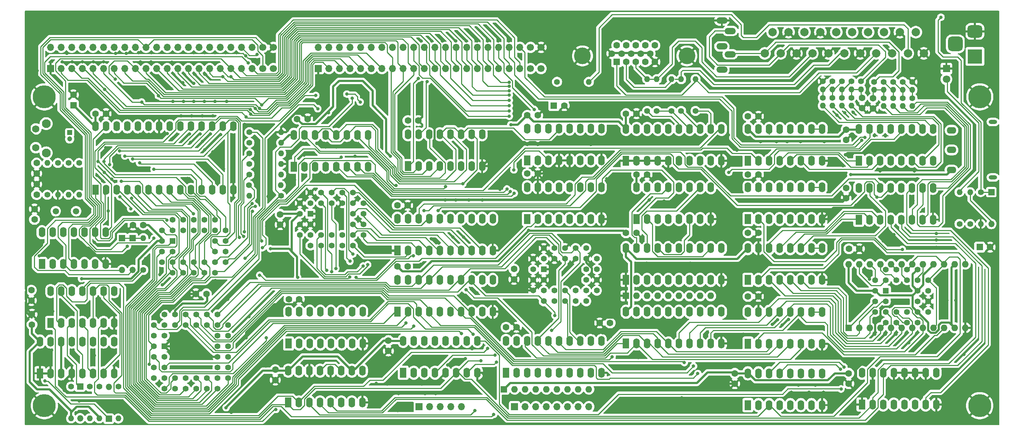
<source format=gbr>
%TF.GenerationSoftware,KiCad,Pcbnew,7.0.10*%
%TF.CreationDate,2024-04-26T10:18:24+01:00*%
%TF.ProjectId,v1b,7631622e-6b69-4636-9164-5f7063625858,rev?*%
%TF.SameCoordinates,Original*%
%TF.FileFunction,Copper,L2,Bot*%
%TF.FilePolarity,Positive*%
%FSLAX46Y46*%
G04 Gerber Fmt 4.6, Leading zero omitted, Abs format (unit mm)*
G04 Created by KiCad (PCBNEW 7.0.10) date 2024-04-26 10:18:24*
%MOMM*%
%LPD*%
G01*
G04 APERTURE LIST*
G04 Aperture macros list*
%AMRoundRect*
0 Rectangle with rounded corners*
0 $1 Rounding radius*
0 $2 $3 $4 $5 $6 $7 $8 $9 X,Y pos of 4 corners*
0 Add a 4 corners polygon primitive as box body*
4,1,4,$2,$3,$4,$5,$6,$7,$8,$9,$2,$3,0*
0 Add four circle primitives for the rounded corners*
1,1,$1+$1,$2,$3*
1,1,$1+$1,$4,$5*
1,1,$1+$1,$6,$7*
1,1,$1+$1,$8,$9*
0 Add four rect primitives between the rounded corners*
20,1,$1+$1,$2,$3,$4,$5,0*
20,1,$1+$1,$4,$5,$6,$7,0*
20,1,$1+$1,$6,$7,$8,$9,0*
20,1,$1+$1,$8,$9,$2,$3,0*%
G04 Aperture macros list end*
%TA.AperFunction,ComponentPad*%
%ADD10C,1.600000*%
%TD*%
%TA.AperFunction,ComponentPad*%
%ADD11R,1.600000X1.600000*%
%TD*%
%TA.AperFunction,ComponentPad*%
%ADD12O,1.600000X1.600000*%
%TD*%
%TA.AperFunction,ComponentPad*%
%ADD13R,1.422400X1.422400*%
%TD*%
%TA.AperFunction,ComponentPad*%
%ADD14C,1.422400*%
%TD*%
%TA.AperFunction,ComponentPad*%
%ADD15R,1.600000X2.400000*%
%TD*%
%TA.AperFunction,ComponentPad*%
%ADD16O,1.600000X2.400000*%
%TD*%
%TA.AperFunction,ComponentPad*%
%ADD17R,3.500000X3.500000*%
%TD*%
%TA.AperFunction,ComponentPad*%
%ADD18RoundRect,0.750000X-1.000000X0.750000X-1.000000X-0.750000X1.000000X-0.750000X1.000000X0.750000X0*%
%TD*%
%TA.AperFunction,ComponentPad*%
%ADD19RoundRect,0.875000X-0.875000X0.875000X-0.875000X-0.875000X0.875000X-0.875000X0.875000X0.875000X0*%
%TD*%
%TA.AperFunction,ComponentPad*%
%ADD20C,4.000000*%
%TD*%
%TA.AperFunction,ComponentPad*%
%ADD21C,1.400000*%
%TD*%
%TA.AperFunction,ComponentPad*%
%ADD22O,1.400000X1.400000*%
%TD*%
%TA.AperFunction,ComponentPad*%
%ADD23R,1.200000X1.200000*%
%TD*%
%TA.AperFunction,ComponentPad*%
%ADD24C,1.200000*%
%TD*%
%TA.AperFunction,ComponentPad*%
%ADD25R,1.500000X1.500000*%
%TD*%
%TA.AperFunction,ComponentPad*%
%ADD26O,1.500000X1.500000*%
%TD*%
%TA.AperFunction,ComponentPad*%
%ADD27C,2.100000*%
%TD*%
%TA.AperFunction,ComponentPad*%
%ADD28C,1.750000*%
%TD*%
%TA.AperFunction,ComponentPad*%
%ADD29R,1.700000X1.700000*%
%TD*%
%TA.AperFunction,ComponentPad*%
%ADD30O,1.700000X1.700000*%
%TD*%
%TA.AperFunction,ComponentPad*%
%ADD31O,2.000000X1.000000*%
%TD*%
%TA.AperFunction,ComponentPad*%
%ADD32O,2.300000X1.600000*%
%TD*%
%TA.AperFunction,ComponentPad*%
%ADD33C,5.500000*%
%TD*%
%TA.AperFunction,ComponentPad*%
%ADD34C,1.998980*%
%TD*%
%TA.AperFunction,ComponentPad*%
%ADD35R,1.800000X1.800000*%
%TD*%
%TA.AperFunction,ComponentPad*%
%ADD36C,1.800000*%
%TD*%
%TA.AperFunction,ComponentPad*%
%ADD37C,1.700000*%
%TD*%
%TA.AperFunction,ComponentPad*%
%ADD38O,2.700000X1.500000*%
%TD*%
%TA.AperFunction,ComponentPad*%
%ADD39C,1.500000*%
%TD*%
%TA.AperFunction,ViaPad*%
%ADD40C,0.800000*%
%TD*%
%TA.AperFunction,Conductor*%
%ADD41C,0.500000*%
%TD*%
%TA.AperFunction,Conductor*%
%ADD42C,0.250000*%
%TD*%
G04 APERTURE END LIST*
D10*
%TO.P,Cd11,1*%
%TO.N,+5V*%
X100330000Y-126365000D03*
%TO.P,Cd11,2*%
%TO.N,GND*%
X100330000Y-128865000D03*
%TD*%
D11*
%TO.P,U20,1,D7*%
%TO.N,D7*%
X237633000Y-116325000D03*
D12*
%TO.P,U20,2,D6*%
%TO.N,D6*%
X240173000Y-116325000D03*
%TO.P,U20,3,D5*%
%TO.N,D5*%
X242713000Y-116325000D03*
%TO.P,U20,4,D4*%
%TO.N,D4*%
X245253000Y-116325000D03*
%TO.P,U20,5,D3*%
%TO.N,D3*%
X247793000Y-116325000D03*
%TO.P,U20,6,D2*%
%TO.N,D2*%
X250333000Y-116325000D03*
%TO.P,U20,7,D1*%
%TO.N,D1*%
X252873000Y-116325000D03*
%TO.P,U20,8,D0*%
%TO.N,D0*%
X255413000Y-116325000D03*
%TO.P,U20,9,CLK0*%
%TO.N,3M*%
X257953000Y-116325000D03*
%TO.P,U20,10,OUT0*%
%TO.N,/Audio/Osc 1*%
X260493000Y-116325000D03*
%TO.P,U20,11,G0*%
%TO.N,+5V*%
X263033000Y-116325000D03*
%TO.P,U20,12,GND*%
%TO.N,GND*%
X265573000Y-116325000D03*
%TO.P,U20,13,OUT1*%
%TO.N,/Audio/Osc 2*%
X265573000Y-101085000D03*
%TO.P,U20,14,G1*%
%TO.N,+5V*%
X263033000Y-101085000D03*
%TO.P,U20,15,CLK1*%
%TO.N,3M*%
X260493000Y-101085000D03*
%TO.P,U20,16,G2*%
%TO.N,+5V*%
X257953000Y-101085000D03*
%TO.P,U20,17,OUT2*%
%TO.N,/Audio/Osc 3*%
X255413000Y-101085000D03*
%TO.P,U20,18,CLK2*%
%TO.N,3M*%
X252873000Y-101085000D03*
%TO.P,U20,19,A0*%
%TO.N,A0*%
X250333000Y-101085000D03*
%TO.P,U20,20,A1*%
%TO.N,A1*%
X247793000Y-101085000D03*
%TO.P,U20,21,~{CS}*%
%TO.N,~{OscWr}*%
X245253000Y-101085000D03*
%TO.P,U20,22,~{RD}*%
%TO.N,~{R}{slash}W*%
X242713000Y-101085000D03*
%TO.P,U20,23,~{WR}*%
%TO.N,R{slash}~{W}*%
X240173000Y-101085000D03*
%TO.P,U20,24,VCC*%
%TO.N,+5V*%
X237633000Y-101085000D03*
%TD*%
D13*
%TO.P,U5,1,A18*%
%TO.N,GND*%
X108743000Y-89000000D03*
D14*
%TO.P,U5,2,A16*%
X106203000Y-91540000D03*
%TO.P,U5,3,A15*%
X108743000Y-91540000D03*
%TO.P,U5,4,A12*%
%TO.N,Net-(U4-Q8)*%
X106203000Y-94080000D03*
%TO.P,U5,5,A7*%
%TO.N,Net-(U4-Q3)*%
X108743000Y-96620000D03*
%TO.P,U5,6,A6*%
%TO.N,Net-(U4-Q2)*%
X108743000Y-94080000D03*
%TO.P,U5,7,A5*%
%TO.N,Net-(U4-Q1)*%
X111283000Y-96620000D03*
%TO.P,U5,8,A4*%
%TO.N,Net-(U4-Q0)*%
X111283000Y-94080000D03*
%TO.P,U5,9,A3*%
%TO.N,Net-(U3-Q7)*%
X113823000Y-96620000D03*
%TO.P,U5,10,A2*%
%TO.N,Net-(U3-Q6)*%
X113823000Y-94080000D03*
%TO.P,U5,11,A1*%
%TO.N,AudioMux1*%
X116363000Y-96620000D03*
%TO.P,U5,12,A0*%
%TO.N,AudioMux0*%
X116363000Y-94080000D03*
%TO.P,U5,13,D0*%
%TO.N,Net-(U5-D0)*%
X118903000Y-96620000D03*
%TO.P,U5,14,D1*%
%TO.N,Net-(U5-D1)*%
X121443000Y-94080000D03*
%TO.P,U5,15,D2*%
%TO.N,Net-(U5-D2)*%
X118903000Y-94080000D03*
%TO.P,U5,16,VSS*%
%TO.N,GND*%
X121443000Y-91540000D03*
%TO.P,U5,17,D3*%
%TO.N,Net-(U5-D3)*%
X118903000Y-91540000D03*
%TO.P,U5,18,D4*%
%TO.N,Net-(U5-D4)*%
X121443000Y-89000000D03*
%TO.P,U5,19,D5*%
%TO.N,Net-(U5-D5)*%
X118903000Y-89000000D03*
%TO.P,U5,20,D6*%
%TO.N,Net-(U5-D6)*%
X121443000Y-86460000D03*
%TO.P,U5,21,D7*%
%TO.N,Net-(U5-D7)*%
X118903000Y-83920000D03*
%TO.P,U5,22,~{CE}*%
%TO.N,GND*%
X118903000Y-86460000D03*
%TO.P,U5,23,A10*%
%TO.N,Net-(U4-Q6)*%
X116363000Y-83920000D03*
%TO.P,U5,24,~{OE}*%
%TO.N,GND*%
X116363000Y-86460000D03*
%TO.P,U5,25,A11*%
%TO.N,Net-(U4-Q7)*%
X113823000Y-83920000D03*
%TO.P,U5,26,A9*%
%TO.N,Net-(U4-Q5)*%
X113823000Y-86460000D03*
%TO.P,U5,27,A8*%
%TO.N,Net-(U4-Q4)*%
X111283000Y-83920000D03*
%TO.P,U5,28,A13*%
%TO.N,Net-(U4-Q9)*%
X111283000Y-86460000D03*
%TO.P,U5,29,A14*%
%TO.N,GND*%
X108743000Y-83920000D03*
%TO.P,U5,30,A17*%
X106203000Y-86460000D03*
%TO.P,U5,31,~{WE}*%
%TO.N,+5V*%
X108743000Y-86460000D03*
%TO.P,U5,32,VDD*%
X106203000Y-89000000D03*
%TD*%
D10*
%TO.P,Cd4,1*%
%TO.N,+5V*%
X129540000Y-101600000D03*
%TO.P,Cd4,2*%
%TO.N,GND*%
X132040000Y-101600000D03*
%TD*%
%TO.P,C5,1*%
%TO.N,GND*%
X243500000Y-63819000D03*
%TO.P,C5,2*%
%TO.N,Net-(C5-Pad2)*%
X243500000Y-61319000D03*
%TD*%
%TO.P,Cd28,1*%
%TO.N,+5V*%
X213528000Y-79612000D03*
%TO.P,Cd28,2*%
%TO.N,GND*%
X216028000Y-79612000D03*
%TD*%
D15*
%TO.P,U19,1,D2*%
%TO.N,D5*%
X240030000Y-76300000D03*
D16*
%TO.P,U19,2,D3*%
%TO.N,D6*%
X242570000Y-76300000D03*
%TO.P,U19,3,D4*%
%TO.N,D7*%
X245110000Y-76300000D03*
%TO.P,U19,4,Rb*%
%TO.N,AudioMux1*%
X247650000Y-76300000D03*
%TO.P,U19,5,Ra*%
%TO.N,AudioMux0*%
X250190000Y-76300000D03*
%TO.P,U19,6,Q4*%
%TO.N,/Audio/L3*%
X252730000Y-76300000D03*
%TO.P,U19,7,Q3*%
%TO.N,/Audio/L2*%
X255270000Y-76300000D03*
%TO.P,U19,8,GND*%
%TO.N,GND*%
X257810000Y-76300000D03*
%TO.P,U19,9,Q2*%
%TO.N,/Audio/L1*%
X257810000Y-68680000D03*
%TO.P,U19,10,Q1*%
%TO.N,/Audio/L0*%
X255270000Y-68680000D03*
%TO.P,U19,11,~{Er}*%
%TO.N,/Audio/Sout*%
X252730000Y-68680000D03*
%TO.P,U19,12,~{Ew}*%
%TO.N,~{VolWr}*%
X250190000Y-68680000D03*
%TO.P,U19,13,Wb*%
%TO.N,A1*%
X247650000Y-68680000D03*
%TO.P,U19,14,Wa*%
%TO.N,A0*%
X245110000Y-68680000D03*
%TO.P,U19,15,D1*%
%TO.N,D4*%
X242570000Y-68680000D03*
%TO.P,U19,16,VCC*%
%TO.N,+5V*%
X240030000Y-68680000D03*
%TD*%
D17*
%TO.P,J3,1*%
%TO.N,VBUS*%
X267857500Y-51300000D03*
D18*
%TO.P,J3,2*%
%TO.N,GND*%
X267857500Y-45300000D03*
D19*
%TO.P,J3,MP,MountPin*%
%TO.N,unconnected-(J3-MountPin-PadMP)*%
X263157500Y-48300000D03*
%TD*%
D20*
%TO.P,J7,0*%
%TO.N,GND*%
X198890000Y-51181000D03*
X173890000Y-51181000D03*
D11*
%TO.P,J7,1*%
%TO.N,VRed*%
X182075000Y-52601000D03*
D10*
%TO.P,J7,2*%
%TO.N,VGreen*%
X184365000Y-52601000D03*
%TO.P,J7,3*%
%TO.N,VBlue*%
X186655000Y-52601000D03*
%TO.P,J7,4*%
%TO.N,unconnected-(J7-Pad4)*%
X188945000Y-52601000D03*
%TO.P,J7,5*%
%TO.N,GND*%
X191235000Y-52601000D03*
%TO.P,J7,6*%
X180930000Y-50621000D03*
%TO.P,J7,7*%
X183220000Y-50621000D03*
%TO.P,J7,8*%
X185510000Y-50621000D03*
%TO.P,J7,9*%
X187800000Y-50621000D03*
%TO.P,J7,10*%
X190090000Y-50621000D03*
%TO.P,J7,11*%
%TO.N,unconnected-(J7-Pad11)*%
X182075000Y-48641000D03*
%TO.P,J7,12*%
%TO.N,unconnected-(J7-Pad12)*%
X184365000Y-48641000D03*
%TO.P,J7,13*%
%TO.N,~{HSync}*%
X186655000Y-48641000D03*
%TO.P,J7,14*%
%TO.N,~{VSync}*%
X188945000Y-48641000D03*
%TO.P,J7,15*%
%TO.N,unconnected-(J7-Pad15)*%
X191235000Y-48641000D03*
%TD*%
D21*
%TO.P,R25,1*%
%TO.N,Net-(R20-Pad1)*%
X236007000Y-57270000D03*
D22*
%TO.P,R25,2*%
%TO.N,Net-(R21-Pad1)*%
X236007000Y-59170000D03*
%TD*%
D21*
%TO.P,R10,1*%
%TO.N,A12*%
X94148000Y-77072000D03*
D22*
%TO.P,R10,2*%
%TO.N,GND*%
X101768000Y-77072000D03*
%TD*%
D15*
%TO.P,U18,1,D2*%
%TO.N,D1*%
X240030000Y-90407000D03*
D16*
%TO.P,U18,2,D3*%
%TO.N,D2*%
X242570000Y-90407000D03*
%TO.P,U18,3,D4*%
%TO.N,D3*%
X245110000Y-90407000D03*
%TO.P,U18,4,Rb*%
%TO.N,AudioMux1*%
X247650000Y-90407000D03*
%TO.P,U18,5,Ra*%
%TO.N,AudioMux0*%
X250190000Y-90407000D03*
%TO.P,U18,6,Q4*%
%TO.N,/Audio/R3*%
X252730000Y-90407000D03*
%TO.P,U18,7,Q3*%
%TO.N,/Audio/R2*%
X255270000Y-90407000D03*
%TO.P,U18,8,GND*%
%TO.N,GND*%
X257810000Y-90407000D03*
%TO.P,U18,9,Q2*%
%TO.N,/Audio/R1*%
X257810000Y-82787000D03*
%TO.P,U18,10,Q1*%
%TO.N,/Audio/R0*%
X255270000Y-82787000D03*
%TO.P,U18,11,~{Er}*%
%TO.N,/Audio/Sout*%
X252730000Y-82787000D03*
%TO.P,U18,12,~{Ew}*%
%TO.N,~{VolWr}*%
X250190000Y-82787000D03*
%TO.P,U18,13,Wb*%
%TO.N,A1*%
X247650000Y-82787000D03*
%TO.P,U18,14,Wa*%
%TO.N,A0*%
X245110000Y-82787000D03*
%TO.P,U18,15,D1*%
%TO.N,D0*%
X242570000Y-82787000D03*
%TO.P,U18,16,VCC*%
%TO.N,+5V*%
X240030000Y-82787000D03*
%TD*%
D10*
%TO.P,Cd32,1*%
%TO.N,+5V*%
X210353000Y-127237000D03*
%TO.P,Cd32,2*%
%TO.N,GND*%
X210353000Y-129737000D03*
%TD*%
D21*
%TO.P,R7,1*%
%TO.N,Net-(C2-Pad1)*%
X45720000Y-84455000D03*
D22*
%TO.P,R7,2*%
%TO.N,Net-(C3-Pad1)*%
X45720000Y-76835000D03*
%TD*%
D23*
%TO.P,C1,1*%
%TO.N,+5V*%
X51100000Y-69577400D03*
D24*
%TO.P,C1,2*%
%TO.N,Net-(C1-Pad2)*%
X51100000Y-71077400D03*
%TD*%
D21*
%TO.P,R11,1*%
%TO.N,A13*%
X94148000Y-74532000D03*
D22*
%TO.P,R11,2*%
%TO.N,+5V*%
X101768000Y-74532000D03*
%TD*%
D21*
%TO.P,R16,1*%
%TO.N,/Video/bit 1*%
X195240000Y-64372000D03*
D22*
%TO.P,R16,2*%
%TO.N,VGreen*%
X195240000Y-56752000D03*
%TD*%
D21*
%TO.P,R24,1*%
%TO.N,Net-(R19-Pad1)*%
X233721000Y-57270000D03*
D22*
%TO.P,R24,2*%
%TO.N,Net-(R20-Pad1)*%
X233721000Y-59170000D03*
%TD*%
D11*
%TO.P,RN2,1,common*%
%TO.N,+5V*%
X155098000Y-131047000D03*
D12*
%TO.P,RN2,2,R1*%
%TO.N,/IO/KeyOUT 7*%
X157638000Y-131047000D03*
%TO.P,RN2,3,R2*%
%TO.N,/IO/KeyOUT 6*%
X160178000Y-131047000D03*
%TO.P,RN2,4,R3*%
%TO.N,/IO/KeyOUT 5*%
X162718000Y-131047000D03*
%TO.P,RN2,5,R4*%
%TO.N,/IO/KeyOUT 4*%
X165258000Y-131047000D03*
%TO.P,RN2,6,R5*%
%TO.N,/IO/KeyOUT 3*%
X167798000Y-131047000D03*
%TO.P,RN2,7,R6*%
%TO.N,/IO/KeyOUT 2*%
X170338000Y-131047000D03*
%TO.P,RN2,8,R7*%
%TO.N,/IO/KeyOUT 1*%
X172878000Y-131047000D03*
%TO.P,RN2,9,R8*%
%TO.N,/IO/KeyOUT 0*%
X175418000Y-131047000D03*
%TD*%
D21*
%TO.P,R9,1*%
%TO.N,A11*%
X94148000Y-79612000D03*
D22*
%TO.P,R9,2*%
%TO.N,+5V*%
X101768000Y-79612000D03*
%TD*%
D25*
%TO.P,D4,1,K*%
%TO.N,Net-(D4-K)*%
X66208000Y-94852000D03*
D26*
%TO.P,D4,2,A*%
%TO.N,ROM DISABLE*%
X66208000Y-102472000D03*
%TD*%
D15*
%TO.P,U3,1,Q1*%
%TO.N,3M*%
X103438000Y-134222000D03*
D16*
%TO.P,U3,2,Q2*%
%TO.N,1M*%
X105978000Y-134222000D03*
%TO.P,U3,3,Q3*%
%TO.N,750K*%
X108518000Y-134222000D03*
%TO.P,U3,4,Q4*%
%TO.N,AudioMux0*%
X111058000Y-134222000D03*
%TO.P,U3,5,Q5*%
%TO.N,AudioMux1*%
X113598000Y-134222000D03*
%TO.P,U3,6,Q6*%
%TO.N,Net-(U3-Q6)*%
X116138000Y-134222000D03*
%TO.P,U3,7,Q7*%
%TO.N,Net-(U3-Q7)*%
X118678000Y-134222000D03*
%TO.P,U3,8,GND*%
%TO.N,GND*%
X121218000Y-134222000D03*
%TO.P,U3,9,~{RCO}*%
%TO.N,Net-(U3-~{RCO})*%
X121218000Y-126602000D03*
%TO.P,U3,10,~{MRC}*%
%TO.N,+5V*%
X118678000Y-126602000D03*
%TO.P,U3,11,CPC*%
%TO.N,12M*%
X116138000Y-126602000D03*
%TO.P,U3,12,~{CE}*%
%TO.N,GND*%
X113598000Y-126602000D03*
%TO.P,U3,13,CPR*%
%TO.N,12M*%
X111058000Y-126602000D03*
%TO.P,U3,14,~{OE}*%
%TO.N,GND*%
X108518000Y-126602000D03*
%TO.P,U3,15,Q0*%
%TO.N,6M*%
X105978000Y-126602000D03*
%TO.P,U3,16,VCC*%
%TO.N,+5V*%
X103438000Y-126602000D03*
%TD*%
D15*
%TO.P,U16,1,E*%
%TO.N,~{VolWr}*%
X213493000Y-134857000D03*
D16*
%TO.P,U16,2,A0*%
%TO.N,A2*%
X216033000Y-134857000D03*
%TO.P,U16,3,A1*%
%TO.N,3M*%
X218573000Y-134857000D03*
%TO.P,U16,4,O0*%
%TO.N,unconnected-(U16A-O0-Pad4)*%
X221113000Y-134857000D03*
%TO.P,U16,5,O1*%
%TO.N,unconnected-(U16A-O1-Pad5)*%
X223653000Y-134857000D03*
%TO.P,U16,6,O2*%
%TO.N,/Audio/volume*%
X226193000Y-134857000D03*
%TO.P,U16,7,O3*%
%TO.N,Net-(U16A-O3)*%
X228733000Y-134857000D03*
%TO.P,U16,8,GND*%
%TO.N,GND*%
X231273000Y-134857000D03*
%TO.P,U16,9,O3*%
%TO.N,/Audio/wave 4*%
X231273000Y-127237000D03*
%TO.P,U16,10,O2*%
%TO.N,/Audio/wave 3*%
X228733000Y-127237000D03*
%TO.P,U16,11,O1*%
%TO.N,/Audio/wave 2*%
X226193000Y-127237000D03*
%TO.P,U16,12,O0*%
%TO.N,/Audio/wave 1*%
X223653000Y-127237000D03*
%TO.P,U16,13,A1*%
%TO.N,A1*%
X221113000Y-127237000D03*
%TO.P,U16,14,A0*%
%TO.N,A0*%
X218573000Y-127237000D03*
%TO.P,U16,15,E*%
%TO.N,Net-(U16A-O3)*%
X216033000Y-127237000D03*
%TO.P,U16,16,VCC*%
%TO.N,+5V*%
X213493000Y-127237000D03*
%TD*%
D21*
%TO.P,R39,1*%
%TO.N,~{Sync}*%
X167808000Y-57387000D03*
D22*
%TO.P,R39,2*%
%TO.N,Net-(J4-P19)*%
X175428000Y-57387000D03*
%TD*%
D21*
%TO.P,R34,1*%
%TO.N,Net-(R29-Pad1)*%
X248326000Y-57387000D03*
D22*
%TO.P,R34,2*%
%TO.N,Net-(R30-Pad1)*%
X248326000Y-59287000D03*
%TD*%
D10*
%TO.P,C3,1*%
%TO.N,Net-(C3-Pad1)*%
X43180000Y-76855000D03*
%TO.P,C3,2*%
%TO.N,GND*%
X43180000Y-79355000D03*
%TD*%
D15*
%TO.P,U7,1,A0*%
%TO.N,3M*%
X160655000Y-76200000D03*
D16*
%TO.P,U7,2,A1*%
%TO.N,1M*%
X163195000Y-76200000D03*
%TO.P,U7,3,A2*%
%TO.N,750K*%
X165735000Y-76200000D03*
%TO.P,U7,4,~{E0}*%
%TO.N,GND*%
X168275000Y-76200000D03*
%TO.P,U7,5,~{E1}*%
X170815000Y-76200000D03*
%TO.P,U7,6,E2*%
%TO.N,6M*%
X173355000Y-76200000D03*
%TO.P,U7,7,~{Y7}*%
%TO.N,~{ChrGet}*%
X175895000Y-76200000D03*
%TO.P,U7,8,GND*%
%TO.N,GND*%
X178435000Y-76200000D03*
%TO.P,U7,9,~{Y6}*%
%TO.N,~{PalPush}*%
X178435000Y-68580000D03*
%TO.P,U7,10,~{Y5}*%
%TO.N,unconnected-(U7-~{Y5}-Pad10)*%
X175895000Y-68580000D03*
%TO.P,U7,11,~{Y4}*%
%TO.N,unconnected-(U7-~{Y4}-Pad11)*%
X173355000Y-68580000D03*
%TO.P,U7,12,~{Y3}*%
%TO.N,~{PalGet}*%
X170815000Y-68580000D03*
%TO.P,U7,13,~{Y2}*%
%TO.N,~{RegTick}*%
X168275000Y-68580000D03*
%TO.P,U7,14,~{Y1}*%
%TO.N,unconnected-(U7-~{Y1}-Pad14)*%
X165735000Y-68580000D03*
%TO.P,U7,15,~{Y0}*%
%TO.N,unconnected-(U7-~{Y0}-Pad15)*%
X163195000Y-68580000D03*
%TO.P,U7,16,VCC*%
%TO.N,+5V*%
X160655000Y-68580000D03*
%TD*%
D21*
%TO.P,R2,1*%
%TO.N,R{slash}~{W}*%
X101768000Y-84692000D03*
D22*
%TO.P,R2,2*%
%TO.N,+5V*%
X94148000Y-84692000D03*
%TD*%
D27*
%TO.P,SW1,*%
%TO.N,*%
X45466000Y-74422000D03*
X45466000Y-67412000D03*
D28*
%TO.P,SW1,1,1*%
%TO.N,Net-(R4-Pad1)*%
X42976000Y-73172000D03*
%TO.P,SW1,2,2*%
%TO.N,+5V*%
X42976000Y-68672000D03*
%TD*%
D15*
%TO.P,U2,1*%
%TO.N,Net-(C2-Pad1)*%
X44450000Y-101065000D03*
D16*
%TO.P,U2,2*%
%TO.N,Net-(C3-Pad1)*%
X46990000Y-101065000D03*
%TO.P,U2,3*%
%TO.N,B7*%
X49530000Y-101065000D03*
%TO.P,U2,4*%
%TO.N,~{B7}*%
X52070000Y-101065000D03*
%TO.P,U2,5*%
%TO.N,Net-(R6-Pad2)*%
X54610000Y-101065000D03*
%TO.P,U2,6*%
%TO.N,Net-(D6-K)*%
X57150000Y-101065000D03*
%TO.P,U2,7,GND*%
%TO.N,GND*%
X59690000Y-101065000D03*
%TO.P,U2,8*%
%TO.N,~{R}{slash}W*%
X59690000Y-93445000D03*
%TO.P,U2,9*%
%TO.N,R{slash}~{W}*%
X57150000Y-93445000D03*
%TO.P,U2,10*%
%TO.N,~{6M}*%
X54610000Y-93445000D03*
%TO.P,U2,11*%
%TO.N,6M*%
X52070000Y-93445000D03*
%TO.P,U2,12*%
%TO.N,12M*%
X49530000Y-93445000D03*
%TO.P,U2,13*%
%TO.N,Net-(C3-Pad1)*%
X46990000Y-93445000D03*
%TO.P,U2,14,VCC*%
%TO.N,+5V*%
X44450000Y-93445000D03*
%TD*%
D21*
%TO.P,R22,1*%
%TO.N,Net-(C4-Pad2)*%
X238293000Y-61202000D03*
D22*
%TO.P,R22,2*%
%TO.N,/Audio/L3*%
X238293000Y-63102000D03*
%TD*%
D21*
%TO.P,R5,1*%
%TO.N,Net-(R4-Pad1)*%
X50800000Y-76835000D03*
D22*
%TO.P,R5,2*%
%TO.N,Net-(C1-Pad2)*%
X50800000Y-84455000D03*
%TD*%
D29*
%TO.P,J2,1,Pin_1*%
%TO.N,/IO/KeyOUT 7*%
X157638000Y-135255000D03*
D30*
%TO.P,J2,2,Pin_2*%
%TO.N,/IO/KeyOUT 6*%
X160178000Y-135255000D03*
%TO.P,J2,3,Pin_3*%
%TO.N,/IO/KeyOUT 5*%
X162718000Y-135255000D03*
%TO.P,J2,4,Pin_4*%
%TO.N,/IO/KeyOUT 4*%
X165258000Y-135255000D03*
%TO.P,J2,5,Pin_5*%
%TO.N,/IO/KeyOUT 3*%
X167798000Y-135255000D03*
%TO.P,J2,6,Pin_6*%
%TO.N,/IO/KeyOUT 2*%
X170338000Y-135255000D03*
%TO.P,J2,7,Pin_7*%
%TO.N,/IO/KeyOUT 1*%
X172878000Y-135255000D03*
%TO.P,J2,8,Pin_8*%
%TO.N,/IO/KeyOUT 0*%
X175418000Y-135255000D03*
%TD*%
D21*
%TO.P,R15,1*%
%TO.N,/Video/bit 1*%
X191684000Y-64372000D03*
D22*
%TO.P,R15,2*%
%TO.N,VBlue*%
X191684000Y-56752000D03*
%TD*%
D21*
%TO.P,R6,1*%
%TO.N,Net-(C1-Pad2)*%
X53340000Y-76835000D03*
D22*
%TO.P,R6,2*%
%TO.N,Net-(R6-Pad2)*%
X53340000Y-84455000D03*
%TD*%
D21*
%TO.P,R32,1*%
%TO.N,GND*%
X252898000Y-57408000D03*
D22*
%TO.P,R32,2*%
%TO.N,Net-(R28-Pad1)*%
X252898000Y-59308000D03*
%TD*%
D31*
%TO.P,SW2,*%
%TO.N,*%
X272155000Y-80310000D03*
X272155000Y-67010000D03*
D32*
%TO.P,SW2,1,A*%
%TO.N,+5V*%
X262255000Y-78510000D03*
%TO.P,SW2,2,B*%
%TO.N,VBUS*%
X262255000Y-73710000D03*
%TO.P,SW2,3,C*%
%TO.N,unconnected-(SW2-C-Pad3)*%
X262255000Y-69010000D03*
%TD*%
D21*
%TO.P,R38,1*%
%TO.N,+5V*%
X266700000Y-91440000D03*
D22*
%TO.P,R38,2*%
%TO.N,Net-(D2-A)*%
X266700000Y-83820000D03*
%TD*%
D10*
%TO.P,Cd27,1*%
%TO.N,+5V*%
X42672000Y-90367000D03*
%TO.P,Cd27,2*%
%TO.N,GND*%
X42672000Y-87867000D03*
%TD*%
D21*
%TO.P,R21,1*%
%TO.N,Net-(R21-Pad1)*%
X236007000Y-61202000D03*
D22*
%TO.P,R21,2*%
%TO.N,/Audio/L2*%
X236007000Y-63102000D03*
%TD*%
D10*
%TO.P,Cd1,1*%
%TO.N,+5V*%
X180508000Y-115172000D03*
%TO.P,Cd1,2*%
%TO.N,GND*%
X178008000Y-115172000D03*
%TD*%
D21*
%TO.P,R3,1*%
%TO.N,~{NMI}*%
X58166000Y-130412000D03*
D22*
%TO.P,R3,2*%
%TO.N,+5V*%
X58166000Y-138032000D03*
%TD*%
D15*
%TO.P,U15,1,OE*%
%TO.N,GND*%
X184308000Y-76300000D03*
D16*
%TO.P,U15,2,D0*%
X186848000Y-76300000D03*
%TO.P,U15,3,D1*%
X189388000Y-76300000D03*
%TO.P,U15,4,D2*%
X191928000Y-76300000D03*
%TO.P,U15,5,D3*%
X194468000Y-76300000D03*
%TO.P,U15,6,D4*%
%TO.N,Net-(U14-Za)*%
X197008000Y-76300000D03*
%TO.P,U15,7,D5*%
%TO.N,Net-(U14-Zb)*%
X199548000Y-76300000D03*
%TO.P,U15,8,D6*%
%TO.N,Net-(U14-Zc)*%
X202088000Y-76300000D03*
%TO.P,U15,9,D7*%
%TO.N,Net-(U14-Zd)*%
X204628000Y-76300000D03*
%TO.P,U15,10,GND*%
%TO.N,GND*%
X207168000Y-76300000D03*
%TO.P,U15,11,Cp*%
%TO.N,~{6M}*%
X207168000Y-68680000D03*
%TO.P,U15,12,Q7*%
%TO.N,/Video/bit 3*%
X204628000Y-68680000D03*
%TO.P,U15,13,Q6*%
%TO.N,/Video/bit 2*%
X202088000Y-68680000D03*
%TO.P,U15,14,Q5*%
%TO.N,/Video/bit 1*%
X199548000Y-68680000D03*
%TO.P,U15,15,Q4*%
%TO.N,/Video/bit 0*%
X197008000Y-68680000D03*
%TO.P,U15,16,Q3*%
%TO.N,unconnected-(U15-Q3-Pad16)*%
X194468000Y-68680000D03*
%TO.P,U15,17,Q2*%
%TO.N,unconnected-(U15-Q2-Pad17)*%
X191928000Y-68680000D03*
%TO.P,U15,18,Q1*%
%TO.N,unconnected-(U15-Q1-Pad18)*%
X189388000Y-68680000D03*
%TO.P,U15,19,Q0*%
%TO.N,unconnected-(U15-Q0-Pad19)*%
X186848000Y-68680000D03*
%TO.P,U15,20,VCC*%
%TO.N,+5V*%
X184308000Y-68680000D03*
%TD*%
D10*
%TO.P,Cd15,1*%
%TO.N,+5V*%
X41910000Y-107315000D03*
%TO.P,Cd15,2*%
%TO.N,GND*%
X41910000Y-109815000D03*
%TD*%
%TO.P,Cd30,1*%
%TO.N,+5V*%
X213528000Y-65642000D03*
%TO.P,Cd30,2*%
%TO.N,GND*%
X216028000Y-65642000D03*
%TD*%
D15*
%TO.P,U17,1,Ea*%
%TO.N,GND*%
X240813000Y-134710000D03*
D16*
%TO.P,U17,2,S1*%
%TO.N,AudioMux1*%
X243353000Y-134710000D03*
%TO.P,U17,3,I3a*%
%TO.N,/Audio/Ch4*%
X245893000Y-134710000D03*
%TO.P,U17,4,I2a*%
%TO.N,/Audio/Ch3*%
X248433000Y-134710000D03*
%TO.P,U17,5,I1a*%
%TO.N,/Audio/Ch2*%
X250973000Y-134710000D03*
%TO.P,U17,6,I0a*%
%TO.N,/Audio/Ch1*%
X253513000Y-134710000D03*
%TO.P,U17,7,Za*%
%TO.N,/Audio/Sout*%
X256053000Y-134710000D03*
%TO.P,U17,8,GND*%
%TO.N,GND*%
X258593000Y-134710000D03*
%TO.P,U17,9,Zb*%
%TO.N,unconnected-(U17-Zb-Pad9)*%
X258593000Y-127090000D03*
%TO.P,U17,10,I0b*%
%TO.N,GND*%
X256053000Y-127090000D03*
%TO.P,U17,11,I1b*%
X253513000Y-127090000D03*
%TO.P,U17,12,I2b*%
X250973000Y-127090000D03*
%TO.P,U17,13,I3b*%
X248433000Y-127090000D03*
%TO.P,U17,14,S0*%
%TO.N,AudioMux0*%
X245893000Y-127090000D03*
%TO.P,U17,15,Eb*%
%TO.N,GND*%
X243353000Y-127090000D03*
%TO.P,U17,16,VCC*%
%TO.N,+5V*%
X240813000Y-127090000D03*
%TD*%
D10*
%TO.P,C2,1*%
%TO.N,Net-(C2-Pad1)*%
X43180000Y-84415000D03*
%TO.P,C2,2*%
%TO.N,GND*%
X43180000Y-81915000D03*
%TD*%
%TO.P,Cd9,1*%
%TO.N,+5V*%
X213528000Y-93582000D03*
%TO.P,Cd9,2*%
%TO.N,GND*%
X216028000Y-93582000D03*
%TD*%
%TO.P,Cd29,1*%
%TO.N,+5V*%
X160695000Y-65405000D03*
%TO.P,Cd29,2*%
%TO.N,GND*%
X163195000Y-65405000D03*
%TD*%
D21*
%TO.P,R1,1*%
%TO.N,RDY*%
X55880000Y-130412000D03*
D22*
%TO.P,R1,2*%
%TO.N,+5V*%
X55880000Y-138032000D03*
%TD*%
D21*
%TO.P,R28,1*%
%TO.N,Net-(R28-Pad1)*%
X252898000Y-61319000D03*
D22*
%TO.P,R28,2*%
%TO.N,/Audio/R0*%
X252898000Y-63219000D03*
%TD*%
D10*
%TO.P,Cd19,1*%
%TO.N,+5V*%
X105578000Y-66277000D03*
%TO.P,Cd19,2*%
%TO.N,GND*%
X108078000Y-66277000D03*
%TD*%
D21*
%TO.P,R14,1*%
%TO.N,/Video/bit 0*%
X189398000Y-64372000D03*
D22*
%TO.P,R14,2*%
%TO.N,VBlue*%
X189398000Y-56752000D03*
%TD*%
D10*
%TO.P,Cd2,1*%
%TO.N,+5V*%
X155595000Y-116205000D03*
%TO.P,Cd2,2*%
%TO.N,GND*%
X158095000Y-116205000D03*
%TD*%
D15*
%TO.P,U32,1,~{Mr}*%
%TO.N,~{VP}*%
X129540000Y-112495000D03*
D16*
%TO.P,U32,2,Q0*%
%TO.N,B0*%
X132080000Y-112495000D03*
%TO.P,U32,3,D0*%
%TO.N,D0*%
X134620000Y-112495000D03*
%TO.P,U32,4,D1*%
%TO.N,D1*%
X137160000Y-112495000D03*
%TO.P,U32,5,Q1*%
%TO.N,B1*%
X139700000Y-112495000D03*
%TO.P,U32,6,Q2*%
%TO.N,B2*%
X142240000Y-112495000D03*
%TO.P,U32,7,D2*%
%TO.N,D2*%
X144780000Y-112495000D03*
%TO.P,U32,8,D3*%
%TO.N,D3*%
X147320000Y-112495000D03*
%TO.P,U32,9,Q3*%
%TO.N,B3*%
X149860000Y-112495000D03*
%TO.P,U32,10,GND*%
%TO.N,GND*%
X152400000Y-112495000D03*
%TO.P,U32,11,Cp*%
%TO.N,/IO/BANK*%
X152400000Y-104875000D03*
%TO.P,U32,12,Q4*%
%TO.N,B4*%
X149860000Y-104875000D03*
%TO.P,U32,13,D4*%
%TO.N,D4*%
X147320000Y-104875000D03*
%TO.P,U32,14,D5*%
%TO.N,D5*%
X144780000Y-104875000D03*
%TO.P,U32,15,Q5*%
%TO.N,B5*%
X142240000Y-104875000D03*
%TO.P,U32,16,Q6*%
%TO.N,B6*%
X139700000Y-104875000D03*
%TO.P,U32,17,D6*%
%TO.N,D6*%
X137160000Y-104875000D03*
%TO.P,U32,18,D7*%
%TO.N,D7*%
X134620000Y-104875000D03*
%TO.P,U32,19,Q7*%
%TO.N,B7*%
X132080000Y-104875000D03*
%TO.P,U32,20,VCC*%
%TO.N,+5V*%
X129540000Y-104875000D03*
%TD*%
D11*
%TO.P,C7,1*%
%TO.N,+5V*%
X167045000Y-63102000D03*
D10*
%TO.P,C7,2*%
%TO.N,GND*%
X169545000Y-63102000D03*
%TD*%
%TO.P,Cd13,1*%
%TO.N,+5V*%
X42078000Y-115570000D03*
%TO.P,Cd13,2*%
%TO.N,GND*%
X42078000Y-113070000D03*
%TD*%
D21*
%TO.P,R4,1*%
%TO.N,Net-(R4-Pad1)*%
X48260000Y-76835000D03*
D22*
%TO.P,R4,2*%
%TO.N,GND*%
X48260000Y-84455000D03*
%TD*%
D11*
%TO.P,C6,1*%
%TO.N,+5V*%
X269000000Y-97000000D03*
D10*
%TO.P,C6,2*%
%TO.N,GND*%
X271500000Y-97000000D03*
%TD*%
D25*
%TO.P,D1,1,K*%
%TO.N,BusDriver*%
X53594000Y-130412000D03*
D26*
%TO.P,D1,2,A*%
%TO.N,RDY*%
X53594000Y-138032000D03*
%TD*%
D15*
%TO.P,U24,1,~{PL}*%
%TO.N,/Audio/wave 3*%
X213493000Y-90270000D03*
D16*
%TO.P,U24,2,CP*%
%TO.N,/Audio/Osc 3*%
X216033000Y-90270000D03*
%TO.P,U24,3,D4*%
%TO.N,D4*%
X218573000Y-90270000D03*
%TO.P,U24,4,D5*%
%TO.N,D5*%
X221113000Y-90270000D03*
%TO.P,U24,5,D6*%
%TO.N,D6*%
X223653000Y-90270000D03*
%TO.P,U24,6,D7*%
%TO.N,D7*%
X226193000Y-90270000D03*
%TO.P,U24,7,~{Q7}*%
%TO.N,/Audio/Ch3*%
X228733000Y-90270000D03*
%TO.P,U24,8,GND*%
%TO.N,GND*%
X231273000Y-90270000D03*
%TO.P,U24,9,Q7*%
%TO.N,Net-(U24-DS)*%
X231273000Y-82650000D03*
%TO.P,U24,10,DS*%
X228733000Y-82650000D03*
%TO.P,U24,11,D0*%
%TO.N,D0*%
X226193000Y-82650000D03*
%TO.P,U24,12,D1*%
%TO.N,D1*%
X223653000Y-82650000D03*
%TO.P,U24,13,D2*%
%TO.N,D2*%
X221113000Y-82650000D03*
%TO.P,U24,14,D3*%
%TO.N,D3*%
X218573000Y-82650000D03*
%TO.P,U24,15,~{CE}*%
%TO.N,GND*%
X216033000Y-82650000D03*
%TO.P,U24,16,VCC*%
%TO.N,+5V*%
X213493000Y-82650000D03*
%TD*%
D15*
%TO.P,U14,1,S*%
%TO.N,Net-(U13-Q7)*%
X186838000Y-90260000D03*
D16*
%TO.P,U14,2,I0a*%
%TO.N,/Video/Pa0*%
X189378000Y-90260000D03*
%TO.P,U14,3,I1a*%
%TO.N,/Video/Pb0*%
X191918000Y-90260000D03*
%TO.P,U14,4,Za*%
%TO.N,Net-(U14-Za)*%
X194458000Y-90260000D03*
%TO.P,U14,5,I0b*%
%TO.N,/Video/Pa1*%
X196998000Y-90260000D03*
%TO.P,U14,6,I1b*%
%TO.N,/Video/Pb1*%
X199538000Y-90260000D03*
%TO.P,U14,7,Zb*%
%TO.N,Net-(U14-Zb)*%
X202078000Y-90260000D03*
%TO.P,U14,8,GND*%
%TO.N,GND*%
X204618000Y-90260000D03*
%TO.P,U14,9,Zc*%
%TO.N,Net-(U14-Zc)*%
X204618000Y-82640000D03*
%TO.P,U14,10,I1c*%
%TO.N,/Video/Pb2*%
X202078000Y-82640000D03*
%TO.P,U14,11,I0c*%
%TO.N,/Video/Pa2*%
X199538000Y-82640000D03*
%TO.P,U14,12,Zd*%
%TO.N,Net-(U14-Zd)*%
X196998000Y-82640000D03*
%TO.P,U14,13,I1d*%
%TO.N,/Video/Pb3*%
X194458000Y-82640000D03*
%TO.P,U14,14,I0d*%
%TO.N,/Video/Pa3*%
X191918000Y-82640000D03*
%TO.P,U14,15,E*%
%TO.N,GND*%
X189378000Y-82640000D03*
%TO.P,U14,16,VCC*%
%TO.N,+5V*%
X186838000Y-82640000D03*
%TD*%
D21*
%TO.P,R36,1*%
%TO.N,RIGHT*%
X243754000Y-57387000D03*
D22*
%TO.P,R36,2*%
%TO.N,Net-(C5-Pad2)*%
X243754000Y-59287000D03*
%TD*%
D11*
%TO.P,RN1,1,common*%
%TO.N,GND*%
X184288000Y-108685000D03*
D12*
%TO.P,RN1,2,R1*%
%TO.N,Net-(RN1-R1)*%
X186828000Y-108685000D03*
%TO.P,RN1,3,R2*%
%TO.N,Net-(RN1-R2)*%
X189368000Y-108685000D03*
%TO.P,RN1,4,R3*%
%TO.N,Net-(RN1-R3)*%
X191908000Y-108685000D03*
%TO.P,RN1,5,R4*%
%TO.N,Net-(RN1-R4)*%
X194448000Y-108685000D03*
%TO.P,RN1,6,R5*%
%TO.N,Net-(RN1-R5)*%
X196988000Y-108685000D03*
%TO.P,RN1,7,R6*%
%TO.N,Net-(RN1-R6)*%
X199528000Y-108685000D03*
%TO.P,RN1,8,R7*%
%TO.N,Net-(RN1-R7)*%
X202068000Y-108685000D03*
%TO.P,RN1,9,R8*%
%TO.N,Net-(RN1-R8)*%
X204608000Y-108685000D03*
%TD*%
D33*
%TO.P,H4,1,1*%
%TO.N,GND*%
X269000000Y-135000000D03*
%TD*%
D21*
%TO.P,R29,1*%
%TO.N,Net-(R29-Pad1)*%
X250612000Y-61319600D03*
D22*
%TO.P,R29,2*%
%TO.N,/Audio/R1*%
X250612000Y-63219600D03*
%TD*%
D10*
%TO.P,Cd20,1*%
%TO.N,+5V*%
X237698000Y-97392000D03*
%TO.P,Cd20,2*%
%TO.N,GND*%
X240198000Y-97392000D03*
%TD*%
D13*
%TO.P,U21,1,NC*%
%TO.N,unconnected-(U21-NC-Pad1)*%
X246523000Y-107425000D03*
D14*
%TO.P,U21,2,D7*%
%TO.N,D7*%
X243983000Y-109965000D03*
%TO.P,U21,3,D6*%
%TO.N,D6*%
X246523000Y-109965000D03*
%TO.P,U21,4,D5*%
%TO.N,D5*%
X243983000Y-112505000D03*
%TO.P,U21,5,D4*%
%TO.N,D4*%
X246523000Y-115045000D03*
%TO.P,U21,6,D3*%
%TO.N,D3*%
X246523000Y-112505000D03*
%TO.P,U21,7,D2*%
%TO.N,D2*%
X249063000Y-115045000D03*
%TO.P,U21,8,D1*%
%TO.N,D1*%
X249063000Y-112505000D03*
%TO.P,U21,9,D0*%
%TO.N,D0*%
X251603000Y-115045000D03*
%TO.P,U21,10,CLK0*%
%TO.N,3M*%
X251603000Y-112505000D03*
%TO.P,U21,11,NC*%
%TO.N,unconnected-(U21-NC-Pad11)*%
X254143000Y-115045000D03*
%TO.P,U21,12,OUT0*%
%TO.N,/Audio/Osc 1*%
X256683000Y-112505000D03*
%TO.P,U21,13,G0*%
%TO.N,+5V*%
X254143000Y-112505000D03*
%TO.P,U21,14,GND*%
%TO.N,GND*%
X256683000Y-109965000D03*
%TO.P,U21,15,NC*%
%TO.N,unconnected-(U21-NC-Pad15)*%
X254143000Y-109965000D03*
%TO.P,U21,16,OUT1*%
%TO.N,/Audio/Osc 2*%
X256683000Y-107425000D03*
%TO.P,U21,17,G1*%
%TO.N,+5V*%
X254143000Y-107425000D03*
%TO.P,U21,18,CLK1*%
%TO.N,3M*%
X256683000Y-104885000D03*
%TO.P,U21,19,G2*%
%TO.N,+5V*%
X254143000Y-102345000D03*
%TO.P,U21,20,OUT2*%
%TO.N,/Audio/Osc 3*%
X254143000Y-104885000D03*
%TO.P,U21,21,CLK2*%
%TO.N,3M*%
X251603000Y-102345000D03*
%TO.P,U21,22,A0*%
%TO.N,A0*%
X251603000Y-104885000D03*
%TO.P,U21,23,A1*%
%TO.N,A1*%
X249063000Y-102345000D03*
%TO.P,U21,24,~{CS}*%
%TO.N,~{OscWr}*%
X249063000Y-104885000D03*
%TO.P,U21,25,NC*%
%TO.N,unconnected-(U21-NC-Pad25)*%
X246523000Y-102345000D03*
%TO.P,U21,26,~{RD}*%
%TO.N,~{R}{slash}W*%
X243983000Y-104885000D03*
%TO.P,U21,27,~{WR}*%
%TO.N,R{slash}~{W}*%
X246523000Y-104885000D03*
%TO.P,U21,28,VCC*%
%TO.N,+5V*%
X243983000Y-107425000D03*
%TD*%
D33*
%TO.P,H3,1,1*%
%TO.N,GND*%
X269030000Y-61000000D03*
%TD*%
D10*
%TO.P,C4,1*%
%TO.N,GND*%
X240833000Y-63702000D03*
%TO.P,C4,2*%
%TO.N,Net-(C4-Pad2)*%
X240833000Y-61202000D03*
%TD*%
D21*
%TO.P,R37,1*%
%TO.N,~{CART}*%
X68748000Y-102472000D03*
D22*
%TO.P,R37,2*%
%TO.N,Net-(D4-K)*%
X68748000Y-94852000D03*
%TD*%
D25*
%TO.P,D2,1,K*%
%TO.N,Net-(D2-K)*%
X271780000Y-83820000D03*
D26*
%TO.P,D2,2,A*%
%TO.N,Net-(D2-A)*%
X271780000Y-91440000D03*
%TD*%
D15*
%TO.P,U23,1,~{PL}*%
%TO.N,/Audio/wave 2*%
X213493000Y-104875000D03*
D16*
%TO.P,U23,2,CP*%
%TO.N,/Audio/Osc 2*%
X216033000Y-104875000D03*
%TO.P,U23,3,D4*%
%TO.N,D4*%
X218573000Y-104875000D03*
%TO.P,U23,4,D5*%
%TO.N,D5*%
X221113000Y-104875000D03*
%TO.P,U23,5,D6*%
%TO.N,D6*%
X223653000Y-104875000D03*
%TO.P,U23,6,D7*%
%TO.N,D7*%
X226193000Y-104875000D03*
%TO.P,U23,7,~{Q7}*%
%TO.N,/Audio/Ch2*%
X228733000Y-104875000D03*
%TO.P,U23,8,GND*%
%TO.N,GND*%
X231273000Y-104875000D03*
%TO.P,U23,9,Q7*%
%TO.N,Net-(U23-DS)*%
X231273000Y-97255000D03*
%TO.P,U23,10,DS*%
X228733000Y-97255000D03*
%TO.P,U23,11,D0*%
%TO.N,D0*%
X226193000Y-97255000D03*
%TO.P,U23,12,D1*%
%TO.N,D1*%
X223653000Y-97255000D03*
%TO.P,U23,13,D2*%
%TO.N,D2*%
X221113000Y-97255000D03*
%TO.P,U23,14,D3*%
%TO.N,D3*%
X218573000Y-97255000D03*
%TO.P,U23,15,~{CE}*%
%TO.N,GND*%
X216033000Y-97255000D03*
%TO.P,U23,16,VCC*%
%TO.N,+5V*%
X213493000Y-97255000D03*
%TD*%
D10*
%TO.P,Cd31,1*%
%TO.N,+5V*%
X101514000Y-89137000D03*
%TO.P,Cd31,2*%
%TO.N,GND*%
X101514000Y-91637000D03*
%TD*%
D21*
%TO.P,R41,1*%
%TO.N,+5V*%
X264160000Y-91440000D03*
D22*
%TO.P,R41,2*%
%TO.N,Net-(D3-A)*%
X264160000Y-83820000D03*
%TD*%
D11*
%TO.P,C8,1*%
%TO.N,+5V*%
X52000000Y-63000000D03*
D10*
%TO.P,C8,2*%
%TO.N,GND*%
X52000000Y-60500000D03*
%TD*%
D15*
%TO.P,U28,1,A14*%
%TO.N,A14*%
X57293000Y-83290000D03*
D16*
%TO.P,U28,2,A12*%
%TO.N,A12*%
X59833000Y-83290000D03*
%TO.P,U28,3,A7*%
%TO.N,A7*%
X62373000Y-83290000D03*
%TO.P,U28,4,A6*%
%TO.N,A6*%
X64913000Y-83290000D03*
%TO.P,U28,5,A5*%
%TO.N,A5*%
X67453000Y-83290000D03*
%TO.P,U28,6,A4*%
%TO.N,A4*%
X69993000Y-83290000D03*
%TO.P,U28,7,A3*%
%TO.N,A3*%
X72533000Y-83290000D03*
%TO.P,U28,8,A2*%
%TO.N,A2*%
X75073000Y-83290000D03*
%TO.P,U28,9,A1*%
%TO.N,A1*%
X77613000Y-83290000D03*
%TO.P,U28,10,A0*%
%TO.N,A0*%
X80153000Y-83290000D03*
%TO.P,U28,11,Q0*%
%TO.N,D0*%
X82693000Y-83290000D03*
%TO.P,U28,12,Q1*%
%TO.N,D1*%
X85233000Y-83290000D03*
%TO.P,U28,13,Q2*%
%TO.N,D2*%
X87773000Y-83290000D03*
%TO.P,U28,14,GND*%
%TO.N,GND*%
X90313000Y-83290000D03*
%TO.P,U28,15,Q3*%
%TO.N,D3*%
X90313000Y-68050000D03*
%TO.P,U28,16,Q4*%
%TO.N,D4*%
X87773000Y-68050000D03*
%TO.P,U28,17,Q5*%
%TO.N,D5*%
X85233000Y-68050000D03*
%TO.P,U28,18,Q6*%
%TO.N,D6*%
X82693000Y-68050000D03*
%TO.P,U28,19,Q7*%
%TO.N,D7*%
X80153000Y-68050000D03*
%TO.P,U28,20,~{CS}*%
%TO.N,~{RAM}*%
X77613000Y-68050000D03*
%TO.P,U28,21,A10*%
%TO.N,A10*%
X75073000Y-68050000D03*
%TO.P,U28,22,~{OE}*%
%TO.N,GND*%
X72533000Y-68050000D03*
%TO.P,U28,23,A11*%
%TO.N,A11*%
X69993000Y-68050000D03*
%TO.P,U28,24,A9*%
%TO.N,A9*%
X67453000Y-68050000D03*
%TO.P,U28,25,A8*%
%TO.N,A8*%
X64913000Y-68050000D03*
%TO.P,U28,26,A13*%
%TO.N,A13*%
X62373000Y-68050000D03*
%TO.P,U28,27,~{WE}*%
%TO.N,R{slash}~{W}*%
X59833000Y-68050000D03*
%TO.P,U28,28,VCC*%
%TO.N,+5V*%
X57293000Y-68050000D03*
%TD*%
D33*
%TO.P,H,1,1*%
%TO.N,GND*%
X45030000Y-135000000D03*
%TD*%
D15*
%TO.P,U10,1,Q1*%
%TO.N,A1*%
X104775000Y-77707000D03*
D16*
%TO.P,U10,2,Q2*%
%TO.N,A2*%
X107315000Y-77707000D03*
%TO.P,U10,3,Q3*%
%TO.N,A3*%
X109855000Y-77707000D03*
%TO.P,U10,4,Q4*%
%TO.N,A4*%
X112395000Y-77707000D03*
%TO.P,U10,5,Q5*%
%TO.N,/Video/Y0*%
X114935000Y-77707000D03*
%TO.P,U10,6,Q6*%
%TO.N,/Video/Y1*%
X117475000Y-77707000D03*
%TO.P,U10,7,Q7*%
%TO.N,/Video/Y2*%
X120015000Y-77707000D03*
%TO.P,U10,8,GND*%
%TO.N,GND*%
X122555000Y-77707000D03*
%TO.P,U10,9,~{RCO}*%
%TO.N,Net-(U10-~{RCO})*%
X122555000Y-70087000D03*
%TO.P,U10,10,~{MRC}*%
%TO.N,~{VReset}*%
X120015000Y-70087000D03*
%TO.P,U10,11,CPC*%
%TO.N,~{RegTick}*%
X117475000Y-70087000D03*
%TO.P,U10,12,~{CE}*%
%TO.N,BusDriver*%
X114935000Y-70087000D03*
%TO.P,U10,13,CPR*%
%TO.N,~{RegTick}*%
X112395000Y-70087000D03*
%TO.P,U10,14,~{OE}*%
%TO.N,BusDriver*%
X109855000Y-70087000D03*
%TO.P,U10,15,Q0*%
%TO.N,A0*%
X107315000Y-70087000D03*
%TO.P,U10,16,VCC*%
%TO.N,+5V*%
X104775000Y-70087000D03*
%TD*%
D10*
%TO.P,Cd25,1*%
%TO.N,+5V*%
X127422000Y-119383000D03*
%TO.P,Cd25,2*%
%TO.N,GND*%
X127422000Y-121883000D03*
%TD*%
D21*
%TO.P,R43,1*%
%TO.N,~{RESET}*%
X62738000Y-130450000D03*
D22*
%TO.P,R43,2*%
%TO.N,+5V*%
X62738000Y-138070000D03*
%TD*%
D34*
%TO.P,J4,1,P1*%
%TO.N,RIGHT*%
X217513000Y-50559640D03*
%TO.P,J4,2,P2*%
%TO.N,unconnected-(J4-P2-Pad2)*%
X219418000Y-45479640D03*
%TO.P,J4,3,P3*%
%TO.N,LEFT*%
X221323000Y-50559640D03*
%TO.P,J4,4,P4*%
%TO.N,GND*%
X223228000Y-45479640D03*
%TO.P,J4,5,P5*%
X225133000Y-50559640D03*
%TO.P,J4,6,P6*%
%TO.N,unconnected-(J4-P6-Pad6)*%
X227038000Y-45479640D03*
%TO.P,J4,7,P7*%
%TO.N,VBlue*%
X228943000Y-50559640D03*
%TO.P,J4,8,P8*%
%TO.N,GND*%
X230848000Y-45479640D03*
%TO.P,J4,9,P9*%
X232753000Y-50559640D03*
%TO.P,J4,10,P10*%
%TO.N,unconnected-(J4-P10-Pad10)*%
X234658000Y-45479640D03*
%TO.P,J4,11,P11*%
%TO.N,VGreen*%
X236563000Y-50559640D03*
%TO.P,J4,12,P12*%
%TO.N,unconnected-(J4-P12-Pad12)*%
X238468000Y-45479640D03*
%TO.P,J4,13,P13*%
%TO.N,GND*%
X240373000Y-50559640D03*
%TO.P,J4,14,P14*%
%TO.N,unconnected-(J4-P14-Pad14)*%
X242278000Y-45479640D03*
%TO.P,J4,15,P15*%
%TO.N,VRed*%
X244183000Y-50559640D03*
%TO.P,J4,16,P16*%
%TO.N,Net-(D2-K)*%
X246088000Y-45479640D03*
%TO.P,J4,17,P17*%
%TO.N,GND*%
X247993000Y-50559640D03*
%TO.P,J4,18,P18*%
X249898000Y-45479640D03*
%TO.P,J4,19,P19*%
%TO.N,Net-(J4-P19)*%
X251803000Y-50559640D03*
%TO.P,J4,20,P20*%
%TO.N,unconnected-(J4-P20-Pad20)*%
X253708000Y-45479640D03*
%TO.P,J4,21,P21*%
%TO.N,GND*%
X255613000Y-50559640D03*
%TD*%
D13*
%TO.P,U8,1,A18*%
%TO.N,GND*%
X164623000Y-102335000D03*
D14*
%TO.P,U8,2,A16*%
X162083000Y-104875000D03*
%TO.P,U8,3,A15*%
X164623000Y-104875000D03*
%TO.P,U8,4,A12*%
X162083000Y-107415000D03*
%TO.P,U8,5,A7*%
%TO.N,D4*%
X164623000Y-109955000D03*
%TO.P,U8,6,A6*%
%TO.N,/Video/Y2*%
X164623000Y-107415000D03*
%TO.P,U8,7,A5*%
%TO.N,/Video/Y1*%
X167163000Y-109955000D03*
%TO.P,U8,8,A4*%
%TO.N,/Video/Y0*%
X167163000Y-107415000D03*
%TO.P,U8,9,A3*%
%TO.N,D3*%
X169703000Y-109955000D03*
%TO.P,U8,10,A2*%
%TO.N,D2*%
X169703000Y-107415000D03*
%TO.P,U8,11,A1*%
%TO.N,D1*%
X172243000Y-109955000D03*
%TO.P,U8,12,A0*%
%TO.N,D0*%
X172243000Y-107415000D03*
%TO.P,U8,13,D0*%
%TO.N,Net-(U13-D0)*%
X174783000Y-109955000D03*
%TO.P,U8,14,D1*%
%TO.N,Net-(U13-D1)*%
X177323000Y-107415000D03*
%TO.P,U8,15,D2*%
%TO.N,Net-(U13-D2)*%
X174783000Y-107415000D03*
%TO.P,U8,16,VSS*%
%TO.N,GND*%
X177323000Y-104875000D03*
%TO.P,U8,17,D3*%
%TO.N,Net-(U13-D3)*%
X174783000Y-104875000D03*
%TO.P,U8,18,D4*%
%TO.N,Net-(U13-D4)*%
X177323000Y-102335000D03*
%TO.P,U8,19,D5*%
%TO.N,Net-(U13-D5)*%
X174783000Y-102335000D03*
%TO.P,U8,20,D6*%
%TO.N,Net-(U13-D6)*%
X177323000Y-99795000D03*
%TO.P,U8,21,D7*%
%TO.N,Net-(U13-D7)*%
X174783000Y-97255000D03*
%TO.P,U8,22,~{CE}*%
%TO.N,GND*%
X174783000Y-99795000D03*
%TO.P,U8,23,A10*%
%TO.N,D7*%
X172243000Y-97255000D03*
%TO.P,U8,24,~{OE}*%
%TO.N,GND*%
X172243000Y-99795000D03*
%TO.P,U8,25,A11*%
X169703000Y-97255000D03*
%TO.P,U8,26,A9*%
%TO.N,D6*%
X169703000Y-99795000D03*
%TO.P,U8,27,A8*%
%TO.N,D5*%
X167163000Y-97255000D03*
%TO.P,U8,28,A13*%
%TO.N,GND*%
X167163000Y-99795000D03*
%TO.P,U8,29,A14*%
X164623000Y-97255000D03*
%TO.P,U8,30,A17*%
X162083000Y-99795000D03*
%TO.P,U8,31,~{WE}*%
%TO.N,+5V*%
X164623000Y-99795000D03*
%TO.P,U8,32,VDD*%
X162083000Y-102335000D03*
%TD*%
D15*
%TO.P,U22,1,~{PL}*%
%TO.N,/Audio/wave 1*%
X213518000Y-120125000D03*
D16*
%TO.P,U22,2,CP*%
%TO.N,/Audio/Osc 1*%
X216058000Y-120125000D03*
%TO.P,U22,3,D4*%
%TO.N,D4*%
X218598000Y-120125000D03*
%TO.P,U22,4,D5*%
%TO.N,D5*%
X221138000Y-120125000D03*
%TO.P,U22,5,D6*%
%TO.N,D6*%
X223678000Y-120125000D03*
%TO.P,U22,6,D7*%
%TO.N,D7*%
X226218000Y-120125000D03*
%TO.P,U22,7,~{Q7}*%
%TO.N,/Audio/Ch1*%
X228758000Y-120125000D03*
%TO.P,U22,8,GND*%
%TO.N,GND*%
X231298000Y-120125000D03*
%TO.P,U22,9,Q7*%
%TO.N,Net-(U22-DS)*%
X231298000Y-112505000D03*
%TO.P,U22,10,DS*%
X228758000Y-112505000D03*
%TO.P,U22,11,D0*%
%TO.N,D0*%
X226218000Y-112505000D03*
%TO.P,U22,12,D1*%
%TO.N,D1*%
X223678000Y-112505000D03*
%TO.P,U22,13,D2*%
%TO.N,D2*%
X221138000Y-112505000D03*
%TO.P,U22,14,D3*%
%TO.N,D3*%
X218598000Y-112505000D03*
%TO.P,U22,15,~{CE}*%
%TO.N,GND*%
X216058000Y-112505000D03*
%TO.P,U22,16,VCC*%
%TO.N,+5V*%
X213518000Y-112505000D03*
%TD*%
D15*
%TO.P,U26,1*%
%TO.N,VPixel*%
X46523000Y-115172000D03*
D16*
%TO.P,U26,2*%
%TO.N,1M*%
X49063000Y-115172000D03*
%TO.P,U26,3*%
%TO.N,BusDriver*%
X51603000Y-115172000D03*
%TO.P,U26,4*%
%TO.N,Net-(U27-Oa=b)*%
X54143000Y-115172000D03*
%TO.P,U26,5*%
%TO.N,3M*%
X56683000Y-115172000D03*
%TO.P,U26,6*%
%TO.N,~{IO}*%
X59223000Y-115172000D03*
%TO.P,U26,7,GND*%
%TO.N,GND*%
X61763000Y-115172000D03*
%TO.P,U26,8*%
%TO.N,~{RAM}*%
X61763000Y-107552000D03*
%TO.P,U26,9*%
%TO.N,Net-(U27-Oa<b)*%
X59223000Y-107552000D03*
%TO.P,U26,10*%
%TO.N,3M*%
X56683000Y-107552000D03*
%TO.P,U26,11*%
%TO.N,~{CART}*%
X54143000Y-107552000D03*
%TO.P,U26,12*%
%TO.N,3M*%
X51603000Y-107552000D03*
%TO.P,U26,13*%
%TO.N,Net-(U27-Oa>b)*%
X49063000Y-107552000D03*
%TO.P,U26,14,VCC*%
%TO.N,+5V*%
X46523000Y-107552000D03*
%TD*%
D13*
%TO.P,U1,1,VSS*%
%TO.N,GND*%
X73818000Y-120750000D03*
D14*
%TO.P,U1,2,~{VP}*%
%TO.N,~{VP}*%
X71278000Y-123290000D03*
%TO.P,U1,3,RDY*%
%TO.N,RDY*%
X73818000Y-123290000D03*
%TO.P,U1,4,\u03D51*%
%TO.N,unconnected-(U1-\u03D51-Pad4)*%
X71278000Y-125830000D03*
%TO.P,U1,5,~{IRQ}*%
%TO.N,~{VIrq}*%
X73818000Y-125830000D03*
%TO.P,U1,6,~{ML}*%
%TO.N,unconnected-(U1-~{ML}-Pad6)*%
X71278000Y-128370000D03*
%TO.P,U1,7,~{NMI}*%
%TO.N,~{NMI}*%
X73818000Y-130910000D03*
%TO.P,U1,8,SYNC*%
%TO.N,unconnected-(U1-SYNC-Pad8)*%
X73818000Y-128370000D03*
%TO.P,U1,9,VDD*%
%TO.N,+5V*%
X76358000Y-130910000D03*
%TO.P,U1,10,A0*%
%TO.N,A0*%
X76358000Y-128370000D03*
%TO.P,U1,11,A1*%
%TO.N,A1*%
X78898000Y-130910000D03*
%TO.P,U1,12,nc*%
%TO.N,unconnected-(U1-nc-Pad12)*%
X78898000Y-128370000D03*
%TO.P,U1,13,A2*%
%TO.N,A2*%
X81438000Y-130910000D03*
%TO.P,U1,14,A3*%
%TO.N,A3*%
X81438000Y-128370000D03*
%TO.P,U1,15,A4*%
%TO.N,A4*%
X83978000Y-130910000D03*
%TO.P,U1,16,A5*%
%TO.N,A5*%
X83978000Y-128370000D03*
%TO.P,U1,17,A6*%
%TO.N,A6*%
X86518000Y-130910000D03*
%TO.P,U1,18,A7*%
%TO.N,A7*%
X89058000Y-128370000D03*
%TO.P,U1,19,A8*%
%TO.N,A8*%
X86518000Y-128370000D03*
%TO.P,U1,20,A9*%
%TO.N,A9*%
X89058000Y-125830000D03*
%TO.P,U1,21,A10*%
%TO.N,A10*%
X86518000Y-125830000D03*
%TO.P,U1,22,A11*%
%TO.N,A11*%
X89058000Y-123290000D03*
%TO.P,U1,23,VSS*%
%TO.N,GND*%
X86518000Y-123290000D03*
%TO.P,U1,24,VSS*%
X89058000Y-120750000D03*
%TO.P,U1,25,A12*%
%TO.N,A12*%
X86518000Y-120750000D03*
%TO.P,U1,26,A13*%
%TO.N,A13*%
X89058000Y-118210000D03*
%TO.P,U1,27,A14*%
%TO.N,A14*%
X86518000Y-118210000D03*
%TO.P,U1,28,A15*%
%TO.N,A15*%
X89058000Y-115670000D03*
%TO.P,U1,29,D7*%
%TO.N,D7*%
X86518000Y-113130000D03*
%TO.P,U1,30,D6*%
%TO.N,D6*%
X86518000Y-115670000D03*
%TO.P,U1,31,D5*%
%TO.N,D5*%
X83978000Y-113130000D03*
%TO.P,U1,32,D4*%
%TO.N,D4*%
X83978000Y-115670000D03*
%TO.P,U1,33,D3*%
%TO.N,D3*%
X81438000Y-113130000D03*
%TO.P,U1,34,D2*%
%TO.N,D2*%
X81438000Y-115670000D03*
%TO.P,U1,35,D1*%
%TO.N,D1*%
X78898000Y-113130000D03*
%TO.P,U1,36,D0*%
%TO.N,D0*%
X78898000Y-115670000D03*
%TO.P,U1,37,VDD*%
%TO.N,+5V*%
X76358000Y-113130000D03*
%TO.P,U1,38,R/~{W}*%
%TO.N,R{slash}~{W}*%
X76358000Y-115670000D03*
%TO.P,U1,39,nc*%
%TO.N,unconnected-(U1-nc-Pad39)*%
X73818000Y-113130000D03*
%TO.P,U1,40,BE*%
%TO.N,BusDriver*%
X71278000Y-115670000D03*
%TO.P,U1,41,\u03D50*%
%TO.N,3M*%
X73818000Y-115670000D03*
%TO.P,U1,42,~{SO}*%
%TO.N,Net-(U1-~{SO})*%
X71278000Y-118210000D03*
%TO.P,U1,43,\u03D52O*%
%TO.N,unconnected-(U1-\u03D52O-Pad43)*%
X73818000Y-118210000D03*
%TO.P,U1,44,~{RES}*%
%TO.N,~{RESET}*%
X71278000Y-120750000D03*
%TD*%
D29*
%TO.P,J1,1,Pin_1*%
%TO.N,/IO/KeyIN 0*%
X134788000Y-135255000D03*
D30*
%TO.P,J1,2,Pin_2*%
%TO.N,/IO/KeyIN 1*%
X137328000Y-135255000D03*
%TO.P,J1,3,Pin_3*%
%TO.N,/IO/KeyIN 2*%
X139868000Y-135255000D03*
%TO.P,J1,4,Pin_4*%
%TO.N,/IO/KeyIN 3*%
X142408000Y-135255000D03*
%TO.P,J1,5,Pin_5*%
%TO.N,/IO/KeyIN 4*%
X144948000Y-135255000D03*
%TD*%
D35*
%TO.P,D3,1,K*%
%TO.N,GND*%
X261030000Y-54225000D03*
D36*
%TO.P,D3,2,A*%
%TO.N,Net-(D3-A)*%
X261030000Y-56765000D03*
%TD*%
D15*
%TO.P,U31,1,G1*%
%TO.N,A7*%
X155575000Y-127090000D03*
D16*
%TO.P,U31,2,A0*%
%TO.N,/IO/KeyOUT 7*%
X158115000Y-127090000D03*
%TO.P,U31,3,A1*%
%TO.N,/IO/KeyOUT 6*%
X160655000Y-127090000D03*
%TO.P,U31,4,A2*%
%TO.N,/IO/KeyOUT 5*%
X163195000Y-127090000D03*
%TO.P,U31,5,A3*%
%TO.N,/IO/KeyOUT 4*%
X165735000Y-127090000D03*
%TO.P,U31,6,A4*%
%TO.N,/IO/KeyOUT 3*%
X168275000Y-127090000D03*
%TO.P,U31,7,A5*%
%TO.N,/IO/KeyOUT 2*%
X170815000Y-127090000D03*
%TO.P,U31,8,A6*%
%TO.N,/IO/KeyOUT 1*%
X173355000Y-127090000D03*
%TO.P,U31,9,A7*%
%TO.N,/IO/KeyOUT 0*%
X175895000Y-127090000D03*
%TO.P,U31,10,GND*%
%TO.N,GND*%
X178435000Y-127090000D03*
%TO.P,U31,11,Y7*%
%TO.N,D0*%
X178435000Y-119470000D03*
%TO.P,U31,12,Y6*%
%TO.N,D1*%
X175895000Y-119470000D03*
%TO.P,U31,13,Y5*%
%TO.N,D2*%
X173355000Y-119470000D03*
%TO.P,U31,14,Y4*%
%TO.N,D3*%
X170815000Y-119470000D03*
%TO.P,U31,15,Y3*%
%TO.N,D4*%
X168275000Y-119470000D03*
%TO.P,U31,16,Y2*%
%TO.N,D5*%
X165735000Y-119470000D03*
%TO.P,U31,17,Y1*%
%TO.N,D6*%
X163195000Y-119470000D03*
%TO.P,U31,18,Y0*%
%TO.N,D7*%
X160655000Y-119470000D03*
%TO.P,U31,19,G2*%
%TO.N,~{IO}*%
X158115000Y-119470000D03*
%TO.P,U31,20,VCC*%
%TO.N,+5V*%
X155575000Y-119470000D03*
%TD*%
D21*
%TO.P,R35,1*%
%TO.N,Net-(R30-Pad1)*%
X246040000Y-57387000D03*
D22*
%TO.P,R35,2*%
%TO.N,Net-(C5-Pad2)*%
X246040000Y-59287000D03*
%TD*%
D21*
%TO.P,R12,1*%
%TO.N,A14*%
X94148000Y-71992000D03*
D22*
%TO.P,R12,2*%
%TO.N,+5V*%
X101768000Y-71992000D03*
%TD*%
D21*
%TO.P,R17,1*%
%TO.N,/Video/bit 2*%
X197526000Y-64372000D03*
D22*
%TO.P,R17,2*%
%TO.N,VGreen*%
X197526000Y-56752000D03*
%TD*%
D21*
%TO.P,R20,1*%
%TO.N,Net-(R20-Pad1)*%
X233721000Y-61202000D03*
D22*
%TO.P,R20,2*%
%TO.N,/Audio/L1*%
X233721000Y-63102000D03*
%TD*%
D13*
%TO.P,U29,1,A18*%
%TO.N,B3*%
X75723000Y-95487000D03*
D14*
%TO.P,U29,2,A16*%
%TO.N,B1*%
X73183000Y-98027000D03*
%TO.P,U29,3,A15*%
%TO.N,B0*%
X75723000Y-98027000D03*
%TO.P,U29,4,A12*%
%TO.N,A12*%
X73183000Y-100567000D03*
%TO.P,U29,5,A7*%
%TO.N,A7*%
X75723000Y-103107000D03*
%TO.P,U29,6,A6*%
%TO.N,A6*%
X75723000Y-100567000D03*
%TO.P,U29,7,A5*%
%TO.N,A5*%
X78263000Y-103107000D03*
%TO.P,U29,8,A4*%
%TO.N,A4*%
X78263000Y-100567000D03*
%TO.P,U29,9,A3*%
%TO.N,A3*%
X80803000Y-103107000D03*
%TO.P,U29,10,A2*%
%TO.N,A2*%
X80803000Y-100567000D03*
%TO.P,U29,11,A1*%
%TO.N,A1*%
X83343000Y-103107000D03*
%TO.P,U29,12,A0*%
%TO.N,A0*%
X83343000Y-100567000D03*
%TO.P,U29,13,D0*%
%TO.N,D0*%
X85883000Y-103107000D03*
%TO.P,U29,14,D1*%
%TO.N,D1*%
X88423000Y-100567000D03*
%TO.P,U29,15,D2*%
%TO.N,D2*%
X85883000Y-100567000D03*
%TO.P,U29,16,VSS*%
%TO.N,GND*%
X88423000Y-98027000D03*
%TO.P,U29,17,D3*%
%TO.N,D3*%
X85883000Y-98027000D03*
%TO.P,U29,18,D4*%
%TO.N,D4*%
X88423000Y-95487000D03*
%TO.P,U29,19,D5*%
%TO.N,D5*%
X85883000Y-95487000D03*
%TO.P,U29,20,D6*%
%TO.N,D6*%
X88423000Y-92947000D03*
%TO.P,U29,21,D7*%
%TO.N,D7*%
X85883000Y-90407000D03*
%TO.P,U29,22,~{CE}*%
%TO.N,Net-(D4-K)*%
X85883000Y-92947000D03*
%TO.P,U29,23,A10*%
%TO.N,A10*%
X83343000Y-90407000D03*
%TO.P,U29,24,~{OE}*%
%TO.N,~{R}{slash}W*%
X83343000Y-92947000D03*
%TO.P,U29,25,A11*%
%TO.N,A11*%
X80803000Y-90407000D03*
%TO.P,U29,26,A9*%
%TO.N,A9*%
X80803000Y-92947000D03*
%TO.P,U29,27,A8*%
%TO.N,A8*%
X78263000Y-90407000D03*
%TO.P,U29,28,A13*%
%TO.N,A13*%
X78263000Y-92947000D03*
%TO.P,U29,29,A14*%
%TO.N,A14*%
X75723000Y-90407000D03*
%TO.P,U29,30,A17*%
%TO.N,B2*%
X73183000Y-92947000D03*
%TO.P,U29,31,~{WE}*%
%TO.N,R{slash}~{W}*%
X75723000Y-92947000D03*
%TO.P,U29,32,VDD*%
%TO.N,+5V*%
X73183000Y-95487000D03*
%TD*%
D10*
%TO.P,Cd26,1*%
%TO.N,+5V*%
X184318000Y-93582000D03*
%TO.P,Cd26,2*%
%TO.N,GND*%
X186818000Y-93582000D03*
%TD*%
D15*
%TO.P,U30,1,A0*%
%TO.N,A4*%
X130958000Y-127090000D03*
D16*
%TO.P,U30,2,A1*%
%TO.N,A5*%
X133498000Y-127090000D03*
%TO.P,U30,3,A2*%
%TO.N,A6*%
X136038000Y-127090000D03*
%TO.P,U30,4,~{E0}*%
%TO.N,~{IO}*%
X138578000Y-127090000D03*
%TO.P,U30,5,~{E1}*%
%TO.N,GND*%
X141118000Y-127090000D03*
%TO.P,U30,6,E2*%
%TO.N,3M*%
X143658000Y-127090000D03*
%TO.P,U30,7,~{Y7}*%
%TO.N,~{VolWr}*%
X146198000Y-127090000D03*
%TO.P,U30,8,GND*%
%TO.N,GND*%
X148738000Y-127090000D03*
%TO.P,U30,9,~{Y6}*%
%TO.N,~{OscWr}*%
X148738000Y-119470000D03*
%TO.P,U30,10,~{Y5}*%
%TO.N,/IO/BANK*%
X146198000Y-119470000D03*
%TO.P,U30,11,~{Y4}*%
%TO.N,/IO/KeyIN 4*%
X143658000Y-119470000D03*
%TO.P,U30,12,~{Y3}*%
%TO.N,/IO/KeyIN 3*%
X141118000Y-119470000D03*
%TO.P,U30,13,~{Y2}*%
%TO.N,/IO/KeyIN 2*%
X138578000Y-119470000D03*
%TO.P,U30,14,~{Y1}*%
%TO.N,/IO/KeyIN 1*%
X136038000Y-119470000D03*
%TO.P,U30,15,~{Y0}*%
%TO.N,/IO/KeyIN 0*%
X133498000Y-119470000D03*
%TO.P,U30,16,VCC*%
%TO.N,+5V*%
X130958000Y-119470000D03*
%TD*%
D29*
%TO.P,J6,1,Pin_1*%
%TO.N,GND*%
X110648000Y-54212000D03*
D30*
%TO.P,J6,2,Pin_2*%
%TO.N,+5V*%
X110648000Y-49132000D03*
%TO.P,J6,3,Pin_3*%
%TO.N,A15*%
X113188000Y-54212000D03*
%TO.P,J6,4,Pin_4*%
%TO.N,D7*%
X113188000Y-49132000D03*
%TO.P,J6,5,Pin_5*%
%TO.N,A14*%
X115728000Y-54212000D03*
%TO.P,J6,6,Pin_6*%
%TO.N,D6*%
X115728000Y-49132000D03*
%TO.P,J6,7,Pin_7*%
%TO.N,A13*%
X118268000Y-54212000D03*
%TO.P,J6,8,Pin_8*%
%TO.N,D5*%
X118268000Y-49132000D03*
%TO.P,J6,9,Pin_9*%
%TO.N,A12*%
X120808000Y-54212000D03*
%TO.P,J6,10,Pin_10*%
%TO.N,D4*%
X120808000Y-49132000D03*
%TO.P,J6,11,Pin_11*%
%TO.N,A11*%
X123348000Y-54212000D03*
%TO.P,J6,12,Pin_12*%
%TO.N,D3*%
X123348000Y-49132000D03*
%TO.P,J6,13,Pin_13*%
%TO.N,A10*%
X125888000Y-54212000D03*
%TO.P,J6,14,Pin_14*%
%TO.N,D2*%
X125888000Y-49132000D03*
%TO.P,J6,15,Pin_15*%
%TO.N,A9*%
X128428000Y-54212000D03*
%TO.P,J6,16,Pin_16*%
%TO.N,D1*%
X128428000Y-49132000D03*
%TO.P,J6,17,Pin_17*%
%TO.N,A8*%
X130968000Y-54212000D03*
%TO.P,J6,18,Pin_18*%
%TO.N,D0*%
X130968000Y-49132000D03*
%TO.P,J6,19,Pin_19*%
%TO.N,A7*%
X133508000Y-54212000D03*
%TO.P,J6,20,Pin_20*%
%TO.N,B7*%
X133508000Y-49132000D03*
%TO.P,J6,21,Pin_21*%
%TO.N,A6*%
X136048000Y-54212000D03*
%TO.P,J6,22,Pin_22*%
%TO.N,B6*%
X136048000Y-49132000D03*
%TO.P,J6,23,Pin_23*%
%TO.N,A5*%
X138588000Y-54212000D03*
%TO.P,J6,24,Pin_24*%
%TO.N,B5*%
X138588000Y-49132000D03*
%TO.P,J6,25,Pin_25*%
%TO.N,A4*%
X141128000Y-54212000D03*
%TO.P,J6,26,Pin_26*%
%TO.N,B4*%
X141128000Y-49132000D03*
%TO.P,J6,27,Pin_27*%
%TO.N,A3*%
X143668000Y-54212000D03*
%TO.P,J6,28,Pin_28*%
%TO.N,B3*%
X143668000Y-49132000D03*
%TO.P,J6,29,Pin_29*%
%TO.N,A2*%
X146208000Y-54212000D03*
%TO.P,J6,30,Pin_30*%
%TO.N,B2*%
X146208000Y-49132000D03*
%TO.P,J6,31,Pin_31*%
%TO.N,A1*%
X148748000Y-54212000D03*
%TO.P,J6,32,Pin_32*%
%TO.N,B1*%
X148748000Y-49132000D03*
%TO.P,J6,33,Pin_33*%
%TO.N,A0*%
X151288000Y-54212000D03*
%TO.P,J6,34,Pin_34*%
%TO.N,B0*%
X151288000Y-49132000D03*
%TO.P,J6,35,Pin_35*%
%TO.N,~{CART}*%
X153828000Y-54212000D03*
%TO.P,J6,36,Pin_36*%
%TO.N,3M*%
X153828000Y-49132000D03*
%TO.P,J6,37,Pin_37*%
%TO.N,~{NMI}*%
X156368000Y-54212000D03*
%TO.P,J6,38,Pin_38*%
%TO.N,~{R}{slash}W*%
X156368000Y-49132000D03*
%TO.P,J6,39,Pin_39*%
%TO.N,~{RESET}*%
X158908000Y-54212000D03*
%TO.P,J6,40,Pin_40*%
%TO.N,R{slash}~{W}*%
X158908000Y-49132000D03*
D37*
%TO.P,J6,41,Pin_41*%
%TO.N,~{B7}*%
X161448000Y-54212000D03*
%TO.P,J6,42,Pin_42*%
%TO.N,unconnected-(J6-Pin_42-Pad42)*%
X161448000Y-49132000D03*
%TO.P,J6,43,Pin_43*%
%TO.N,unconnected-(J6-Pin_43-Pad43)*%
X163988000Y-54212000D03*
%TO.P,J6,44,Pin_44*%
%TO.N,GND*%
X163988000Y-49132000D03*
%TD*%
D10*
%TO.P,Cd16,1*%
%TO.N,+5V*%
X213528000Y-108822000D03*
%TO.P,Cd16,2*%
%TO.N,GND*%
X216028000Y-108822000D03*
%TD*%
D21*
%TO.P,R40,1*%
%TO.N,Net-(D2-K)*%
X269240000Y-83820000D03*
D22*
%TO.P,R40,2*%
%TO.N,GND*%
X269240000Y-91440000D03*
%TD*%
D10*
%TO.P,Cd14,1*%
%TO.N,+5V*%
X83820000Y-108187000D03*
%TO.P,Cd14,2*%
%TO.N,GND*%
X81320000Y-108187000D03*
%TD*%
D15*
%TO.P,U4,1,Q11*%
%TO.N,unconnected-(U4-Q11-Pad1)*%
X103505000Y-120115000D03*
D16*
%TO.P,U4,2,Q5*%
%TO.N,Net-(U4-Q5)*%
X106045000Y-120115000D03*
%TO.P,U4,3,Q4*%
%TO.N,Net-(U4-Q4)*%
X108585000Y-120115000D03*
%TO.P,U4,4,Q6*%
%TO.N,Net-(U4-Q6)*%
X111125000Y-120115000D03*
%TO.P,U4,5,Q3*%
%TO.N,Net-(U4-Q3)*%
X113665000Y-120115000D03*
%TO.P,U4,6,Q2*%
%TO.N,Net-(U4-Q2)*%
X116205000Y-120115000D03*
%TO.P,U4,7,Q1*%
%TO.N,Net-(U4-Q1)*%
X118745000Y-120115000D03*
%TO.P,U4,8,VSS*%
%TO.N,GND*%
X121285000Y-120115000D03*
%TO.P,U4,9,Q0*%
%TO.N,Net-(U4-Q0)*%
X121285000Y-112495000D03*
%TO.P,U4,10,CLK*%
%TO.N,Net-(U3-~{RCO})*%
X118745000Y-112495000D03*
%TO.P,U4,11,Reset*%
%TO.N,VReset*%
X116205000Y-112495000D03*
%TO.P,U4,12,Q8*%
%TO.N,Net-(U4-Q8)*%
X113665000Y-112495000D03*
%TO.P,U4,13,Q7*%
%TO.N,Net-(U4-Q7)*%
X111125000Y-112495000D03*
%TO.P,U4,14,Q9*%
%TO.N,Net-(U4-Q9)*%
X108585000Y-112495000D03*
%TO.P,U4,15,Q10*%
%TO.N,unconnected-(U4-Q10-Pad15)*%
X106045000Y-112495000D03*
%TO.P,U4,16,VDD*%
%TO.N,+5V*%
X103505000Y-112495000D03*
%TD*%
D10*
%TO.P,Cd10,1*%
%TO.N,+5V*%
X68748000Y-91677000D03*
%TO.P,Cd10,2*%
%TO.N,GND*%
X66248000Y-91677000D03*
%TD*%
%TO.P,Cd17,1*%
%TO.N,+5V*%
X186858000Y-79612000D03*
%TO.P,Cd17,2*%
%TO.N,GND*%
X189358000Y-79612000D03*
%TD*%
D21*
%TO.P,R13,1*%
%TO.N,A15*%
X94148000Y-69452000D03*
D22*
%TO.P,R13,2*%
%TO.N,GND*%
X101768000Y-69452000D03*
%TD*%
D10*
%TO.P,Cd6,1*%
%TO.N,+5V*%
X157480000Y-102235000D03*
%TO.P,Cd6,2*%
%TO.N,GND*%
X157480000Y-104735000D03*
%TD*%
D21*
%TO.P,R33,1*%
%TO.N,Net-(R28-Pad1)*%
X250612000Y-57387000D03*
D22*
%TO.P,R33,2*%
%TO.N,Net-(R29-Pad1)*%
X250612000Y-59287000D03*
%TD*%
D15*
%TO.P,U25,1,~{PL}*%
%TO.N,/Audio/wave 4*%
X213518000Y-76300000D03*
D16*
%TO.P,U25,2,CP*%
%TO.N,FX TICK*%
X216058000Y-76300000D03*
%TO.P,U25,3,D4*%
%TO.N,D4*%
X218598000Y-76300000D03*
%TO.P,U25,4,D5*%
%TO.N,D5*%
X221138000Y-76300000D03*
%TO.P,U25,5,D6*%
%TO.N,D6*%
X223678000Y-76300000D03*
%TO.P,U25,6,D7*%
%TO.N,D7*%
X226218000Y-76300000D03*
%TO.P,U25,7,~{Q7}*%
%TO.N,/Audio/Ch4*%
X228758000Y-76300000D03*
%TO.P,U25,8,GND*%
%TO.N,GND*%
X231298000Y-76300000D03*
%TO.P,U25,9,Q7*%
%TO.N,Net-(U25-DS)*%
X231298000Y-68680000D03*
%TO.P,U25,10,DS*%
X228758000Y-68680000D03*
%TO.P,U25,11,D0*%
%TO.N,D0*%
X226218000Y-68680000D03*
%TO.P,U25,12,D1*%
%TO.N,D1*%
X223678000Y-68680000D03*
%TO.P,U25,13,D2*%
%TO.N,D2*%
X221138000Y-68680000D03*
%TO.P,U25,14,D3*%
%TO.N,D3*%
X218598000Y-68680000D03*
%TO.P,U25,15,~{CE}*%
%TO.N,GND*%
X216058000Y-68680000D03*
%TO.P,U25,16,VCC*%
%TO.N,+5V*%
X213518000Y-68680000D03*
%TD*%
D15*
%TO.P,U12,1,OE*%
%TO.N,GND*%
X184308000Y-104875000D03*
D16*
%TO.P,U12,2,D0*%
%TO.N,Net-(RN1-R1)*%
X186848000Y-104875000D03*
%TO.P,U12,3,D1*%
%TO.N,Net-(RN1-R2)*%
X189388000Y-104875000D03*
%TO.P,U12,4,D2*%
%TO.N,Net-(RN1-R3)*%
X191928000Y-104875000D03*
%TO.P,U12,5,D3*%
%TO.N,Net-(RN1-R4)*%
X194468000Y-104875000D03*
%TO.P,U12,6,D4*%
%TO.N,Net-(RN1-R5)*%
X197008000Y-104875000D03*
%TO.P,U12,7,D5*%
%TO.N,Net-(RN1-R6)*%
X199548000Y-104875000D03*
%TO.P,U12,8,D6*%
%TO.N,Net-(RN1-R7)*%
X202088000Y-104875000D03*
%TO.P,U12,9,D7*%
%TO.N,Net-(RN1-R8)*%
X204628000Y-104875000D03*
%TO.P,U12,10,GND*%
%TO.N,GND*%
X207168000Y-104875000D03*
%TO.P,U12,11,Cp*%
%TO.N,~{PalPush}*%
X207168000Y-97255000D03*
%TO.P,U12,12,Q7*%
%TO.N,/Video/Pa0*%
X204628000Y-97255000D03*
%TO.P,U12,13,Q6*%
%TO.N,/Video/Pa1*%
X202088000Y-97255000D03*
%TO.P,U12,14,Q5*%
%TO.N,/Video/Pa2*%
X199548000Y-97255000D03*
%TO.P,U12,15,Q4*%
%TO.N,/Video/Pa3*%
X197008000Y-97255000D03*
%TO.P,U12,16,Q3*%
%TO.N,/Video/Pb0*%
X194468000Y-97255000D03*
%TO.P,U12,17,Q2*%
%TO.N,/Video/Pb1*%
X191928000Y-97255000D03*
%TO.P,U12,18,Q1*%
%TO.N,/Video/Pb2*%
X189388000Y-97255000D03*
%TO.P,U12,19,Q0*%
%TO.N,/Video/Pb3*%
X186848000Y-97255000D03*
%TO.P,U12,20,VCC*%
%TO.N,+5V*%
X184308000Y-97255000D03*
%TD*%
D21*
%TO.P,R31,1*%
%TO.N,Net-(C5-Pad2)*%
X246040000Y-61319600D03*
D22*
%TO.P,R31,2*%
%TO.N,/Audio/R3*%
X246040000Y-63219600D03*
%TD*%
D38*
%TO.P,J8,R*%
%TO.N,RIGHT*%
X209264000Y-50800000D03*
%TO.P,J8,RN*%
%TO.N,unconnected-(J8-PadRN)*%
X207264000Y-48900000D03*
%TO.P,J8,S*%
%TO.N,GND*%
X207264000Y-42700000D03*
%TO.P,J8,T*%
%TO.N,LEFT*%
X209264000Y-45200000D03*
%TO.P,J8,TN*%
%TO.N,unconnected-(J8-PadTN)*%
X207264000Y-54500000D03*
%TD*%
D21*
%TO.P,R23,1*%
%TO.N,GND*%
X231435000Y-57270000D03*
D22*
%TO.P,R23,2*%
%TO.N,Net-(R19-Pad1)*%
X231435000Y-59170000D03*
%TD*%
D29*
%TO.P,J5,1,Pin_1*%
%TO.N,GND*%
X46523000Y-54212000D03*
D30*
%TO.P,J5,2,Pin_2*%
%TO.N,+5V*%
X46523000Y-49132000D03*
%TO.P,J5,3,Pin_3*%
%TO.N,A15*%
X49063000Y-54212000D03*
%TO.P,J5,4,Pin_4*%
%TO.N,D7*%
X49063000Y-49132000D03*
%TO.P,J5,5,Pin_5*%
%TO.N,A14*%
X51603000Y-54212000D03*
%TO.P,J5,6,Pin_6*%
%TO.N,D6*%
X51603000Y-49132000D03*
%TO.P,J5,7,Pin_7*%
%TO.N,A13*%
X54143000Y-54212000D03*
%TO.P,J5,8,Pin_8*%
%TO.N,D5*%
X54143000Y-49132000D03*
%TO.P,J5,9,Pin_9*%
%TO.N,A12*%
X56683000Y-54212000D03*
%TO.P,J5,10,Pin_10*%
%TO.N,D4*%
X56683000Y-49132000D03*
%TO.P,J5,11,Pin_11*%
%TO.N,A11*%
X59223000Y-54212000D03*
%TO.P,J5,12,Pin_12*%
%TO.N,D3*%
X59223000Y-49132000D03*
%TO.P,J5,13,Pin_13*%
%TO.N,A10*%
X61763000Y-54212000D03*
%TO.P,J5,14,Pin_14*%
%TO.N,D2*%
X61763000Y-49132000D03*
%TO.P,J5,15,Pin_15*%
%TO.N,A9*%
X64303000Y-54212000D03*
%TO.P,J5,16,Pin_16*%
%TO.N,D1*%
X64303000Y-49132000D03*
%TO.P,J5,17,Pin_17*%
%TO.N,A8*%
X66843000Y-54212000D03*
%TO.P,J5,18,Pin_18*%
%TO.N,D0*%
X66843000Y-49132000D03*
%TO.P,J5,19,Pin_19*%
%TO.N,A7*%
X69383000Y-54212000D03*
%TO.P,J5,20,Pin_20*%
%TO.N,B7*%
X69383000Y-49132000D03*
%TO.P,J5,21,Pin_21*%
%TO.N,A6*%
X71923000Y-54212000D03*
%TO.P,J5,22,Pin_22*%
%TO.N,B6*%
X71923000Y-49132000D03*
%TO.P,J5,23,Pin_23*%
%TO.N,A5*%
X74463000Y-54212000D03*
%TO.P,J5,24,Pin_24*%
%TO.N,B5*%
X74463000Y-49132000D03*
%TO.P,J5,25,Pin_25*%
%TO.N,A4*%
X77003000Y-54212000D03*
%TO.P,J5,26,Pin_26*%
%TO.N,B4*%
X77003000Y-49132000D03*
%TO.P,J5,27,Pin_27*%
%TO.N,A3*%
X79543000Y-54212000D03*
%TO.P,J5,28,Pin_28*%
%TO.N,B3*%
X79543000Y-49132000D03*
%TO.P,J5,29,Pin_29*%
%TO.N,A2*%
X82083000Y-54212000D03*
%TO.P,J5,30,Pin_30*%
%TO.N,B2*%
X82083000Y-49132000D03*
%TO.P,J5,31,Pin_31*%
%TO.N,A1*%
X84623000Y-54212000D03*
%TO.P,J5,32,Pin_32*%
%TO.N,B1*%
X84623000Y-49132000D03*
%TO.P,J5,33,Pin_33*%
%TO.N,A0*%
X87163000Y-54212000D03*
%TO.P,J5,34,Pin_34*%
%TO.N,B0*%
X87163000Y-49132000D03*
%TO.P,J5,35,Pin_35*%
%TO.N,~{CART}*%
X89703000Y-54212000D03*
%TO.P,J5,36,Pin_36*%
%TO.N,3M*%
X89703000Y-49132000D03*
%TO.P,J5,37,Pin_37*%
%TO.N,~{NMI}*%
X92243000Y-54212000D03*
%TO.P,J5,38,Pin_38*%
%TO.N,~{R}{slash}W*%
X92243000Y-49132000D03*
%TO.P,J5,39,Pin_39*%
%TO.N,~{RESET}*%
X94783000Y-54212000D03*
%TO.P,J5,40,Pin_40*%
%TO.N,R{slash}~{W}*%
X94783000Y-49132000D03*
D37*
%TO.P,J5,41,Pin_41*%
%TO.N,B7*%
X97323000Y-54212000D03*
%TO.P,J5,42,Pin_42*%
%TO.N,ROM DISABLE*%
X97323000Y-49132000D03*
%TO.P,J5,43,Pin_43*%
%TO.N,unconnected-(J5-Pin_43-Pad43)*%
X99863000Y-54212000D03*
%TO.P,J5,44,Pin_44*%
%TO.N,GND*%
X99863000Y-49132000D03*
%TD*%
D21*
%TO.P,R27,1*%
%TO.N,LEFT*%
X240579000Y-57270000D03*
D22*
%TO.P,R27,2*%
%TO.N,Net-(C4-Pad2)*%
X240579000Y-59170000D03*
%TD*%
D15*
%TO.P,U27,1,B3*%
%TO.N,GND*%
X43983000Y-127237000D03*
D16*
%TO.P,U27,2,Ia<b*%
X46523000Y-127237000D03*
%TO.P,U27,3,Ia=b*%
%TO.N,+5V*%
X49063000Y-127237000D03*
%TO.P,U27,4,Ia>b*%
%TO.N,GND*%
X51603000Y-127237000D03*
%TO.P,U27,5,Oa>b*%
%TO.N,Net-(U27-Oa>b)*%
X54143000Y-127237000D03*
%TO.P,U27,6,Oa=b*%
%TO.N,Net-(U27-Oa=b)*%
X56683000Y-127237000D03*
%TO.P,U27,7,Oa<b*%
%TO.N,Net-(U27-Oa<b)*%
X59223000Y-127237000D03*
%TO.P,U27,8,GND*%
%TO.N,GND*%
X61763000Y-127237000D03*
%TO.P,U27,9,B0*%
%TO.N,+5V*%
X61763000Y-119617000D03*
%TO.P,U27,10,A0*%
%TO.N,A12*%
X59223000Y-119617000D03*
%TO.P,U27,11,B1*%
%TO.N,+5V*%
X56683000Y-119617000D03*
%TO.P,U27,12,A1*%
%TO.N,A13*%
X54143000Y-119617000D03*
%TO.P,U27,13,A2*%
%TO.N,A14*%
X51603000Y-119617000D03*
%TO.P,U27,14,B2*%
%TO.N,+5V*%
X49063000Y-119617000D03*
%TO.P,U27,15,A3*%
%TO.N,A15*%
X46523000Y-119617000D03*
%TO.P,U27,16,VCC*%
%TO.N,+5V*%
X43983000Y-119617000D03*
%TD*%
D21*
%TO.P,R30,1*%
%TO.N,Net-(R30-Pad1)*%
X248326000Y-61319600D03*
D22*
%TO.P,R30,2*%
%TO.N,/Audio/R2*%
X248326000Y-63219600D03*
%TD*%
D10*
%TO.P,Cd23,1*%
%TO.N,+5V*%
X237023000Y-68817000D03*
%TO.P,Cd23,2*%
%TO.N,GND*%
X237023000Y-71317000D03*
%TD*%
%TO.P,Cd7,1*%
%TO.N,+5V*%
X129540000Y-86995000D03*
%TO.P,Cd7,2*%
%TO.N,GND*%
X132040000Y-86995000D03*
%TD*%
%TO.P,Cd8,1*%
%TO.N,+5V*%
X103586000Y-109457000D03*
%TO.P,Cd8,2*%
%TO.N,GND*%
X106086000Y-109457000D03*
%TD*%
D33*
%TO.P,H1,1,1*%
%TO.N,GND*%
X45030000Y-61000000D03*
%TD*%
D10*
%TO.P,Cd22,1*%
%TO.N,+5V*%
X237658000Y-127237000D03*
%TO.P,Cd22,2*%
%TO.N,GND*%
X237658000Y-129737000D03*
%TD*%
D21*
%TO.P,R18,1*%
%TO.N,/Video/bit 3*%
X200945000Y-64372000D03*
D22*
%TO.P,R18,2*%
%TO.N,VRed*%
X200945000Y-56752000D03*
%TD*%
D10*
%TO.P,Cd3,1*%
%TO.N,+5V*%
X160655000Y-79375000D03*
%TO.P,Cd3,2*%
%TO.N,GND*%
X163155000Y-79375000D03*
%TD*%
%TO.P,Cd24,1*%
%TO.N,+5V*%
X237023000Y-82787000D03*
%TO.P,Cd24,2*%
%TO.N,GND*%
X237023000Y-85287000D03*
%TD*%
%TO.P,Cd5,1*%
%TO.N,+5V*%
X132080000Y-66675000D03*
%TO.P,Cd5,2*%
%TO.N,GND*%
X134580000Y-66675000D03*
%TD*%
D21*
%TO.P,R8,1*%
%TO.N,A10*%
X94049000Y-82152000D03*
D22*
%TO.P,R8,2*%
%TO.N,750K*%
X101669000Y-82152000D03*
%TD*%
D21*
%TO.P,R42,1*%
%TO.N,Net-(U1-~{SO})*%
X51435000Y-130412000D03*
D22*
%TO.P,R42,2*%
%TO.N,+5V*%
X51435000Y-138032000D03*
%TD*%
D21*
%TO.P,R19,1*%
%TO.N,Net-(R19-Pad1)*%
X231435000Y-61202000D03*
D22*
%TO.P,R19,2*%
%TO.N,/Audio/L0*%
X231435000Y-63102000D03*
%TD*%
D39*
%TO.P,Y1,1,1*%
%TO.N,Net-(C2-Pad1)*%
X47752000Y-88392000D03*
%TO.P,Y1,2,2*%
%TO.N,Net-(C3-Pad1)*%
X52632000Y-88392000D03*
%TD*%
D15*
%TO.P,U9,1,OE*%
%TO.N,BusDriver*%
X184308000Y-120115000D03*
D16*
%TO.P,U9,2,D0*%
%TO.N,D7*%
X186848000Y-120115000D03*
%TO.P,U9,3,D1*%
%TO.N,D6*%
X189388000Y-120115000D03*
%TO.P,U9,4,D2*%
%TO.N,D5*%
X191928000Y-120115000D03*
%TO.P,U9,5,D3*%
%TO.N,D4*%
X194468000Y-120115000D03*
%TO.P,U9,6,D4*%
%TO.N,D3*%
X197008000Y-120115000D03*
%TO.P,U9,7,D5*%
%TO.N,D2*%
X199548000Y-120115000D03*
%TO.P,U9,8,D6*%
%TO.N,D1*%
X202088000Y-120115000D03*
%TO.P,U9,9,D7*%
%TO.N,D0*%
X204628000Y-120115000D03*
%TO.P,U9,10,GND*%
%TO.N,GND*%
X207168000Y-120115000D03*
%TO.P,U9,11,Cp*%
%TO.N,~{PalGet}*%
X207168000Y-112495000D03*
%TO.P,U9,12,Q7*%
%TO.N,Net-(RN1-R8)*%
X204628000Y-112495000D03*
%TO.P,U9,13,Q6*%
%TO.N,Net-(RN1-R7)*%
X202088000Y-112495000D03*
%TO.P,U9,14,Q5*%
%TO.N,Net-(RN1-R6)*%
X199548000Y-112495000D03*
%TO.P,U9,15,Q4*%
%TO.N,Net-(RN1-R5)*%
X197008000Y-112495000D03*
%TO.P,U9,16,Q3*%
%TO.N,Net-(RN1-R4)*%
X194468000Y-112495000D03*
%TO.P,U9,17,Q2*%
%TO.N,Net-(RN1-R3)*%
X191928000Y-112495000D03*
%TO.P,U9,18,Q1*%
%TO.N,Net-(RN1-R2)*%
X189388000Y-112495000D03*
%TO.P,U9,19,Q0*%
%TO.N,Net-(RN1-R1)*%
X186848000Y-112495000D03*
%TO.P,U9,20,VCC*%
%TO.N,+5V*%
X184308000Y-112495000D03*
%TD*%
D10*
%TO.P,Cd12,1*%
%TO.N,+5V*%
X184318000Y-65007000D03*
%TO.P,Cd12,2*%
%TO.N,GND*%
X186818000Y-65007000D03*
%TD*%
D15*
%TO.P,U13,1,~{PL}*%
%TO.N,~{ChrGet}*%
X160655000Y-90260000D03*
D16*
%TO.P,U13,2,CP*%
%TO.N,6M*%
X163195000Y-90260000D03*
%TO.P,U13,3,D4*%
%TO.N,Net-(U13-D4)*%
X165735000Y-90260000D03*
%TO.P,U13,4,D5*%
%TO.N,Net-(U13-D5)*%
X168275000Y-90260000D03*
%TO.P,U13,5,D6*%
%TO.N,Net-(U13-D6)*%
X170815000Y-90260000D03*
%TO.P,U13,6,D7*%
%TO.N,Net-(U13-D7)*%
X173355000Y-90260000D03*
%TO.P,U13,7,~{Q7}*%
%TO.N,unconnected-(U13-~{Q7}-Pad7)*%
X175895000Y-90260000D03*
%TO.P,U13,8,GND*%
%TO.N,GND*%
X178435000Y-90260000D03*
%TO.P,U13,9,Q7*%
%TO.N,Net-(U13-Q7)*%
X178435000Y-82640000D03*
%TO.P,U13,10,DS*%
%TO.N,GND*%
X175895000Y-82640000D03*
%TO.P,U13,11,D0*%
%TO.N,Net-(U13-D0)*%
X173355000Y-82640000D03*
%TO.P,U13,12,D1*%
%TO.N,Net-(U13-D1)*%
X170815000Y-82640000D03*
%TO.P,U13,13,D2*%
%TO.N,Net-(U13-D2)*%
X168275000Y-82640000D03*
%TO.P,U13,14,D3*%
%TO.N,Net-(U13-D3)*%
X165735000Y-82640000D03*
%TO.P,U13,15,~{CE}*%
%TO.N,GND*%
X163195000Y-82640000D03*
%TO.P,U13,16,VCC*%
%TO.N,+5V*%
X160655000Y-82640000D03*
%TD*%
D25*
%TO.P,D6,1,K*%
%TO.N,Net-(D6-K)*%
X60452000Y-138115000D03*
D26*
%TO.P,D6,2,A*%
%TO.N,~{RESET}*%
X60452000Y-130495000D03*
%TD*%
D25*
%TO.P,D5,1,K*%
%TO.N,Net-(D4-K)*%
X63668000Y-94852000D03*
D26*
%TO.P,D5,2,A*%
%TO.N,B7*%
X63668000Y-102472000D03*
%TD*%
D21*
%TO.P,R26,1*%
%TO.N,Net-(R21-Pad1)*%
X238293000Y-57265000D03*
D22*
%TO.P,R26,2*%
%TO.N,Net-(C4-Pad2)*%
X238293000Y-59165000D03*
%TD*%
D10*
%TO.P,Cd18,1*%
%TO.N,+5V*%
X57318000Y-65007000D03*
%TO.P,Cd18,2*%
%TO.N,GND*%
X59818000Y-65007000D03*
%TD*%
D15*
%TO.P,U11,1,Q1*%
%TO.N,A6*%
X132080000Y-77570000D03*
D16*
%TO.P,U11,2,Q2*%
%TO.N,A7*%
X134620000Y-77570000D03*
%TO.P,U11,3,Q3*%
%TO.N,A8*%
X137160000Y-77570000D03*
%TO.P,U11,4,Q4*%
%TO.N,A9*%
X139700000Y-77570000D03*
%TO.P,U11,5,Q5*%
%TO.N,unconnected-(U11-Q5-Pad5)*%
X142240000Y-77570000D03*
%TO.P,U11,6,Q6*%
%TO.N,unconnected-(U11-Q6-Pad6)*%
X144780000Y-77570000D03*
%TO.P,U11,7,Q7*%
%TO.N,unconnected-(U11-Q7-Pad7)*%
X147320000Y-77570000D03*
%TO.P,U11,8,GND*%
%TO.N,GND*%
X149860000Y-77570000D03*
%TO.P,U11,9,~{RCO}*%
%TO.N,unconnected-(U11-~{RCO}-Pad9)*%
X149860000Y-69950000D03*
%TO.P,U11,10,~{MRC}*%
%TO.N,~{VReset}*%
X147320000Y-69950000D03*
%TO.P,U11,11,CPC*%
%TO.N,~{RegTick}*%
X144780000Y-69950000D03*
%TO.P,U11,12,~{CE}*%
%TO.N,Net-(U10-~{RCO})*%
X142240000Y-69950000D03*
%TO.P,U11,13,CPR*%
%TO.N,~{RegTick}*%
X139700000Y-69950000D03*
%TO.P,U11,14,~{OE}*%
%TO.N,BusDriver*%
X137160000Y-69950000D03*
%TO.P,U11,15,Q0*%
%TO.N,A5*%
X134620000Y-69950000D03*
%TO.P,U11,16,VCC*%
%TO.N,+5V*%
X132080000Y-69950000D03*
%TD*%
D15*
%TO.P,U6,1,OE*%
%TO.N,GND*%
X129540000Y-97790000D03*
D16*
%TO.P,U6,2,D0*%
%TO.N,Net-(U5-D0)*%
X132080000Y-97790000D03*
%TO.P,U6,3,D1*%
%TO.N,Net-(U5-D1)*%
X134620000Y-97790000D03*
%TO.P,U6,4,D2*%
%TO.N,Net-(U5-D2)*%
X137160000Y-97790000D03*
%TO.P,U6,5,D3*%
%TO.N,Net-(U5-D3)*%
X139700000Y-97790000D03*
%TO.P,U6,6,D4*%
%TO.N,Net-(U5-D4)*%
X142240000Y-97790000D03*
%TO.P,U6,7,D5*%
%TO.N,Net-(U5-D5)*%
X144780000Y-97790000D03*
%TO.P,U6,8,D6*%
%TO.N,Net-(U5-D6)*%
X147320000Y-97790000D03*
%TO.P,U6,9,D7*%
%TO.N,Net-(U5-D7)*%
X149860000Y-97790000D03*
%TO.P,U6,10,GND*%
%TO.N,GND*%
X152400000Y-97790000D03*
%TO.P,U6,11,Cp*%
%TO.N,750K*%
X152400000Y-90170000D03*
%TO.P,U6,12,Q7*%
%TO.N,~{VIrq}*%
X149860000Y-90170000D03*
%TO.P,U6,13,Q6*%
%TO.N,~{VSync}*%
X147320000Y-90170000D03*
%TO.P,U6,14,Q5*%
%TO.N,~{Sync}*%
X144780000Y-90170000D03*
%TO.P,U6,15,Q4*%
%TO.N,~{VReset}*%
X142240000Y-90170000D03*
%TO.P,U6,16,Q3*%
%TO.N,~{HSync}*%
X139700000Y-90170000D03*
%TO.P,U6,17,Q2*%
%TO.N,VPixel*%
X137160000Y-90170000D03*
%TO.P,U6,18,Q1*%
%TO.N,FX TICK*%
X134620000Y-90170000D03*
%TO.P,U6,19,Q0*%
%TO.N,VReset*%
X132080000Y-90170000D03*
%TO.P,U6,20,VCC*%
%TO.N,+5V*%
X129540000Y-90170000D03*
%TD*%
D40*
%TO.N,GND*%
X200600000Y-95600000D03*
X84328000Y-123190000D03*
X188000000Y-110100000D03*
X89806546Y-136621200D03*
X85997500Y-105047500D03*
X265938000Y-109728000D03*
X50165000Y-88265000D03*
X72390000Y-129794000D03*
X160655000Y-72390000D03*
X132080000Y-74676000D03*
X245872000Y-95504000D03*
X80800000Y-57800000D03*
X155448000Y-134620000D03*
X229971600Y-103124000D03*
X202184000Y-80264000D03*
X124968000Y-109728000D03*
X96266000Y-82296000D03*
X236880400Y-131775200D03*
X211836000Y-102108000D03*
X116205000Y-128905000D03*
X258572000Y-97028000D03*
X52615000Y-136652000D03*
X85852000Y-80264000D03*
X93345000Y-118745000D03*
X80772000Y-50419000D03*
X184150000Y-71755000D03*
X144780000Y-75184000D03*
X185420000Y-114808000D03*
X178308000Y-131572000D03*
X184404000Y-102616000D03*
X84785200Y-69875400D03*
X143510000Y-47625000D03*
X212344000Y-117856000D03*
X59690000Y-112395000D03*
X262255000Y-71120000D03*
X50165000Y-111760000D03*
X135128000Y-101092000D03*
X149860000Y-85725000D03*
X203200000Y-129540000D03*
X78740000Y-120650000D03*
X254000000Y-80645000D03*
X175200000Y-111900000D03*
X139700000Y-73660000D03*
X179324000Y-100076000D03*
X187960000Y-125730000D03*
X252984000Y-85852000D03*
X46228000Y-88900000D03*
X55880000Y-87884000D03*
X142875000Y-94615000D03*
X223200000Y-114300000D03*
X203300000Y-107100000D03*
X88392000Y-50419000D03*
X98552000Y-123444000D03*
X176276000Y-108712000D03*
X64643000Y-50546000D03*
X57000000Y-95900000D03*
X162052000Y-114808000D03*
X242570000Y-104648000D03*
X75438000Y-71120000D03*
X223875600Y-131775200D03*
X216535000Y-71755000D03*
X184785000Y-80645000D03*
X263296400Y-109728000D03*
X93980000Y-113665000D03*
X73300000Y-106000000D03*
X199644000Y-100838000D03*
X106426000Y-72390000D03*
X78359000Y-62103000D03*
X219300000Y-115500000D03*
X258572000Y-95300800D03*
X161442400Y-133146800D03*
X147320000Y-75184000D03*
X64135000Y-45720000D03*
X72517000Y-65786000D03*
X188100000Y-107200000D03*
X157988000Y-70612000D03*
X105664000Y-131064000D03*
X221996000Y-130048000D03*
X151130000Y-47625000D03*
X154150000Y-83142857D03*
X60300000Y-88300000D03*
X128200000Y-88300000D03*
X236220000Y-77470000D03*
X82804000Y-77063600D03*
X142240000Y-131445000D03*
X98044000Y-133604000D03*
X182372000Y-108204000D03*
X143510000Y-85725000D03*
X91059000Y-50419000D03*
X190700000Y-107100000D03*
X110613846Y-80768846D03*
X119380000Y-75184000D03*
X240665000Y-125095000D03*
X59944000Y-70104000D03*
X237744000Y-108204000D03*
X198200000Y-109800000D03*
X85852000Y-62103000D03*
X102616000Y-99060000D03*
X172212000Y-94996000D03*
X142240000Y-74295000D03*
X196500000Y-84600000D03*
X119888000Y-110236000D03*
X260604000Y-104140000D03*
X72390000Y-114935000D03*
X160600000Y-85300000D03*
X58953400Y-81127600D03*
X237744000Y-123952000D03*
X57785000Y-109855000D03*
X107950000Y-118110000D03*
X121443000Y-81915000D03*
X245872000Y-73152000D03*
X83439000Y-73685400D03*
X80264000Y-129667000D03*
X48006000Y-50292000D03*
X49130000Y-97155000D03*
X99568000Y-131572000D03*
X123444000Y-132588000D03*
X179705000Y-80645000D03*
X59690000Y-134460172D03*
X143510000Y-124841000D03*
X61595000Y-45720000D03*
X85852000Y-50419000D03*
X75400000Y-59000000D03*
X110490000Y-118110000D03*
X79248000Y-80518000D03*
X203300000Y-109900000D03*
X87884000Y-78232000D03*
X62700000Y-110000000D03*
X111760000Y-64135000D03*
X163982400Y-133045200D03*
X156210000Y-47625000D03*
X182245000Y-125730000D03*
X112395000Y-73025000D03*
X152044400Y-130759200D03*
X224790000Y-116205000D03*
X213360000Y-71120000D03*
X233045000Y-85725000D03*
X237490000Y-91694000D03*
X149225000Y-93980000D03*
X66497200Y-107442000D03*
X155448000Y-75184000D03*
X116078000Y-100076000D03*
X153670000Y-47625000D03*
X258572000Y-93726000D03*
X197612000Y-133096000D03*
X228092000Y-122936000D03*
X178700000Y-117500000D03*
X70053200Y-69951600D03*
X239395000Y-86995000D03*
X198628000Y-80264000D03*
X109220000Y-100076000D03*
X59690000Y-73152000D03*
X63246000Y-76454000D03*
X207772000Y-135636000D03*
X220345000Y-71755000D03*
X157480000Y-80772000D03*
X59055000Y-45720000D03*
X259080000Y-64770000D03*
X192405000Y-93980000D03*
X180600000Y-118400000D03*
X193200000Y-109900000D03*
X113792000Y-109728000D03*
X243332000Y-98044000D03*
X113665000Y-128905000D03*
X99060000Y-68072000D03*
X54610000Y-111760000D03*
X95250000Y-134620000D03*
X249936000Y-85344000D03*
X45974000Y-98552000D03*
X82804000Y-65532000D03*
X78200000Y-57600000D03*
X240284000Y-105410000D03*
X88646000Y-62103000D03*
X175895000Y-72390000D03*
X109728000Y-103632000D03*
X75600000Y-52700000D03*
X254508000Y-119888000D03*
X50419000Y-50546000D03*
X229616000Y-130048000D03*
X238709200Y-64668400D03*
X171602400Y-133096000D03*
X147320000Y-131445000D03*
X83312000Y-62103000D03*
X173600000Y-78400000D03*
X78232000Y-50292000D03*
X78105000Y-125730000D03*
X72669149Y-103530851D03*
X43815000Y-99060000D03*
X140335000Y-47625000D03*
X52705000Y-97155000D03*
X74295000Y-45720000D03*
X98044000Y-129032000D03*
X59410600Y-79095600D03*
X89916000Y-76200000D03*
X221700000Y-115700000D03*
X65989200Y-77317600D03*
X126492000Y-132588000D03*
X248920000Y-117856000D03*
X46990000Y-112395000D03*
X77724000Y-65532000D03*
X66675000Y-45720000D03*
X70612000Y-60960000D03*
X148590000Y-47625000D03*
X113030000Y-66040000D03*
X157480000Y-89408000D03*
X216916000Y-74295000D03*
X183388000Y-54102000D03*
X162712400Y-51612800D03*
X246888000Y-86360000D03*
X141605000Y-125222000D03*
X191770000Y-86995000D03*
X211836000Y-94996000D03*
X53340000Y-45720000D03*
X193300000Y-107100000D03*
X51689000Y-52578000D03*
X104943000Y-80882000D03*
X53340000Y-133858000D03*
X137795000Y-47625000D03*
X127168000Y-129777000D03*
X83400000Y-55600000D03*
X98044000Y-125476000D03*
X148590000Y-107950000D03*
X47244000Y-71120000D03*
X75565000Y-118110000D03*
X242316000Y-53848000D03*
X147472400Y-121310400D03*
X251460000Y-117475000D03*
X242316000Y-86360000D03*
X49276000Y-41148000D03*
X246430800Y-70358000D03*
X189230000Y-100838000D03*
X196850000Y-116205000D03*
X236220000Y-103124000D03*
X145415000Y-94615000D03*
X69088000Y-104648000D03*
X155882500Y-113992500D03*
X61163200Y-80695800D03*
X251968000Y-119888000D03*
X169545000Y-71755000D03*
X124460000Y-129630000D03*
X113030000Y-118110000D03*
X217500000Y-125600000D03*
X67564000Y-50419000D03*
X253365000Y-78740000D03*
X202184000Y-66040000D03*
X226060000Y-71755000D03*
X57607200Y-79781400D03*
X261112000Y-109728000D03*
X212344000Y-110744000D03*
X73152000Y-50292000D03*
X98602800Y-52933600D03*
X111125000Y-128905000D03*
X52578000Y-122936000D03*
X46736000Y-121666000D03*
X195300000Y-95600000D03*
X158851600Y-51206400D03*
X85344000Y-74168000D03*
X146685000Y-85725000D03*
X251460000Y-107188000D03*
X248412000Y-93980000D03*
X145415000Y-109855000D03*
X166300000Y-114700000D03*
X129708000Y-136127000D03*
X44958000Y-124460000D03*
X104013000Y-67310000D03*
X185928000Y-134620000D03*
X187198000Y-123444000D03*
X176300000Y-117500000D03*
X70600000Y-52600000D03*
X250952000Y-110236000D03*
X62484000Y-87376000D03*
X41148000Y-45720000D03*
X82931000Y-71653400D03*
X196850000Y-86360000D03*
X195700000Y-107100000D03*
X68000000Y-52600000D03*
X78994000Y-118364000D03*
X211836000Y-124968000D03*
X139446000Y-96012000D03*
X255371600Y-88087200D03*
X140589000Y-123444000D03*
X177900000Y-112200000D03*
X248338000Y-107188000D03*
X104902000Y-118110000D03*
X67564000Y-59436000D03*
X222885000Y-71755000D03*
X71755000Y-45720000D03*
X98552000Y-84836000D03*
X133858000Y-124206000D03*
X101092000Y-123571000D03*
X145796000Y-123698000D03*
X72491600Y-70002400D03*
X234848400Y-65379600D03*
X138684000Y-132080000D03*
X258572000Y-119888000D03*
X169713000Y-102472000D03*
X198300000Y-107100000D03*
X243789200Y-70307200D03*
X174294800Y-133146800D03*
X203835000Y-117475000D03*
X60198000Y-122936000D03*
X169062400Y-133096000D03*
X125730000Y-62230000D03*
X189865000Y-85725000D03*
X88900000Y-109474000D03*
X81000000Y-55600000D03*
X118745000Y-128905000D03*
X231597200Y-131775200D03*
X41656000Y-93472000D03*
X245110000Y-78740000D03*
X211328000Y-89916000D03*
X193400000Y-86000000D03*
X46990000Y-138684000D03*
X64516000Y-136398000D03*
X129794000Y-132080000D03*
X195700000Y-109800000D03*
X69300000Y-99800000D03*
X199644000Y-87376000D03*
X113198000Y-80247000D03*
X247142000Y-53848000D03*
X87274400Y-70002400D03*
X211328000Y-81280000D03*
X49276000Y-52578000D03*
X75819000Y-62103000D03*
X57023000Y-122936000D03*
X62103000Y-50546000D03*
X159385000Y-107315000D03*
X98251853Y-91950408D03*
X79756000Y-69850000D03*
X233426000Y-95504000D03*
X149225000Y-110490000D03*
X157480000Y-110744000D03*
X228346000Y-116332000D03*
X124460000Y-126492000D03*
X82296000Y-69850000D03*
X200700000Y-107100000D03*
X267970000Y-81280000D03*
X108585000Y-128905000D03*
X248412000Y-73152000D03*
X172720000Y-114808000D03*
X108250000Y-103000000D03*
X225552000Y-130048000D03*
X265176000Y-122682000D03*
X114935000Y-73025000D03*
X80264000Y-65532000D03*
X59600000Y-96500000D03*
X78740000Y-123290000D03*
X244729000Y-114173000D03*
X138303000Y-124460000D03*
X49784000Y-131318000D03*
X231775000Y-71755000D03*
X59182000Y-52578000D03*
X185674000Y-54102000D03*
X109474000Y-74422000D03*
X256032000Y-72644000D03*
X99060000Y-74168000D03*
X80772000Y-62103000D03*
X228142800Y-131724400D03*
X122088000Y-97392000D03*
X72898000Y-112014000D03*
X46736000Y-86360000D03*
X250952000Y-73152000D03*
X238252000Y-81788000D03*
X102362000Y-110617000D03*
X80010000Y-71882000D03*
X262255000Y-76200000D03*
X159004000Y-58928000D03*
X257962400Y-86614000D03*
X75692000Y-50292000D03*
X67970400Y-69951600D03*
X93218000Y-51181000D03*
X56769000Y-52578000D03*
X163195000Y-72390000D03*
X236677200Y-64820800D03*
X130048000Y-68580000D03*
X87376000Y-75692000D03*
X115570000Y-118110000D03*
X208788000Y-70104000D03*
X244856000Y-88392000D03*
X136144000Y-74676000D03*
X69951600Y-78587600D03*
X54102000Y-52578000D03*
X76835000Y-45720000D03*
X162560000Y-56388000D03*
X240284000Y-112268000D03*
X137795000Y-66675000D03*
X152400000Y-107315000D03*
X171704000Y-104648000D03*
X261112000Y-66040000D03*
X166522400Y-133045200D03*
X151038000Y-128270000D03*
X242824000Y-73152000D03*
X56515000Y-45720000D03*
X137668000Y-94996000D03*
X69215000Y-45720000D03*
X146050000Y-47625000D03*
X246380000Y-117856000D03*
X200800000Y-109800000D03*
X196342000Y-93853000D03*
X107188000Y-74930000D03*
X144780000Y-131445000D03*
X236874851Y-74910149D03*
X83439000Y-50419000D03*
X135255000Y-47625000D03*
X220600000Y-114400000D03*
X85344000Y-65532000D03*
X135423000Y-129777000D03*
X43275041Y-54705041D03*
X70612000Y-50419000D03*
X136144000Y-132080000D03*
X41148000Y-132334000D03*
X159512000Y-122428000D03*
X107188000Y-79756000D03*
X242570000Y-123825000D03*
X251800000Y-99400000D03*
X62331600Y-70053200D03*
X83566000Y-125730000D03*
X82042000Y-120650000D03*
X92964000Y-67564000D03*
X110236000Y-72136000D03*
X140970000Y-85725000D03*
X243840000Y-117856000D03*
X121285000Y-64135000D03*
X190600000Y-110000000D03*
X74422000Y-69799200D03*
X153924000Y-92456000D03*
X210820000Y-73807000D03*
X119380000Y-72390000D03*
X44343933Y-96413933D03*
%TO.N,+5V*%
X99155000Y-97392000D03*
X113030000Y-64770000D03*
X238125000Y-79620000D03*
X88552959Y-135475041D03*
X53939000Y-104552000D03*
X160985554Y-92960187D03*
X105664000Y-104221581D03*
X156730000Y-67700000D03*
X127858000Y-75167000D03*
%TO.N,6M*%
X96593000Y-103742000D03*
%TO.N,3M*%
X149588000Y-124206000D03*
X120650000Y-62230000D03*
X162376541Y-64020541D03*
X117475000Y-60325000D03*
%TO.N,1M*%
X151130000Y-121285000D03*
%TO.N,750K*%
X148123000Y-136127000D03*
X157454674Y-78494021D03*
%TO.N,VReset*%
X119664200Y-104221581D03*
X133350000Y-99060000D03*
%TO.N,~{RESET}*%
X110490000Y-63827000D03*
X70108000Y-125051200D03*
%TO.N,~{R}{slash}W*%
X110023000Y-60655000D03*
X95961200Y-50850800D03*
X240743000Y-71357000D03*
%TO.N,R{slash}~{W}*%
X118745000Y-61320000D03*
X241495257Y-70698126D03*
%TO.N,~{6M}*%
X97102040Y-95531004D03*
%TO.N,~{VIrq}*%
X147683153Y-117907153D03*
%TO.N,~{VReset}*%
X145233990Y-81795000D03*
%TO.N,VPixel*%
X97250000Y-97155000D03*
X100498000Y-135895000D03*
%TO.N,BusDriver*%
X116078000Y-75457000D03*
X145986347Y-107251347D03*
%TO.N,A0*%
X129258000Y-82242857D03*
X135890000Y-88265000D03*
X89703000Y-56117000D03*
X236497162Y-125711863D03*
%TO.N,A1*%
X235648000Y-126240000D03*
X87793000Y-56117000D03*
X139300000Y-88265000D03*
X244374347Y-85058347D03*
X141109000Y-82520000D03*
%TO.N,A5*%
X136720153Y-57345153D03*
%TO.N,A6*%
X134575497Y-56559503D03*
%TO.N,A8*%
X65908495Y-85310801D03*
X61976000Y-56769000D03*
%TO.N,A9*%
X63428847Y-81208847D03*
X80720153Y-88975153D03*
%TO.N,A10*%
X92952040Y-93345000D03*
X97089546Y-62927017D03*
X72352288Y-60747989D03*
%TO.N,A11*%
X92710000Y-94421201D03*
X68326000Y-62230000D03*
X96575863Y-63785000D03*
%TO.N,A12*%
X74415130Y-90500419D03*
X95527737Y-63762179D03*
%TO.N,A13*%
X59436000Y-59182000D03*
X91753550Y-94713106D03*
X94402000Y-64035000D03*
%TO.N,A14*%
X94471165Y-65129470D03*
X71288000Y-94852000D03*
%TO.N,A15*%
X93386000Y-65769000D03*
X93068000Y-99695000D03*
%TO.N,D7*%
X166528000Y-116940000D03*
X57863000Y-76437000D03*
%TO.N,D6*%
X59313000Y-76474109D03*
%TO.N,D5*%
X60625826Y-77205173D03*
%TO.N,D4*%
X63033000Y-73897000D03*
X167295347Y-113389347D03*
%TO.N,D3*%
X64303000Y-75167000D03*
X180975000Y-123290000D03*
%TO.N,D2*%
X94810153Y-86555153D03*
X66208000Y-75892000D03*
X198278000Y-124650000D03*
%TO.N,D1*%
X67839347Y-76798347D03*
X200471500Y-125541500D03*
X95517261Y-87262261D03*
%TO.N,D0*%
X201500000Y-127300000D03*
X94852040Y-88439515D03*
X71288000Y-78342000D03*
%TO.N,~{RAM}*%
X63087715Y-84941021D03*
X65712653Y-87790000D03*
%TO.N,~{IO}*%
X152649932Y-137070374D03*
X152974076Y-122902956D03*
%TO.N,~{CART}*%
X64938000Y-96757000D03*
%TO.N,/Video/Y0*%
X157552109Y-84100000D03*
%TO.N,/Video/Y1*%
X156622347Y-83650000D03*
%TO.N,/Video/Y2*%
X155808147Y-83069410D03*
%TO.N,/Audio/Osc 3*%
X250444000Y-97536000D03*
%TO.N,~{OscWr}*%
X235800000Y-131000000D03*
%TO.N,~{VolWr}*%
X153248000Y-124545542D03*
X208915000Y-79067000D03*
%TO.N,Net-(D2-K)*%
X259715000Y-41910000D03*
%TO.N,B3*%
X144948000Y-117712000D03*
X156378000Y-60562000D03*
%TO.N,B1*%
X131613000Y-115172000D03*
X156378000Y-58477003D03*
%TO.N,B0*%
X156378000Y-57477000D03*
%TO.N,B2*%
X156378000Y-59561997D03*
X133518000Y-115897000D03*
%TO.N,B4*%
X156378000Y-61832000D03*
%TO.N,B5*%
X156378000Y-63102000D03*
%TO.N,B6*%
X156378000Y-64372000D03*
%TO.N,B7*%
X156378000Y-65642000D03*
%TO.N,~{NMI}*%
X98193000Y-118745000D03*
%TO.N,Net-(U4-Q5)*%
X114808000Y-102108000D03*
%TO.N,Net-(U4-Q4)*%
X113792000Y-102871581D03*
%TO.N,Net-(U4-Q6)*%
X118211137Y-100389168D03*
%TO.N,Net-(U4-Q1)*%
X121375559Y-101524135D03*
%TO.N,Net-(U4-Q0)*%
X122453003Y-101202000D03*
%TO.N,Net-(U4-Q8)*%
X118110000Y-104140000D03*
%TO.N,Net-(U4-Q7)*%
X118913000Y-98662000D03*
%TO.N,Net-(U4-Q9)*%
X112650077Y-102541013D03*
%TO.N,~{B7}*%
X93810453Y-52849147D03*
%TO.N,Net-(D6-K)*%
X45207347Y-129036653D03*
%TD*%
D41*
%TO.N,GND*%
X102452000Y-110707000D02*
X102362000Y-110617000D01*
X244729000Y-114173000D02*
X245237000Y-113665000D01*
X110613846Y-80768846D02*
X110771154Y-80768846D01*
X128145000Y-88245000D02*
X127773000Y-88245000D01*
X211328000Y-81280000D02*
X210910000Y-80862000D01*
X232598000Y-120125000D02*
X237568000Y-125095000D01*
X46228000Y-98552000D02*
X45974000Y-98552000D01*
X59087828Y-133858000D02*
X53340000Y-133858000D01*
X41567500Y-69267500D02*
X41567500Y-56412582D01*
X72898000Y-112014000D02*
X72898000Y-112407815D01*
X40660000Y-112504000D02*
X42078000Y-113922000D01*
X243963000Y-114939000D02*
X244729000Y-114173000D01*
X149858000Y-127090000D02*
X148738000Y-127090000D01*
X59690000Y-112395000D02*
X59690000Y-111760000D01*
X83081000Y-106426000D02*
X81320000Y-108187000D01*
X138431000Y-129777000D02*
X127168000Y-129777000D01*
X104836000Y-110707000D02*
X102452000Y-110707000D01*
X73291815Y-112014000D02*
X72898000Y-112014000D01*
X95250000Y-134620000D02*
X95250000Y-133945000D01*
X159385000Y-107315000D02*
X159485000Y-107415000D01*
X185420000Y-116205000D02*
X196850000Y-116205000D01*
X241935000Y-123825000D02*
X240665000Y-125095000D01*
X160655000Y-72390000D02*
X161250000Y-71795000D01*
X127773000Y-88245000D02*
X121443000Y-81915000D01*
X160060000Y-71795000D02*
X160655000Y-72390000D01*
X237335000Y-74450000D02*
X241526000Y-74450000D01*
X231298000Y-120125000D02*
X232598000Y-120125000D01*
X161250000Y-71795000D02*
X162600000Y-71795000D01*
X46990000Y-112395000D02*
X42753000Y-112395000D01*
X158095000Y-116205000D02*
X155882500Y-113992500D01*
X59542828Y-101065000D02*
X55632828Y-97155000D01*
X151038000Y-128270000D02*
X149858000Y-127090000D01*
X138430000Y-67310000D02*
X137795000Y-66675000D01*
X185510000Y-50494000D02*
X183220000Y-50494000D01*
X55632828Y-97155000D02*
X52705000Y-97155000D01*
X139700000Y-73660000D02*
X141605000Y-73660000D01*
X248338000Y-107188000D02*
X251460000Y-107188000D01*
X159285000Y-107415000D02*
X159385000Y-107315000D01*
X154385000Y-112495000D02*
X152400000Y-112495000D01*
X76358000Y-123290000D02*
X84228000Y-123290000D01*
X132040000Y-86995000D02*
X130790000Y-88245000D01*
X246133815Y-111252000D02*
X247777000Y-111252000D01*
X102272000Y-110707000D02*
X100113000Y-110707000D01*
X152500000Y-107415000D02*
X159285000Y-107415000D01*
X237568000Y-125095000D02*
X240665000Y-125095000D01*
X46424000Y-70300000D02*
X42600000Y-70300000D01*
X238820000Y-87570000D02*
X233973000Y-87570000D01*
X190090000Y-51329000D02*
X191235000Y-52474000D01*
X45720000Y-99060000D02*
X43815000Y-99060000D01*
X159485000Y-107415000D02*
X162083000Y-107415000D01*
X128255000Y-88245000D02*
X128200000Y-88300000D01*
X49130000Y-97155000D02*
X47625000Y-97155000D01*
X91807746Y-134620000D02*
X95250000Y-134620000D01*
X72898000Y-112407815D02*
X72390000Y-112915815D01*
X165100000Y-79375000D02*
X168275000Y-76200000D01*
X233973000Y-87570000D02*
X231273000Y-90270000D01*
X72390000Y-112915815D02*
X72390000Y-114935000D01*
X155635000Y-71795000D02*
X160060000Y-71795000D01*
X179258000Y-113922000D02*
X183137000Y-113922000D01*
X42753000Y-112395000D02*
X42078000Y-113070000D01*
X45974000Y-98552000D02*
X45974000Y-98806000D01*
X163155000Y-79375000D02*
X165100000Y-79375000D01*
X184150000Y-71755000D02*
X176530000Y-71755000D01*
X190090000Y-50494000D02*
X190090000Y-51329000D01*
X59690000Y-111760000D02*
X57785000Y-109855000D01*
X138430000Y-72390000D02*
X138430000Y-67310000D01*
X243963000Y-117733000D02*
X243963000Y-114939000D01*
X174783000Y-100692815D02*
X176161800Y-102071615D01*
X59848000Y-101065000D02*
X59542828Y-101065000D01*
X40640000Y-107315000D02*
X40640000Y-100330000D01*
X84328000Y-123190000D02*
X84428000Y-123290000D01*
X243840000Y-117856000D02*
X243963000Y-117733000D01*
X163155000Y-79375000D02*
X163155000Y-82600000D01*
X176530000Y-71755000D02*
X175895000Y-72390000D01*
X176161800Y-103713800D02*
X177323000Y-104875000D01*
X129698000Y-97890000D02*
X122586000Y-97890000D01*
X81320000Y-108187000D02*
X79392000Y-108187000D01*
X101768000Y-68319233D02*
X101768000Y-69452000D01*
X102362000Y-110617000D02*
X102272000Y-110707000D01*
X41567500Y-56412582D02*
X43275041Y-54705041D01*
X110771154Y-80768846D02*
X111293000Y-80247000D01*
X209132000Y-80862000D02*
X207168000Y-78898000D01*
X84619000Y-106426000D02*
X83081000Y-106426000D01*
X46523000Y-127237000D02*
X43983000Y-127237000D01*
X47625000Y-97155000D02*
X46228000Y-98552000D01*
X203397000Y-129737000D02*
X203200000Y-129540000D01*
X75565000Y-119003000D02*
X73818000Y-120750000D01*
X187960000Y-125730000D02*
X182245000Y-125730000D01*
X163790000Y-71795000D02*
X169505000Y-71795000D01*
X128200000Y-88300000D02*
X128145000Y-88245000D01*
X170815000Y-76200000D02*
X168275000Y-76200000D01*
X84428000Y-123290000D02*
X86518000Y-123290000D01*
X236585000Y-85725000D02*
X237023000Y-85287000D01*
X210910000Y-80862000D02*
X209132000Y-80862000D01*
X89806546Y-136621200D02*
X91807746Y-134620000D01*
X190090000Y-50494000D02*
X187800000Y-50494000D01*
X207168000Y-78898000D02*
X207168000Y-76300000D01*
X174783000Y-99795000D02*
X174783000Y-100692815D01*
X216028000Y-79612000D02*
X214778000Y-80862000D01*
X245237000Y-112148815D02*
X246133815Y-111252000D01*
X49784000Y-129056000D02*
X51603000Y-127237000D01*
X236874851Y-74910149D02*
X237335000Y-74450000D01*
X163155000Y-82600000D02*
X163195000Y-82640000D01*
X73545815Y-111760000D02*
X73291815Y-112014000D01*
X239395000Y-128000000D02*
X237658000Y-129737000D01*
X108078000Y-66277000D02*
X106828000Y-65027000D01*
X40660000Y-106797233D02*
X40660000Y-112504000D01*
X169505000Y-71795000D02*
X169545000Y-71755000D01*
X49784000Y-131318000D02*
X49784000Y-129056000D01*
X79392000Y-108187000D02*
X77597000Y-109982000D01*
X141605000Y-73660000D02*
X142240000Y-74295000D01*
X178008000Y-115172000D02*
X179258000Y-113922000D01*
X172243000Y-99795000D02*
X172243000Y-99942000D01*
X100113000Y-110707000D02*
X93345000Y-117475000D01*
X185510000Y-50494000D02*
X187800000Y-50494000D01*
X141118000Y-127090000D02*
X138431000Y-129777000D01*
X163195000Y-72390000D02*
X163790000Y-71795000D01*
X40640000Y-100330000D02*
X44450000Y-96520000D01*
X247777000Y-111252000D02*
X248793000Y-110236000D01*
X152400000Y-107315000D02*
X152500000Y-107415000D01*
X139700000Y-73660000D02*
X138430000Y-72390000D01*
X106086000Y-109457000D02*
X104836000Y-110707000D01*
X245237000Y-113665000D02*
X245237000Y-112148815D01*
X214778000Y-80862000D02*
X211746000Y-80862000D01*
X73818000Y-120750000D02*
X76358000Y-123290000D01*
X93345000Y-117475000D02*
X93345000Y-118745000D01*
X44450000Y-96520000D02*
X44343933Y-96413933D01*
X130790000Y-88245000D02*
X128255000Y-88245000D01*
X179705000Y-80645000D02*
X184785000Y-80645000D01*
X239395000Y-126340233D02*
X239395000Y-128000000D01*
X77597000Y-109982000D02*
X77597000Y-110008050D01*
X241526000Y-74450000D02*
X242824000Y-73152000D01*
X239395000Y-86995000D02*
X238820000Y-87570000D01*
X75565000Y-118110000D02*
X75565000Y-119003000D01*
X75845050Y-111760000D02*
X73545815Y-111760000D01*
X172243000Y-99942000D02*
X169713000Y-102472000D01*
X84228000Y-123290000D02*
X84328000Y-123190000D01*
X149860000Y-77570000D02*
X155635000Y-71795000D01*
X106828000Y-65027000D02*
X105060233Y-65027000D01*
X47244000Y-71120000D02*
X46424000Y-70300000D01*
X248793000Y-110236000D02*
X250952000Y-110236000D01*
X180930000Y-50494000D02*
X183220000Y-50494000D01*
X155882500Y-113992500D02*
X154385000Y-112495000D01*
X42600000Y-70300000D02*
X41567500Y-69267500D01*
X211746000Y-80862000D02*
X211328000Y-81280000D01*
X111293000Y-80247000D02*
X113198000Y-80247000D01*
X105060233Y-65027000D02*
X101768000Y-68319233D01*
X95250000Y-133945000D02*
X100330000Y-128865000D01*
X162600000Y-71795000D02*
X163195000Y-72390000D01*
X59690000Y-134460172D02*
X59087828Y-133858000D01*
X77597000Y-110008050D02*
X75845050Y-111760000D01*
X240665000Y-125095000D02*
X240640233Y-125095000D01*
X85997500Y-105047500D02*
X84619000Y-106426000D01*
X233045000Y-85725000D02*
X236585000Y-85725000D01*
X240640233Y-125095000D02*
X239395000Y-126340233D01*
X122586000Y-97890000D02*
X122088000Y-97392000D01*
X176161800Y-102071615D02*
X176161800Y-103713800D01*
X210353000Y-129737000D02*
X203397000Y-129737000D01*
X45974000Y-98806000D02*
X45720000Y-99060000D01*
X242570000Y-123825000D02*
X241935000Y-123825000D01*
X183137000Y-113922000D02*
X185420000Y-116205000D01*
D42*
%TO.N,VGreen*%
X201930000Y-54610000D02*
X197890000Y-54610000D01*
X235595360Y-50559640D02*
X232815000Y-53340000D01*
X193696000Y-58657000D02*
X186223000Y-58657000D01*
X236563000Y-50559640D02*
X235595360Y-50559640D01*
X197526000Y-54974000D02*
X197526000Y-56752000D01*
X186223000Y-58657000D02*
X184365000Y-56799000D01*
X197890000Y-54610000D02*
X197526000Y-54974000D01*
X205342000Y-58022000D02*
X201930000Y-54610000D01*
X195240000Y-57113000D02*
X193696000Y-58657000D01*
X196754000Y-56752000D02*
X196012000Y-56752000D01*
X184365000Y-56799000D02*
X184365000Y-52220000D01*
X224553000Y-58022000D02*
X205342000Y-58022000D01*
X229235000Y-53340000D02*
X224553000Y-58022000D01*
X232815000Y-53340000D02*
X229235000Y-53340000D01*
%TO.N,VBlue*%
X228943000Y-50559640D02*
X223385640Y-56117000D01*
X200850500Y-47625000D02*
X196850000Y-47625000D01*
X205977000Y-56117000D02*
X202438000Y-52578000D01*
X196850000Y-47625000D02*
X195326000Y-49149000D01*
X186655000Y-52220000D02*
X186655000Y-54009000D01*
X202438000Y-49212500D02*
X200850500Y-47625000D01*
X195326000Y-53110000D02*
X191684000Y-56752000D01*
X186655000Y-54009000D02*
X189398000Y-56752000D01*
X223385640Y-56117000D02*
X205977000Y-56117000D01*
X202438000Y-52578000D02*
X202438000Y-49212500D01*
X195326000Y-49149000D02*
X195326000Y-53110000D01*
X189398000Y-56752000D02*
X191684000Y-56752000D01*
%TO.N,VRed*%
X182075000Y-52220000D02*
X182075000Y-58319000D01*
X204120000Y-59927000D02*
X200945000Y-56752000D01*
X244183000Y-50559640D02*
X239497640Y-55245000D01*
X225823000Y-59927000D02*
X204120000Y-59927000D01*
X200945000Y-57270000D02*
X200945000Y-56752000D01*
X197653000Y-60562000D02*
X200945000Y-57270000D01*
X239497640Y-55245000D02*
X230505000Y-55245000D01*
X230505000Y-55245000D02*
X225823000Y-59927000D01*
X182075000Y-58319000D02*
X184318000Y-60562000D01*
X184318000Y-60562000D02*
X197653000Y-60562000D01*
D41*
%TO.N,+5V*%
X182558000Y-66930000D02*
X184308000Y-68680000D01*
X232630500Y-128887000D02*
X215290000Y-128887000D01*
X186858000Y-99805000D02*
X210943000Y-99805000D01*
X126269233Y-119383000D02*
X127422000Y-119383000D01*
X135275000Y-102850000D02*
X137795000Y-100330000D01*
X256703000Y-115065000D02*
X256703000Y-116945000D01*
X184318000Y-65007000D02*
X184318000Y-68670000D01*
X52809918Y-135255000D02*
X55643000Y-135255000D01*
X158400000Y-67700000D02*
X160695000Y-65405000D01*
X105578000Y-99297000D02*
X104308000Y-98027000D01*
X184318000Y-68670000D02*
X184308000Y-68680000D01*
X215363000Y-70525000D02*
X213518000Y-68680000D01*
X41530000Y-129320000D02*
X43274000Y-131064000D01*
X115570000Y-57150000D02*
X114185000Y-58535000D01*
X255521800Y-103689372D02*
X257953000Y-101258172D01*
X43274000Y-131064000D02*
X46228000Y-131064000D01*
X137795000Y-100330000D02*
X153749828Y-100330000D01*
X53939000Y-104552000D02*
X65854828Y-104552000D01*
X185558000Y-111245000D02*
X184308000Y-112495000D01*
X261783000Y-115075000D02*
X263033000Y-116325000D01*
X114185000Y-63385000D02*
X110033000Y-67537000D01*
X43983000Y-119617000D02*
X41530000Y-122070000D01*
X129540000Y-101600000D02*
X130790000Y-102850000D01*
X57318000Y-68025000D02*
X57293000Y-68050000D01*
X130790000Y-102850000D02*
X135275000Y-102850000D01*
X118678000Y-126602000D02*
X118678000Y-127568000D01*
X259833000Y-115075000D02*
X261783000Y-115075000D01*
X184308000Y-97255000D02*
X184308000Y-99297000D01*
X254143000Y-102345000D02*
X252981800Y-103506200D01*
X65854828Y-104552000D02*
X67598000Y-102808828D01*
X57293000Y-68050000D02*
X57050000Y-68050000D01*
X76358000Y-112237000D02*
X78105000Y-110490000D01*
X105664000Y-104221581D02*
X105578000Y-104135581D01*
X186858000Y-82620000D02*
X186838000Y-82640000D01*
X103673000Y-70087000D02*
X101768000Y-71992000D01*
X78105000Y-110490000D02*
X83410432Y-110490000D01*
X162220000Y-66930000D02*
X182558000Y-66930000D01*
X97323000Y-126602000D02*
X103438000Y-126602000D01*
X104308000Y-98027000D02*
X104308000Y-90895000D01*
X104308000Y-90895000D02*
X106203000Y-89000000D01*
X184308000Y-99297000D02*
X185558000Y-100547000D01*
X55643000Y-135255000D02*
X58420000Y-138032000D01*
X254143000Y-112505000D02*
X256703000Y-115065000D01*
X183791000Y-93055000D02*
X184318000Y-93582000D01*
X76358000Y-113130000D02*
X76358000Y-112237000D01*
X161024827Y-93055000D02*
X183791000Y-93055000D01*
X156730000Y-67700000D02*
X158400000Y-67700000D01*
X72114828Y-95487000D02*
X73183000Y-95487000D01*
X252981800Y-108586200D02*
X252981800Y-111343800D01*
X123663500Y-59528500D02*
X121285000Y-57150000D01*
X210353000Y-127237000D02*
X213493000Y-127237000D01*
X88552959Y-135372041D02*
X97323000Y-126602000D01*
X123663500Y-63026500D02*
X123663500Y-59528500D01*
X245144200Y-108586200D02*
X252981800Y-108586200D01*
X257333000Y-117575000D02*
X258470767Y-117575000D01*
X41530000Y-122070000D02*
X41530000Y-129320000D01*
X262255000Y-101863000D02*
X262255000Y-115547000D01*
X42078000Y-117712000D02*
X43983000Y-119617000D01*
X88552959Y-135475041D02*
X88552959Y-135372041D01*
X252981800Y-106263800D02*
X254143000Y-107425000D01*
X210116000Y-127000000D02*
X210353000Y-127237000D01*
X215290000Y-128887000D02*
X213640000Y-127237000D01*
X42078000Y-116422000D02*
X42078000Y-117712000D01*
X99155000Y-97392000D02*
X103673000Y-97392000D01*
X126914000Y-66277000D02*
X123663500Y-63026500D01*
X83410432Y-110490000D02*
X84013000Y-109887432D01*
X210943000Y-99805000D02*
X213493000Y-97255000D01*
X106850000Y-123190000D02*
X103438000Y-126602000D01*
X239563000Y-107425000D02*
X237633000Y-105495000D01*
X255521800Y-106046200D02*
X255521800Y-103689372D01*
X105578000Y-104135581D02*
X105578000Y-99297000D01*
X115266000Y-123190000D02*
X106850000Y-123190000D01*
X46228000Y-131064000D02*
X51435000Y-136271000D01*
X238125000Y-79620000D02*
X261145000Y-79620000D01*
X186858000Y-79612000D02*
X186858000Y-82620000D01*
X118678000Y-126602000D02*
X115266000Y-123190000D01*
X256703000Y-116945000D02*
X257333000Y-117575000D01*
X184308000Y-97255000D02*
X186858000Y-99805000D01*
X68748000Y-91677000D02*
X69950082Y-91677000D01*
X114185000Y-58535000D02*
X114185000Y-63385000D01*
X185558000Y-100547000D02*
X185558000Y-111245000D01*
X262255000Y-115547000D02*
X263033000Y-116325000D01*
X235315000Y-70525000D02*
X215363000Y-70525000D01*
X240051000Y-68817000D02*
X240188000Y-68680000D01*
X69950082Y-91677000D02*
X73183000Y-94909918D01*
X119380000Y-126272233D02*
X126269233Y-119383000D01*
X103546000Y-126494000D02*
X103438000Y-126602000D01*
X237633000Y-105495000D02*
X237633000Y-101085000D01*
X103673000Y-97392000D02*
X104308000Y-98027000D01*
X160695000Y-65405000D02*
X162220000Y-66930000D01*
X153749828Y-100330000D02*
X161024827Y-93055000D01*
X237023000Y-68817000D02*
X235315000Y-70525000D01*
X243983000Y-107425000D02*
X245144200Y-108586200D01*
X67598000Y-102808828D02*
X67598000Y-100003828D01*
X234280500Y-127237000D02*
X232630500Y-128887000D01*
X84013000Y-109887432D02*
X84013000Y-108476949D01*
X237658000Y-127237000D02*
X234280500Y-127237000D01*
X49063000Y-127237000D02*
X49063000Y-119617000D01*
X106838000Y-67537000D02*
X105578000Y-66277000D01*
X257953000Y-101258172D02*
X257953000Y-101085000D01*
X259238000Y-116807767D02*
X259238000Y-115670000D01*
X121285000Y-57150000D02*
X115570000Y-57150000D01*
X252981800Y-111343800D02*
X254143000Y-112505000D01*
X156605000Y-129540000D02*
X201295000Y-129540000D01*
X101514000Y-89177000D02*
X101691000Y-89000000D01*
X127509000Y-119470000D02*
X127422000Y-119383000D01*
X110033000Y-67537000D02*
X106838000Y-67537000D01*
X261145000Y-79620000D02*
X262255000Y-78510000D01*
X57050000Y-68050000D02*
X52000000Y-63000000D01*
X213640000Y-127237000D02*
X213493000Y-127237000D01*
X155098000Y-131047000D02*
X156605000Y-129540000D01*
X203835000Y-127000000D02*
X210116000Y-127000000D01*
X101691000Y-89000000D02*
X106203000Y-89000000D01*
X73183000Y-94909918D02*
X73183000Y-95487000D01*
X258470767Y-117575000D02*
X259238000Y-116807767D01*
X243983000Y-107425000D02*
X239563000Y-107425000D01*
X259238000Y-115670000D02*
X259833000Y-115075000D01*
X127858000Y-75167000D02*
X126914000Y-74223000D01*
X67598000Y-100003828D02*
X72114828Y-95487000D01*
X263033000Y-101085000D02*
X262255000Y-101863000D01*
X130958000Y-119470000D02*
X127509000Y-119470000D01*
X57318000Y-65007000D02*
X57318000Y-68025000D01*
X237023000Y-68817000D02*
X240051000Y-68817000D01*
X252981800Y-108586200D02*
X254143000Y-107425000D01*
X104943000Y-70087000D02*
X103673000Y-70087000D01*
X201295000Y-129540000D02*
X203835000Y-127000000D01*
X51435000Y-136271000D02*
X51435000Y-138032000D01*
X51435000Y-138032000D02*
X51435000Y-136629918D01*
X126914000Y-74223000D02*
X126914000Y-66277000D01*
X254143000Y-107425000D02*
X255521800Y-106046200D01*
X51435000Y-136629918D02*
X52809918Y-135255000D01*
X252981800Y-103506200D02*
X252981800Y-106263800D01*
D42*
%TO.N,/Audio/L0*%
X254041000Y-67039000D02*
X255428000Y-68426000D01*
X231435000Y-63102000D02*
X235372000Y-67039000D01*
X235372000Y-67039000D02*
X254041000Y-67039000D01*
X255428000Y-68426000D02*
X255428000Y-68680000D01*
%TO.N,/Audio/R0*%
X254000000Y-91440000D02*
X254000000Y-88265000D01*
X259080000Y-92075000D02*
X254635000Y-92075000D01*
X254000000Y-88265000D02*
X255418000Y-86847000D01*
X255418000Y-86847000D02*
X255418000Y-82640000D01*
X260096000Y-84709000D02*
X260096000Y-91059000D01*
X261243188Y-62230000D02*
X266700000Y-67686812D01*
X266700000Y-78105000D02*
X260096000Y-84709000D01*
X252898000Y-63219000D02*
X253887000Y-62230000D01*
X266700000Y-67686812D02*
X266700000Y-78105000D01*
X253887000Y-62230000D02*
X261243188Y-62230000D01*
X254635000Y-92075000D02*
X254000000Y-91440000D01*
X260096000Y-91059000D02*
X259080000Y-92075000D01*
%TO.N,/Audio/L1*%
X237208000Y-66589000D02*
X255877000Y-66589000D01*
X255877000Y-66589000D02*
X257968000Y-68680000D01*
X233721000Y-63102000D02*
X237208000Y-66589000D01*
%TO.N,/Audio/R1*%
X266250000Y-77918604D02*
X266250000Y-67873208D01*
X251731400Y-64339000D02*
X252263000Y-64339000D01*
X257810000Y-82787000D02*
X261381604Y-82787000D01*
X253227569Y-64339000D02*
X252123400Y-64339000D01*
X261381604Y-82787000D02*
X266250000Y-77918604D01*
X250612000Y-63219600D02*
X251731400Y-64339000D01*
X261056792Y-62680000D02*
X254886569Y-62680000D01*
X254886569Y-62680000D02*
X253227569Y-64339000D01*
X266250000Y-67873208D02*
X261056792Y-62680000D01*
%TO.N,/Audio/L2*%
X259248000Y-72373000D02*
X255428000Y-76193000D01*
X257707416Y-66139000D02*
X259248000Y-67679584D01*
X239044000Y-66139000D02*
X257707416Y-66139000D01*
X236007000Y-63102000D02*
X239044000Y-66139000D01*
X259248000Y-67679584D02*
X259248000Y-72373000D01*
X255428000Y-76193000D02*
X255428000Y-76300000D01*
%TO.N,/Audio/R2*%
X255640000Y-63130000D02*
X260870396Y-63130000D01*
X254000000Y-64770000D02*
X255640000Y-63130000D01*
X265800000Y-77732208D02*
X262270208Y-81262000D01*
X265800000Y-68059604D02*
X265800000Y-77732208D01*
X260870396Y-63130000D02*
X265800000Y-68059604D01*
X262270208Y-81262000D02*
X257193000Y-81262000D01*
X254000000Y-64789000D02*
X254000000Y-64770000D01*
X257193000Y-81262000D02*
X256540000Y-81915000D01*
X249895400Y-64789000D02*
X254000000Y-64789000D01*
X248326000Y-63219600D02*
X249895400Y-64789000D01*
X256540000Y-81915000D02*
X256540000Y-89138000D01*
X256540000Y-89138000D02*
X255418000Y-90260000D01*
%TO.N,LEFT*%
X221323000Y-50559640D02*
X218542640Y-53340000D01*
X246380000Y-50165000D02*
X244712000Y-48497000D01*
X244712000Y-48497000D02*
X223385640Y-48497000D01*
X246380000Y-51469000D02*
X246380000Y-50165000D01*
X218542640Y-53340000D02*
X206216250Y-53340000D01*
X240579000Y-57270000D02*
X246380000Y-51469000D01*
X223385640Y-48497000D02*
X221323000Y-50559640D01*
X205640000Y-45185000D02*
X209073000Y-45185000D01*
X206216250Y-53340000D02*
X204216000Y-51339750D01*
X204216000Y-51339750D02*
X204216000Y-46609000D01*
X204216000Y-46609000D02*
X205640000Y-45185000D01*
%TO.N,RIGHT*%
X249635200Y-54690200D02*
X248208400Y-56117000D01*
X209198360Y-50559640D02*
X209073000Y-50685000D01*
X220210640Y-47862000D02*
X247232248Y-47862000D01*
X247232248Y-47862000D02*
X249635200Y-50264952D01*
X245024000Y-56117000D02*
X243754000Y-57387000D01*
X248208400Y-56117000D02*
X245024000Y-56117000D01*
X217513000Y-50559640D02*
X209198360Y-50559640D01*
X249635200Y-50264952D02*
X249635200Y-54690200D01*
X217513000Y-50559640D02*
X220210640Y-47862000D01*
%TO.N,/Audio/L3*%
X240880000Y-65689000D02*
X238293000Y-63102000D01*
X259698000Y-76560990D02*
X259698000Y-67493188D01*
X254413000Y-77825000D02*
X258433990Y-77825000D01*
X258433990Y-77825000D02*
X259698000Y-76560990D01*
X257893812Y-65689000D02*
X240880000Y-65689000D01*
X259698000Y-67493188D02*
X257893812Y-65689000D01*
X252888000Y-76300000D02*
X254413000Y-77825000D01*
%TO.N,/Audio/R3*%
X262083812Y-80812000D02*
X265350000Y-77545812D01*
X256294000Y-63580000D02*
X254635000Y-65239000D01*
X260684000Y-63580000D02*
X256294000Y-63580000D01*
X252878000Y-90260000D02*
X252878000Y-87907000D01*
X254000000Y-86785000D02*
X254000000Y-82066010D01*
X265350000Y-77545812D02*
X265350000Y-68246000D01*
X254635000Y-65239000D02*
X248059400Y-65239000D01*
X254000000Y-82066010D02*
X255254010Y-80812000D01*
X252878000Y-87907000D02*
X254000000Y-86785000D01*
X265350000Y-68246000D02*
X260684000Y-63580000D01*
X248059400Y-65239000D02*
X246040000Y-63219600D01*
X255254010Y-80812000D02*
X262083812Y-80812000D01*
%TO.N,12M*%
X112583000Y-125077000D02*
X111058000Y-126602000D01*
X116138000Y-126602000D02*
X114613000Y-125077000D01*
X111458000Y-127100000D02*
X110521000Y-127100000D01*
X114613000Y-125077000D02*
X112583000Y-125077000D01*
%TO.N,6M*%
X160655000Y-92075000D02*
X161528000Y-92075000D01*
X153035000Y-99695000D02*
X160655000Y-92075000D01*
X96593000Y-103742000D02*
X96757000Y-103742000D01*
X129219009Y-100330000D02*
X134785000Y-100330000D01*
X124602428Y-104946581D02*
X129219009Y-100330000D01*
X135420000Y-99695000D02*
X153035000Y-99695000D01*
X97961581Y-104946581D02*
X124602428Y-104946581D01*
X96757000Y-103742000D02*
X97961581Y-104946581D01*
X161528000Y-92075000D02*
X163343000Y-90260000D01*
X134785000Y-100330000D02*
X135420000Y-99695000D01*
%TO.N,3M*%
X120015000Y-60960000D02*
X119380000Y-60325000D01*
X157103000Y-57176695D02*
X155108000Y-55181695D01*
X149588000Y-124206000D02*
X146542000Y-124206000D01*
X252873000Y-100445000D02*
X254158000Y-99160000D01*
X264328000Y-99932000D02*
X264328000Y-117712000D01*
X177647600Y-137530000D02*
X156191604Y-137530000D01*
X143658000Y-127090000D02*
X139938000Y-130810000D01*
X251603000Y-102345000D02*
X251613000Y-102345000D01*
X258568000Y-99160000D02*
X260493000Y-101085000D01*
X145073000Y-127933500D02*
X144229500Y-127090000D01*
X260493000Y-100521000D02*
X261717000Y-99297000D01*
X155108000Y-52942000D02*
X153838000Y-51672000D01*
X146542000Y-124206000D02*
X143658000Y-127090000D01*
X145732010Y-128615000D02*
X145073000Y-127955990D01*
X63533000Y-112814500D02*
X60493000Y-109774500D01*
X96424396Y-137847000D02*
X70452644Y-137847000D01*
X61713000Y-131599784D02*
X61713000Y-129549000D01*
X59997995Y-106027000D02*
X58208000Y-106027000D01*
X120650000Y-62230000D02*
X120015000Y-61595000D01*
X258603000Y-115675000D02*
X257953000Y-116325000D01*
X264328000Y-117712000D02*
X258798000Y-123242000D01*
X107315000Y-134875990D02*
X106300990Y-135890000D01*
X257335500Y-104242500D02*
X256693000Y-104885000D01*
X56683000Y-115035000D02*
X56683000Y-107415000D01*
X242103000Y-129497000D02*
X234070000Y-137530000D01*
X162376541Y-64020541D02*
X157103000Y-58747000D01*
X234070000Y-137530000D02*
X221393000Y-137530000D01*
X256693000Y-104885000D02*
X256683000Y-104885000D01*
X120015000Y-61595000D02*
X120015000Y-60960000D01*
X245134005Y-123242000D02*
X242103000Y-126273005D01*
X104608000Y-135890000D02*
X103438000Y-134720000D01*
X260493000Y-101085000D02*
X260493000Y-100521000D01*
X139938000Y-130810000D02*
X109874396Y-130810000D01*
X242103000Y-126273005D02*
X242103000Y-129497000D01*
X258798000Y-123242000D02*
X245134005Y-123242000D01*
X251613000Y-102345000D02*
X252873000Y-101085000D01*
X60493000Y-109774500D02*
X60493000Y-106522005D01*
X99551396Y-134720000D02*
X96424396Y-137847000D01*
X156191604Y-137530000D02*
X147276604Y-128615000D01*
X61713000Y-129549000D02*
X63533000Y-127729000D01*
X256688000Y-104890000D02*
X258603000Y-106805000D01*
X64558644Y-131953000D02*
X62066216Y-131953000D01*
X221393000Y-137530000D02*
X218573000Y-134710000D01*
X109874396Y-130810000D02*
X107315000Y-133369396D01*
X107315000Y-133369396D02*
X107315000Y-134875990D01*
X62066216Y-131953000D02*
X61713000Y-131599784D01*
X215900000Y-137530000D02*
X177647600Y-137530000D01*
X218573000Y-134857000D02*
X215900000Y-137530000D01*
X260493000Y-101085000D02*
X257335500Y-104242500D01*
X254158000Y-99160000D02*
X258568000Y-99160000D01*
X153838000Y-51672000D02*
X153838000Y-49142000D01*
X58208000Y-106027000D02*
X56683000Y-107552000D01*
X144229500Y-127090000D02*
X143658000Y-127090000D01*
X60493000Y-106522005D02*
X59997995Y-106027000D01*
X63533000Y-127729000D02*
X63533000Y-112814500D01*
X103438000Y-134720000D02*
X99551396Y-134720000D01*
X263693000Y-99297000D02*
X264328000Y-99932000D01*
X153838000Y-49142000D02*
X153828000Y-49132000D01*
X155108000Y-55181695D02*
X155108000Y-52942000D01*
X70452644Y-137847000D02*
X64558644Y-131953000D01*
X261717000Y-99297000D02*
X263693000Y-99297000D01*
X145073000Y-127955990D02*
X145073000Y-127933500D01*
X252873000Y-101085000D02*
X252873000Y-100445000D01*
X157103000Y-58747000D02*
X157103000Y-57176695D01*
X257335500Y-104242500D02*
X256688000Y-104890000D01*
X147276604Y-128615000D02*
X145732010Y-128615000D01*
X258603000Y-106805000D02*
X258603000Y-115675000D01*
X119380000Y-60325000D02*
X117475000Y-60325000D01*
X106300990Y-135890000D02*
X104608000Y-135890000D01*
%TO.N,1M*%
X96288800Y-137346200D02*
X70588240Y-137346200D01*
X56118000Y-105577000D02*
X55268000Y-106427000D01*
X55268000Y-106427000D02*
X55268000Y-109457000D01*
X105978000Y-134222000D02*
X104453000Y-132697000D01*
X70588240Y-137346200D02*
X63983000Y-130740960D01*
X50333000Y-108770990D02*
X50333000Y-106831010D01*
X121481000Y-130360000D02*
X122936000Y-128905000D01*
X63983000Y-130740960D02*
X63983000Y-106680000D01*
X47938000Y-114545000D02*
X49063000Y-115670000D01*
X54633000Y-110092000D02*
X51654010Y-110092000D01*
X132883000Y-122157000D02*
X150258000Y-122157000D01*
X51654010Y-110092000D02*
X50333000Y-108770990D01*
X62880000Y-105577000D02*
X56118000Y-105577000D01*
X48597010Y-106027000D02*
X47938000Y-106686010D01*
X150258000Y-122157000D02*
X151130000Y-121285000D01*
X105978000Y-134070000D02*
X109688000Y-130360000D01*
X47938000Y-106686010D02*
X47938000Y-114545000D01*
X63983000Y-106680000D02*
X62880000Y-105577000D01*
X55268000Y-109457000D02*
X54633000Y-110092000D01*
X104453000Y-132697000D02*
X100938000Y-132697000D01*
X122936000Y-128905000D02*
X126135000Y-128905000D01*
X100938000Y-132697000D02*
X96288800Y-137346200D01*
X109688000Y-130360000D02*
X121481000Y-130360000D01*
X105978000Y-134720000D02*
X105978000Y-134070000D01*
X50333000Y-106831010D02*
X49528990Y-106027000D01*
X49528990Y-106027000D02*
X48597010Y-106027000D01*
X126135000Y-128905000D02*
X132883000Y-122157000D01*
%TO.N,750K*%
X157454674Y-76630326D02*
X160188000Y-73897000D01*
X163490000Y-73897000D02*
X165883000Y-76290000D01*
X110943000Y-137145000D02*
X108518000Y-134720000D01*
X147105000Y-137145000D02*
X110943000Y-137145000D01*
X148123000Y-136127000D02*
X147105000Y-137145000D01*
X157454674Y-78494021D02*
X157454674Y-76630326D01*
X160188000Y-73897000D02*
X163490000Y-73897000D01*
%TO.N,VReset*%
X124416032Y-104496581D02*
X129147613Y-99765000D01*
X132095990Y-99765000D02*
X132800990Y-99060000D01*
X132800990Y-99060000D02*
X133350000Y-99060000D01*
X119664200Y-104221581D02*
X119939200Y-104496581D01*
X129147613Y-99765000D02*
X132095990Y-99765000D01*
X119939200Y-104496581D02*
X124416032Y-104496581D01*
%TO.N,~{RESET}*%
X75845389Y-110172000D02*
X80524189Y-105493200D01*
X157638000Y-46830500D02*
X157638000Y-51535000D01*
X105842920Y-62865000D02*
X109528000Y-62865000D01*
X104640000Y-42557000D02*
X153364500Y-42557000D01*
X85453791Y-104143200D02*
X89934008Y-104143200D01*
X70224284Y-124934916D02*
X70224284Y-121803716D01*
X95477040Y-89944356D02*
X97790000Y-87631396D01*
X70224284Y-121803716D02*
X71278000Y-120750000D01*
X83539396Y-105493200D02*
X84892596Y-104140000D01*
X153364500Y-42557000D02*
X157638000Y-46830500D01*
X89934008Y-104143200D02*
X95477040Y-98600168D01*
X84892596Y-104140000D02*
X85450591Y-104140000D01*
X100498000Y-55482000D02*
X100498000Y-55472000D01*
X97790000Y-70917920D02*
X105842920Y-62865000D01*
X101123000Y-46074000D02*
X104640000Y-42557000D01*
X70018000Y-119490000D02*
X70018000Y-113271188D01*
X157638000Y-51535000D02*
X158908000Y-52805000D01*
X85450591Y-104140000D02*
X85453791Y-104143200D01*
X109528000Y-62865000D02*
X110490000Y-63827000D01*
X71278000Y-120750000D02*
X70018000Y-119490000D01*
X100498000Y-55472000D02*
X101123000Y-54847000D01*
X70108000Y-125051200D02*
X70224284Y-124934916D01*
X158908000Y-52805000D02*
X158908000Y-54212000D01*
X96053000Y-55482000D02*
X100498000Y-55482000D01*
X70018000Y-113271188D02*
X73117188Y-110172000D01*
X94783000Y-54212000D02*
X96053000Y-55482000D01*
X73117188Y-110172000D02*
X75845389Y-110172000D01*
X101123000Y-54847000D02*
X101123000Y-46074000D01*
X80524189Y-105493200D02*
X83539396Y-105493200D01*
X95477040Y-98600168D02*
X95477040Y-89944356D01*
X97790000Y-87631396D02*
X97790000Y-70917920D01*
%TO.N,~{R}{slash}W*%
X157638000Y-55736701D02*
X163363299Y-61462000D01*
X91151782Y-65625000D02*
X87021604Y-65625000D01*
X101344524Y-66727000D02*
X92253782Y-66727000D01*
X211659000Y-72975000D02*
X239125000Y-72975000D01*
X61127302Y-92165698D02*
X59848000Y-93445000D01*
X243983000Y-102355000D02*
X242713000Y-101085000D01*
X209643896Y-70959896D02*
X211659000Y-72975000D01*
X163363299Y-61462000D02*
X206750000Y-61462000D01*
X59378299Y-71802000D02*
X57138000Y-74042299D01*
X243983000Y-104885000D02*
X243983000Y-102355000D01*
X209643896Y-64355896D02*
X209643896Y-70959896D01*
X95961200Y-50850800D02*
X95775000Y-51037000D01*
X110023000Y-60655000D02*
X107416524Y-60655000D01*
X156368000Y-51535000D02*
X157638000Y-52805000D01*
X92253782Y-66727000D02*
X91151782Y-65625000D01*
X76488000Y-68800000D02*
X73486000Y-71802000D01*
X206750000Y-61462000D02*
X209643896Y-64355896D01*
X76488000Y-67184010D02*
X76488000Y-68800000D01*
X94148000Y-51037000D02*
X92243000Y-49132000D01*
X61127302Y-81906302D02*
X61127302Y-92165698D01*
X107416524Y-60655000D02*
X101344524Y-66727000D01*
X95775000Y-51037000D02*
X94148000Y-51037000D01*
X86121604Y-66525000D02*
X77147010Y-66525000D01*
X239125000Y-72975000D02*
X240743000Y-71357000D01*
X77147010Y-66525000D02*
X76488000Y-67184010D01*
X57138000Y-77917000D02*
X61127302Y-81906302D01*
X157638000Y-52805000D02*
X157638000Y-55736701D01*
X73486000Y-71802000D02*
X59378299Y-71802000D01*
X87021604Y-65625000D02*
X86121604Y-66525000D01*
X57138000Y-74042299D02*
X57138000Y-77917000D01*
X156368000Y-49132000D02*
X156368000Y-51535000D01*
%TO.N,R{slash}~{W}*%
X57308000Y-94842000D02*
X57308000Y-91800406D01*
X59118000Y-86492208D02*
X58588000Y-85962208D01*
X58588000Y-81935000D02*
X56688000Y-80035000D01*
X241429131Y-70632000D02*
X240442695Y-70632000D01*
X106068000Y-68716505D02*
X106068000Y-70952990D01*
X56688000Y-80035000D02*
X56688000Y-72852000D01*
X118745000Y-61320000D02*
X118745000Y-62545000D01*
X207316000Y-61012000D02*
X164765500Y-61012000D01*
X243027200Y-106172000D02*
X240173000Y-103317800D01*
X113178000Y-68112000D02*
X106672505Y-68112000D01*
X73328000Y-90552000D02*
X64184396Y-90552000D01*
X210093896Y-70773500D02*
X210093896Y-63789896D01*
X245236000Y-106172000D02*
X243027200Y-106172000D01*
X160083000Y-50307000D02*
X158908000Y-49132000D01*
X77411800Y-114616200D02*
X77411800Y-112223200D01*
X164765500Y-61012000D02*
X160083000Y-56329500D01*
X104003990Y-73017000D02*
X101481000Y-73017000D01*
X76358000Y-115670000D02*
X77411800Y-114616200D01*
X61265000Y-94716396D02*
X60561396Y-95420000D01*
X83351604Y-111362000D02*
X95927040Y-98786564D01*
X106068000Y-70952990D02*
X104003990Y-73017000D01*
X160083000Y-56329500D02*
X160083000Y-50307000D01*
X246523000Y-104885000D02*
X245236000Y-106172000D01*
X56700000Y-72840000D02*
X56700000Y-71183000D01*
X100330000Y-83254000D02*
X101768000Y-84692000D01*
X101365792Y-84692000D02*
X101768000Y-84692000D01*
X60561396Y-95420000D02*
X57886000Y-95420000D01*
X56700000Y-71183000D02*
X59833000Y-68050000D01*
X64184396Y-90552000D02*
X61265000Y-93471396D01*
X77411800Y-112223200D02*
X78273000Y-111362000D01*
X61265000Y-93471396D02*
X61265000Y-94716396D01*
X57308000Y-91800406D02*
X59118000Y-89990406D01*
X106672505Y-68112000D02*
X106068000Y-68716505D01*
X78273000Y-111362000D02*
X83351604Y-111362000D01*
X241495257Y-70698126D02*
X241429131Y-70632000D01*
X211845396Y-72525000D02*
X210093896Y-70773500D01*
X95927040Y-98786564D02*
X95927040Y-90130752D01*
X240442695Y-70632000D02*
X238549695Y-72525000D01*
X58588000Y-85962208D02*
X58588000Y-81935000D01*
X238549695Y-72525000D02*
X211845396Y-72525000D01*
X59118000Y-89990406D02*
X59118000Y-86492208D01*
X57886000Y-95420000D02*
X57308000Y-94842000D01*
X75723000Y-92947000D02*
X73328000Y-90552000D01*
X210093896Y-63789896D02*
X207316000Y-61012000D01*
X95927040Y-90130752D02*
X101365792Y-84692000D01*
X118745000Y-62545000D02*
X113178000Y-68112000D01*
X101481000Y-73017000D02*
X100330000Y-74168000D01*
X240173000Y-103317800D02*
X240173000Y-101085000D01*
X56688000Y-72852000D02*
X56700000Y-72840000D01*
X100330000Y-74168000D02*
X100330000Y-83254000D01*
%TO.N,~{6M}*%
X96827040Y-95256004D02*
X97102040Y-95531004D01*
X124228178Y-78982990D02*
X124228178Y-77221188D01*
X123188990Y-76182000D02*
X109389010Y-76182000D01*
X101163584Y-86167000D02*
X96827040Y-90503544D01*
X108585000Y-80417792D02*
X102835792Y-86167000D01*
X160186604Y-73262000D02*
X150030747Y-83417857D01*
X128663045Y-83417857D02*
X124228178Y-78982990D01*
X206618990Y-68680000D02*
X202036990Y-73262000D01*
X124228178Y-77221188D02*
X123188990Y-76182000D01*
X109389010Y-76182000D02*
X108585000Y-76986010D01*
X102835792Y-86167000D02*
X101163584Y-86167000D01*
X207168000Y-68680000D02*
X206618990Y-68680000D01*
X202036990Y-73262000D02*
X160186604Y-73262000D01*
X150030747Y-83417857D02*
X128663045Y-83417857D01*
X96827040Y-90503544D02*
X96827040Y-95256004D01*
X108585000Y-76986010D02*
X108585000Y-80417792D01*
%TO.N,~{VIrq}*%
X133350000Y-111760000D02*
X133350000Y-113734000D01*
X136247698Y-116631698D02*
X146407698Y-116631698D01*
X133350000Y-113734000D02*
X136247698Y-116631698D01*
X123137000Y-114827000D02*
X127422000Y-110542000D01*
X127422000Y-110542000D02*
X132132000Y-110542000D01*
X89116409Y-124697000D02*
X98986408Y-114827000D01*
X98986408Y-114827000D02*
X123137000Y-114827000D01*
X73818000Y-125830000D02*
X74951000Y-124697000D01*
X74951000Y-124697000D02*
X89116409Y-124697000D01*
X132132000Y-110542000D02*
X133350000Y-111760000D01*
X146407698Y-116631698D02*
X147683153Y-117907153D01*
%TO.N,~{VReset}*%
X145233990Y-81795000D02*
X129984624Y-81795000D01*
X147468000Y-69950000D02*
X148590000Y-71072000D01*
X120183000Y-70726188D02*
X120183000Y-70595000D01*
X129984624Y-81795000D02*
X127908000Y-79718376D01*
X127908000Y-78451188D02*
X120183000Y-70726188D01*
X148590000Y-78438990D02*
X145233990Y-81795000D01*
X127908000Y-79718376D02*
X127908000Y-78451188D01*
X148590000Y-71072000D02*
X148590000Y-78438990D01*
%TO.N,VPixel*%
X97277040Y-90689940D02*
X97277040Y-94102040D01*
X136768990Y-90270000D02*
X135392495Y-91646495D01*
X98044000Y-94869000D02*
X98044000Y-96361000D01*
X50234000Y-132853000D02*
X47666000Y-130285000D01*
X128879805Y-91795000D02*
X119237503Y-82152698D01*
X137318000Y-90270000D02*
X136768990Y-90270000D01*
X97277040Y-94102040D02*
X98044000Y-94869000D01*
X100095000Y-135895000D02*
X97243000Y-138747000D01*
X135243990Y-91795000D02*
X128879805Y-91795000D01*
X46523000Y-115670000D02*
X45888000Y-115670000D01*
X135392495Y-91646495D02*
X135313990Y-91725000D01*
X47666000Y-130285000D02*
X47666000Y-116813000D01*
X97243000Y-138747000D02*
X70079852Y-138747000D01*
X135392495Y-91646495D02*
X135243990Y-91795000D01*
X98044000Y-96361000D02*
X97250000Y-97155000D01*
X119237503Y-82152698D02*
X107486490Y-82152698D01*
X64185852Y-132853000D02*
X50234000Y-132853000D01*
X100498000Y-135895000D02*
X100095000Y-135895000D01*
X47666000Y-116813000D02*
X46523000Y-115670000D01*
X70079852Y-138747000D02*
X64185852Y-132853000D01*
X103022188Y-86617000D02*
X101349980Y-86617000D01*
X101349980Y-86617000D02*
X97277040Y-90689940D01*
X107486490Y-82152698D02*
X103022188Y-86617000D01*
%TO.N,BusDriver*%
X146088306Y-107251347D02*
X147971959Y-109135000D01*
X107299010Y-75732000D02*
X105900000Y-77131010D01*
X161780000Y-120335990D02*
X164526010Y-123082000D01*
X145986347Y-107251347D02*
X146088306Y-107251347D01*
X117427000Y-67595000D02*
X114935000Y-70087000D01*
X53340000Y-130412000D02*
X52728000Y-129800000D01*
X116078000Y-75457000D02*
X115803000Y-75732000D01*
X161780000Y-117399000D02*
X161780000Y-120335990D01*
X96377040Y-90317148D02*
X96377040Y-99837960D01*
X102649396Y-85717000D02*
X100977188Y-85717000D01*
X113410000Y-68562000D02*
X111548000Y-68562000D01*
X50478000Y-122937000D02*
X50478000Y-116297000D01*
X114935000Y-70087000D02*
X113410000Y-68562000D01*
X105900000Y-77131010D02*
X105900000Y-82466396D01*
X78274396Y-111997000D02*
X77861800Y-112409596D01*
X96377040Y-99837960D02*
X84218000Y-111997000D01*
X52728000Y-125187000D02*
X50478000Y-122937000D01*
X77861800Y-115631609D02*
X76787209Y-116706200D01*
X77861800Y-112409596D02*
X77861800Y-115631609D01*
X147971959Y-109135000D02*
X153516000Y-109135000D01*
X124824000Y-68884604D02*
X123534396Y-67595000D01*
X129258000Y-79159188D02*
X129258000Y-77892000D01*
X129258000Y-77892000D02*
X124824000Y-73458000D01*
X52728000Y-129800000D02*
X52728000Y-125187000D01*
X153516000Y-109135000D02*
X161780000Y-117399000D01*
X100977188Y-85717000D02*
X96377040Y-90317148D01*
X130543812Y-80445000D02*
X129258000Y-79159188D01*
X76787209Y-116706200D02*
X72314200Y-116706200D01*
X164526010Y-123082000D02*
X179176604Y-123082000D01*
X111548000Y-68562000D02*
X110023000Y-70087000D01*
X139670000Y-80445000D02*
X130543812Y-80445000D01*
X182143604Y-120115000D02*
X184308000Y-120115000D01*
X123534396Y-67595000D02*
X117427000Y-67595000D01*
X115803000Y-75732000D02*
X107299010Y-75732000D01*
X84218000Y-111997000D02*
X78274396Y-111997000D01*
X140970000Y-76835000D02*
X140970000Y-79145000D01*
X124824000Y-73458000D02*
X124824000Y-68884604D01*
X50478000Y-116297000D02*
X51603000Y-115172000D01*
X137308000Y-73173000D02*
X140970000Y-76835000D01*
X179176604Y-123082000D02*
X182143604Y-120115000D01*
X137308000Y-69950000D02*
X137308000Y-73173000D01*
X140970000Y-79145000D02*
X139670000Y-80445000D01*
X72314200Y-116706200D02*
X71278000Y-115670000D01*
X105900000Y-82466396D02*
X102649396Y-85717000D01*
%TO.N,A0*%
X83353000Y-105043200D02*
X84623000Y-103773200D01*
X102473000Y-55416188D02*
X102473000Y-46633188D01*
X170921990Y-87064000D02*
X174625000Y-83360990D01*
X87163000Y-54212000D02*
X89068000Y-56117000D01*
X198423000Y-75300604D02*
X198423000Y-77165990D01*
X83353000Y-95694192D02*
X85063992Y-93983200D01*
X80153000Y-83377386D02*
X80153000Y-83290000D01*
X250348000Y-102970000D02*
X250348000Y-103630000D01*
X198423000Y-77165990D02*
X199082010Y-77825000D01*
X146777000Y-43907000D02*
X150113000Y-47243000D01*
X69383000Y-113269792D02*
X72930792Y-109722000D01*
X69383000Y-128427000D02*
X69383000Y-113269792D01*
X86312209Y-89370800D02*
X86312209Y-88287605D01*
X183100386Y-74162000D02*
X197284396Y-74162000D01*
X74247209Y-131946200D02*
X72902200Y-131946200D01*
X174625000Y-81280000D02*
X175260000Y-80645000D01*
X72902200Y-131946200D02*
X69383000Y-128427000D01*
X138234000Y-87064000D02*
X170921990Y-87064000D01*
X128851857Y-82242857D02*
X127458000Y-80849000D01*
X82304218Y-85528604D02*
X80153000Y-83377386D01*
X250333000Y-102955000D02*
X250348000Y-102970000D01*
X250348000Y-103630000D02*
X251603000Y-104885000D01*
X84623000Y-103773200D02*
X84623000Y-101847000D01*
X245258000Y-82063000D02*
X245258000Y-82640000D01*
X80337793Y-105043200D02*
X83353000Y-105043200D01*
X202430386Y-77825000D02*
X209297386Y-84692000D01*
X86312209Y-88287605D02*
X83553208Y-85528604D01*
X135890000Y-88265000D02*
X137033000Y-88265000D01*
X85063992Y-93983200D02*
X86312209Y-93983200D01*
X250333000Y-101085000D02*
X250333000Y-102955000D01*
X111079005Y-74009000D02*
X107483000Y-70412995D01*
X75658993Y-109722000D02*
X80337793Y-105043200D01*
X105199188Y-43907000D02*
X146777000Y-43907000D01*
X89068000Y-56117000D02*
X89703000Y-56117000D01*
X122829416Y-74009000D02*
X111079005Y-74009000D01*
X83353000Y-100557000D02*
X83353000Y-95694192D01*
X89703000Y-56117000D02*
X90418000Y-56832000D01*
X75304200Y-130889209D02*
X74247209Y-131946200D01*
X243840000Y-80645000D02*
X245258000Y-82063000D01*
X150113000Y-47243000D02*
X150113000Y-52265000D01*
X175260000Y-80645000D02*
X176617386Y-80645000D01*
X101057188Y-56832000D02*
X102473000Y-55416188D01*
X209297386Y-84692000D02*
X233527009Y-84692000D01*
X176617386Y-80645000D02*
X183100386Y-74162000D01*
X75304200Y-129423800D02*
X75304200Y-130889209D01*
X137033000Y-88265000D02*
X138234000Y-87064000D01*
X150113000Y-52265000D02*
X151288000Y-53440000D01*
X236497162Y-125711863D02*
X235345299Y-124560000D01*
X84623000Y-101847000D02*
X83343000Y-100567000D01*
X107483000Y-70412995D02*
X107483000Y-70087000D01*
X233527009Y-84692000D02*
X237574009Y-80645000D01*
X83343000Y-100567000D02*
X83353000Y-100557000D01*
X199082010Y-77825000D02*
X202430386Y-77825000D01*
X87163000Y-93132409D02*
X87163000Y-90221591D01*
X127458000Y-80849000D02*
X127458000Y-78637584D01*
X102473000Y-46633188D02*
X105199188Y-43907000D01*
X76358000Y-128370000D02*
X75304200Y-129423800D01*
X72930792Y-109722000D02*
X75658993Y-109722000D01*
X83553208Y-85528604D02*
X82304218Y-85528604D01*
X235345299Y-124560000D02*
X221103000Y-124560000D01*
X129258000Y-82242857D02*
X128851857Y-82242857D01*
X237574009Y-80645000D02*
X243840000Y-80645000D01*
X87163000Y-90221591D02*
X86312209Y-89370800D01*
X221103000Y-124560000D02*
X218573000Y-127090000D01*
X90418000Y-56832000D02*
X101057188Y-56832000D01*
X197284396Y-74162000D02*
X198423000Y-75300604D01*
X174625000Y-83360990D02*
X174625000Y-81280000D01*
X86312209Y-93983200D02*
X87163000Y-93132409D01*
X127458000Y-78637584D02*
X122829416Y-74009000D01*
%TO.N,A1*%
X183286782Y-74612000D02*
X194945000Y-74612000D01*
X177165000Y-80733782D02*
X183286782Y-74612000D01*
X102923000Y-55602584D02*
X101243584Y-57282000D01*
X241445000Y-81770000D02*
X241953000Y-81262000D01*
X238125000Y-86995000D02*
X241445000Y-83675000D01*
X144208351Y-44357000D02*
X105385584Y-44357000D01*
X84623000Y-55355000D02*
X84686500Y-55418500D01*
X72638596Y-132396200D02*
X77411800Y-132396200D01*
X243187000Y-81262000D02*
X243695000Y-81770000D01*
X104943000Y-75397000D02*
X104943000Y-77707000D01*
X80151397Y-104593200D02*
X75472597Y-109272000D01*
X77613000Y-83377386D02*
X79500614Y-85265000D01*
X82496800Y-104593200D02*
X80151397Y-104593200D01*
X80750302Y-85265000D02*
X84846800Y-89361498D01*
X140661143Y-82967857D02*
X128849441Y-82967857D01*
X177165000Y-83588604D02*
X177165000Y-80733782D01*
X83343000Y-103107000D02*
X83343000Y-103747000D01*
X88958000Y-57282000D02*
X87793000Y-56117000D01*
X84846800Y-89361498D02*
X84846800Y-93563996D01*
X210963990Y-86995000D02*
X238125000Y-86995000D01*
X75472597Y-109272000D02*
X72744396Y-109272000D01*
X195593000Y-75260000D02*
X195593000Y-77018000D01*
X141109000Y-82520000D02*
X140661143Y-82967857D01*
X72744396Y-109272000D02*
X68933000Y-113083396D01*
X245374653Y-85058347D02*
X247793000Y-82640000D01*
X83343000Y-103747000D02*
X82496800Y-104593200D01*
X101243584Y-57282000D02*
X88958000Y-57282000D01*
X140051000Y-87514000D02*
X173239604Y-87514000D01*
X148748000Y-53440000D02*
X147383000Y-52075000D01*
X77613000Y-83290000D02*
X77613000Y-83377386D01*
X194945000Y-74612000D02*
X195593000Y-75260000D01*
X102923000Y-46819584D02*
X102923000Y-55602584D01*
X128849441Y-82967857D02*
X127008000Y-81126416D01*
X127008000Y-81126416D02*
X127008000Y-78823980D01*
X223008000Y-125195000D02*
X221113000Y-127090000D01*
X82289200Y-102046804D02*
X82289200Y-102053200D01*
X247793000Y-82640000D02*
X247798000Y-82640000D01*
X235648000Y-126240000D02*
X234603000Y-125195000D01*
X82083000Y-96327796D02*
X82083000Y-101840604D01*
X196850000Y-78275000D02*
X202243990Y-78275000D01*
X82289200Y-102053200D02*
X83343000Y-103107000D01*
X68933000Y-128690604D02*
X72638596Y-132396200D01*
X84846800Y-93563996D02*
X82083000Y-96327796D01*
X110892609Y-74459000D02*
X109839609Y-73406000D01*
X79500614Y-85265000D02*
X80750302Y-85265000D01*
X195593000Y-77018000D02*
X196850000Y-78275000D01*
X82083000Y-101840604D02*
X82289200Y-102046804D01*
X122643020Y-74459000D02*
X110892609Y-74459000D01*
X243695000Y-84379000D02*
X244374347Y-85058347D01*
X84686500Y-55418500D02*
X84613000Y-55345000D01*
X105385584Y-44357000D02*
X102923000Y-46819584D01*
X77411800Y-132396200D02*
X78898000Y-130910000D01*
X173239604Y-87514000D02*
X177165000Y-83588604D01*
X87793000Y-56117000D02*
X85385000Y-56117000D01*
X147383000Y-52075000D02*
X147383000Y-47531649D01*
X243695000Y-81770000D02*
X243695000Y-84379000D01*
X106934000Y-73406000D02*
X104943000Y-75397000D01*
X127008000Y-78823980D02*
X122643020Y-74459000D01*
X234603000Y-125195000D02*
X223008000Y-125195000D01*
X147383000Y-47531649D02*
X144208351Y-44357000D01*
X247803000Y-101085000D02*
X249063000Y-102345000D01*
X139300000Y-88265000D02*
X140051000Y-87514000D01*
X68933000Y-113083396D02*
X68933000Y-128690604D01*
X85385000Y-56117000D02*
X84686500Y-55418500D01*
X247793000Y-101085000D02*
X247803000Y-101085000D01*
X241445000Y-83675000D02*
X241445000Y-81770000D01*
X202243990Y-78275000D02*
X210963990Y-86995000D01*
X84623000Y-54212000D02*
X84623000Y-55355000D01*
X244374347Y-85058347D02*
X245374653Y-85058347D01*
X241953000Y-81262000D02*
X243187000Y-81262000D01*
X109839609Y-73406000D02*
X106934000Y-73406000D01*
%TO.N,A2*%
X81116800Y-96657600D02*
X81116800Y-100253200D01*
X72558000Y-108822000D02*
X68483000Y-112897000D01*
X105571980Y-44807000D02*
X103373000Y-47005980D01*
X146208000Y-53440000D02*
X145033000Y-52265000D01*
X81116800Y-100253200D02*
X80803000Y-100567000D01*
X101429980Y-57732000D02*
X84460000Y-57732000D01*
X82073000Y-55345000D02*
X82073000Y-54222000D01*
X145033000Y-47878000D02*
X141962000Y-44807000D01*
X79501800Y-132846200D02*
X81438000Y-130910000D01*
X82073000Y-54222000D02*
X82083000Y-54212000D01*
X84460000Y-57732000D02*
X82073000Y-55345000D01*
X103373000Y-55788980D02*
X101429980Y-57732000D01*
X145033000Y-52265000D02*
X145033000Y-47878000D01*
X84396800Y-89547196D02*
X84396800Y-93377600D01*
X81232209Y-104143200D02*
X79965001Y-104143200D01*
X103373000Y-47005980D02*
X103373000Y-55788980D01*
X68483000Y-112897000D02*
X68483000Y-128877000D01*
X72452200Y-132846200D02*
X79501800Y-132846200D01*
X141962000Y-44807000D02*
X105571980Y-44807000D01*
X79965001Y-104143200D02*
X75286201Y-108822000D01*
X81839200Y-103536209D02*
X81232209Y-104143200D01*
X75286201Y-108822000D02*
X72558000Y-108822000D01*
X68483000Y-128877000D02*
X72452200Y-132846200D01*
X75073000Y-83940000D02*
X76858000Y-85725000D01*
X80803000Y-100567000D02*
X80803000Y-101197000D01*
X84396800Y-93377600D02*
X81116800Y-96657600D01*
X76858000Y-85725000D02*
X80574604Y-85725000D01*
X81839200Y-102233200D02*
X81839200Y-103536209D01*
X75073000Y-83290000D02*
X75073000Y-83940000D01*
X80574604Y-85725000D02*
X84396800Y-89547196D01*
X80803000Y-101197000D02*
X81839200Y-102233200D01*
%TO.N,A3*%
X82289200Y-93768396D02*
X82289200Y-88075992D01*
X142493000Y-52265000D02*
X143668000Y-53440000D01*
X80388208Y-86175000D02*
X75418000Y-86175000D01*
X79543000Y-54212000D02*
X79543000Y-55335000D01*
X79533000Y-55345000D02*
X82370000Y-58182000D01*
X80517209Y-133296200D02*
X72265804Y-133296200D01*
X82370000Y-58182000D02*
X101616376Y-58182000D01*
X80666800Y-95390796D02*
X82289200Y-93768396D01*
X79766800Y-98432388D02*
X80666800Y-97532388D01*
X80364805Y-103107000D02*
X80803000Y-103107000D01*
X80803000Y-103107000D02*
X79766800Y-102070800D01*
X101616376Y-58182000D02*
X103823000Y-55975376D01*
X103823000Y-55975376D02*
X103823000Y-47192376D01*
X75418000Y-86175000D02*
X72533000Y-83290000D01*
X68033000Y-129063396D02*
X68033000Y-112710604D01*
X139872000Y-45257000D02*
X142493000Y-47878000D01*
X103823000Y-47192376D02*
X105758376Y-45257000D01*
X80666800Y-97532388D02*
X80666800Y-95390796D01*
X81438000Y-128370000D02*
X82474200Y-129406200D01*
X105758376Y-45257000D02*
X139872000Y-45257000D01*
X68033000Y-112710604D02*
X72424802Y-108318802D01*
X82474200Y-129406200D02*
X82474200Y-131339209D01*
X75153003Y-108318802D02*
X80364805Y-103107000D01*
X72424802Y-108318802D02*
X75153003Y-108318802D01*
X79766800Y-102070800D02*
X79766800Y-98432388D01*
X72265804Y-133296200D02*
X68033000Y-129063396D01*
X82474200Y-131339209D02*
X80517209Y-133296200D01*
X79543000Y-55335000D02*
X79533000Y-55345000D01*
X142493000Y-47878000D02*
X142493000Y-52265000D01*
X82289200Y-88075992D02*
X80388208Y-86175000D01*
%TO.N,A4*%
X104298000Y-47353772D02*
X104298000Y-56136772D01*
X104298000Y-56136772D02*
X101802772Y-58632000D01*
X74966607Y-107868802D02*
X79299200Y-103536209D01*
X67583000Y-129249792D02*
X67583000Y-112524208D01*
X67583000Y-112524208D02*
X72238406Y-107868802D01*
X137268851Y-45707000D02*
X105944772Y-45707000D01*
X81839200Y-88262388D02*
X80201812Y-86625000D01*
X105944772Y-45707000D02*
X104298000Y-47353772D01*
X77003000Y-55355000D02*
X77066500Y-55418500D01*
X139953000Y-48391149D02*
X137268851Y-45707000D01*
X77003000Y-54212000D02*
X77003000Y-55355000D01*
X72079408Y-133746200D02*
X67583000Y-129249792D01*
X141128000Y-53572000D02*
X139953000Y-52397000D01*
X79299200Y-103536209D02*
X79299200Y-101603200D01*
X139953000Y-52397000D02*
X139953000Y-48391149D01*
X78263000Y-100567000D02*
X78263000Y-99299792D01*
X141128000Y-54212000D02*
X141128000Y-53572000D01*
X80280000Y-58632000D02*
X77066500Y-55418500D01*
X79299200Y-101603200D02*
X78263000Y-100567000D01*
X76993000Y-55345000D02*
X77066500Y-55418500D01*
X101802772Y-58632000D02*
X80280000Y-58632000D01*
X80216800Y-97345992D02*
X80216800Y-95204400D01*
X80201812Y-86625000D02*
X73328000Y-86625000D01*
X81532800Y-133746200D02*
X72079408Y-133746200D01*
X78263000Y-99299792D02*
X80216800Y-97345992D01*
X73328000Y-86625000D02*
X69993000Y-83290000D01*
X80216800Y-95204400D02*
X81839200Y-93582000D01*
X83978000Y-131301000D02*
X81532800Y-133746200D01*
X83978000Y-130910000D02*
X83978000Y-131301000D01*
X72238406Y-107868802D02*
X74966607Y-107868802D01*
X81839200Y-93582000D02*
X81839200Y-88262388D01*
%TO.N,A5*%
X137223000Y-48323000D02*
X135057000Y-46157000D01*
X77226800Y-99699596D02*
X79766800Y-97159596D01*
X137223000Y-52202000D02*
X137223000Y-48323000D01*
X78190000Y-59082000D02*
X74526500Y-55418500D01*
X73962594Y-107418802D02*
X78263000Y-103118396D01*
X79766800Y-89674787D02*
X77959013Y-87867000D01*
X138588000Y-54212000D02*
X138588000Y-53567000D01*
X70722000Y-87867000D02*
X67453000Y-84598000D01*
X74463000Y-55355000D02*
X74526500Y-55418500D01*
X82157209Y-134196200D02*
X71893012Y-134196200D01*
X85014200Y-131339209D02*
X82157209Y-134196200D01*
X72052010Y-107418802D02*
X73962594Y-107418802D01*
X67133000Y-112337812D02*
X72052010Y-107418802D01*
X74453000Y-55345000D02*
X74526500Y-55418500D01*
X78263000Y-103118396D02*
X78263000Y-103098396D01*
X138588000Y-53567000D02*
X137223000Y-52202000D01*
X83978000Y-128370000D02*
X85014200Y-129406200D01*
X104748000Y-56323168D02*
X101989168Y-59082000D01*
X74463000Y-54212000D02*
X74463000Y-55355000D01*
X67453000Y-84598000D02*
X67453000Y-83290000D01*
X79766800Y-97159596D02*
X79766800Y-89674787D01*
X135057000Y-46157000D02*
X106131168Y-46157000D01*
X67133000Y-129436188D02*
X67133000Y-112337812D01*
X136720153Y-57345153D02*
X136402653Y-57662653D01*
X85014200Y-129406200D02*
X85014200Y-131339209D01*
X71893012Y-134196200D02*
X67133000Y-129436188D01*
X104748000Y-47540168D02*
X104748000Y-56323168D01*
X101989168Y-59082000D02*
X78190000Y-59082000D01*
X77226800Y-102062196D02*
X77226800Y-99699596D01*
X136402653Y-57662653D02*
X136402653Y-68315347D01*
X106131168Y-46157000D02*
X104748000Y-47540168D01*
X77959013Y-87867000D02*
X70722000Y-87867000D01*
X78263000Y-103098396D02*
X77226800Y-102062196D01*
X136402653Y-68315347D02*
X134768000Y-69950000D01*
%TO.N,A6*%
X66683000Y-129622584D02*
X71706616Y-134646200D01*
X71865614Y-106968802D02*
X66683000Y-112151416D01*
X75723000Y-101700000D02*
X76093800Y-102070800D01*
X71706616Y-134646200D02*
X82781800Y-134646200D01*
X79316800Y-89863998D02*
X77769802Y-88317000D01*
X76759200Y-102677791D02*
X76759200Y-103985800D01*
X136048000Y-54212000D02*
X134778000Y-52942000D01*
X133350000Y-76448000D02*
X132228000Y-77570000D01*
X132839850Y-46607000D02*
X106317564Y-46607000D01*
X105198000Y-47726564D02*
X105198000Y-56509564D01*
X75723000Y-100567000D02*
X79316800Y-96973200D01*
X79316800Y-96973200D02*
X79316800Y-89863998D01*
X76093800Y-102070800D02*
X76152209Y-102070800D01*
X77243000Y-59532000D02*
X71923000Y-54212000D01*
X77769802Y-88317000D02*
X69940000Y-88317000D01*
X106317564Y-46607000D02*
X105198000Y-47726564D01*
X105198000Y-56509564D02*
X102175564Y-59532000D01*
X76759200Y-103985800D02*
X73776198Y-106968802D01*
X75723000Y-100567000D02*
X75723000Y-101700000D01*
X73776198Y-106968802D02*
X71865614Y-106968802D01*
X134778000Y-52942000D02*
X134778000Y-48545150D01*
X69940000Y-88317000D02*
X64913000Y-83290000D01*
X66683000Y-112151416D02*
X66683000Y-129622584D01*
X102175564Y-59532000D02*
X77243000Y-59532000D01*
X134778000Y-48545150D02*
X132839850Y-46607000D01*
X82781800Y-134646200D02*
X86518000Y-130910000D01*
X134575497Y-56559503D02*
X133350000Y-57785000D01*
X76152209Y-102070800D02*
X76759200Y-102677791D01*
X133350000Y-57785000D02*
X133350000Y-76448000D01*
%TO.N,A7*%
X133508000Y-55722000D02*
X128916000Y-60314000D01*
X69383000Y-54212000D02*
X69383000Y-55335000D01*
X75499200Y-99297000D02*
X76356604Y-99297000D01*
X106503960Y-47057000D02*
X130808000Y-47057000D01*
X74686800Y-102070800D02*
X74686800Y-100109400D01*
X74686800Y-100109400D02*
X75499200Y-99297000D01*
X128916000Y-60314000D02*
X128916000Y-73926903D01*
X89058000Y-129835409D02*
X83797209Y-135096200D01*
X134768000Y-77680000D02*
X134768000Y-77570000D01*
X66233000Y-129808980D02*
X66233000Y-111965020D01*
X71520220Y-135096200D02*
X66233000Y-129808980D01*
X131103000Y-79095000D02*
X133353000Y-79095000D01*
X69383000Y-55335000D02*
X69373000Y-55345000D01*
X62716000Y-83290000D02*
X62373000Y-83290000D01*
X130808000Y-47057000D02*
X132143000Y-48392000D01*
X65569000Y-86143000D02*
X62716000Y-83290000D01*
X130608000Y-78600000D02*
X131103000Y-79095000D01*
X69373000Y-55345000D02*
X74010000Y-59982000D01*
X76356604Y-99297000D02*
X77226800Y-98426804D01*
X75723000Y-103107000D02*
X74686800Y-102070800D01*
X89058000Y-128370000D02*
X89058000Y-129835409D01*
X132143000Y-48392000D02*
X132143000Y-52847000D01*
X133353000Y-79095000D02*
X134768000Y-77680000D01*
X68633695Y-89217000D02*
X65569000Y-86152305D01*
X133508000Y-54212000D02*
X133508000Y-55722000D01*
X77226800Y-90075800D02*
X76368000Y-89217000D01*
X65569000Y-86152305D02*
X65569000Y-86143000D01*
X132143000Y-52847000D02*
X133508000Y-54212000D01*
X105648000Y-56695960D02*
X105648000Y-47912960D01*
X83797209Y-135096200D02*
X71520220Y-135096200D01*
X75091020Y-103107000D02*
X75723000Y-103107000D01*
X102361960Y-59982000D02*
X105648000Y-56695960D01*
X77226800Y-98426804D02*
X77226800Y-90075800D01*
X76368000Y-89217000D02*
X68633695Y-89217000D01*
X66233000Y-111965020D02*
X75091020Y-103107000D01*
X105648000Y-47912960D02*
X106503960Y-47057000D01*
X74010000Y-59982000D02*
X102361960Y-59982000D01*
X130608000Y-75618903D02*
X130608000Y-78600000D01*
X128916000Y-73926903D02*
X130608000Y-75618903D01*
%TO.N,A8*%
X128466000Y-59750604D02*
X128466000Y-74113299D01*
X106690356Y-47507000D02*
X129235305Y-47507000D01*
X129708000Y-52952000D02*
X130968000Y-54212000D01*
X130968000Y-57248604D02*
X128466000Y-59750604D01*
X65908495Y-85593495D02*
X69082000Y-88767000D01*
X106098000Y-48099356D02*
X106690356Y-47507000D01*
X129708000Y-47979695D02*
X129708000Y-52952000D01*
X130968000Y-54212000D02*
X130968000Y-57248604D01*
X130158000Y-75805299D02*
X130158000Y-78786396D01*
X106098000Y-56882356D02*
X106098000Y-48099356D01*
X130158000Y-78786396D02*
X130916604Y-79545000D01*
X61976000Y-56769000D02*
X60493000Y-55286000D01*
X137328000Y-77707000D02*
X137328000Y-77590000D01*
X65908495Y-85310801D02*
X65908495Y-85593495D01*
X70018000Y-56752000D02*
X73698000Y-60432000D01*
X128466000Y-74113299D02*
X130158000Y-75805299D01*
X137328000Y-77590000D02*
X137308000Y-77570000D01*
X64938000Y-52307000D02*
X69383000Y-56752000D01*
X76623000Y-88767000D02*
X78263000Y-90407000D01*
X73698000Y-60432000D02*
X102548356Y-60432000D01*
X69082000Y-88767000D02*
X76623000Y-88767000D01*
X129235305Y-47507000D02*
X129708000Y-47979695D01*
X60493000Y-53577000D02*
X61763000Y-52307000D01*
X135490000Y-79545000D02*
X137328000Y-77707000D01*
X130916604Y-79545000D02*
X135490000Y-79545000D01*
X61763000Y-52307000D02*
X64938000Y-52307000D01*
X69383000Y-56752000D02*
X70018000Y-56752000D01*
X102548356Y-60432000D02*
X106098000Y-56882356D01*
X60493000Y-55286000D02*
X60493000Y-53577000D01*
%TO.N,A9*%
X64293000Y-55345000D02*
X64293000Y-54222000D01*
X128016000Y-74299695D02*
X128016000Y-54624000D01*
X67746847Y-81208847D02*
X68578000Y-82040000D01*
X128428000Y-54212000D02*
X128428000Y-51577000D01*
X68578000Y-82040000D02*
X68578000Y-83865990D01*
X106548000Y-57068752D02*
X102734752Y-60882000D01*
X126628000Y-47957000D02*
X106876752Y-47957000D01*
X106548000Y-48285752D02*
X106548000Y-57068752D01*
X128016000Y-54624000D02*
X128428000Y-54212000D01*
X127168000Y-48497000D02*
X126628000Y-47957000D01*
X63428847Y-81208847D02*
X67746847Y-81208847D01*
X106876752Y-47957000D02*
X106548000Y-48285752D01*
X73511604Y-60882000D02*
X69831604Y-57202000D01*
X130730208Y-79995000D02*
X129708000Y-78972792D01*
X66150000Y-57202000D02*
X64293000Y-55345000D01*
X137423000Y-79995000D02*
X130730208Y-79995000D01*
X102734752Y-60882000D02*
X73511604Y-60882000D01*
X128428000Y-51577000D02*
X127168000Y-50317000D01*
X139848000Y-77570000D02*
X137423000Y-79995000D01*
X129708000Y-78972792D02*
X129708000Y-75991695D01*
X129708000Y-75991695D02*
X128016000Y-74299695D01*
X78820000Y-87075000D02*
X80720153Y-88975153D01*
X64293000Y-54222000D02*
X64303000Y-54212000D01*
X68578000Y-83865990D02*
X71787010Y-87075000D01*
X69831604Y-57202000D02*
X66150000Y-57202000D01*
X71787010Y-87075000D02*
X78820000Y-87075000D01*
X127168000Y-50317000D02*
X127168000Y-48497000D01*
%TO.N,A10*%
X92952040Y-93345000D02*
X92952040Y-87387960D01*
X72352288Y-60747989D02*
X72352288Y-60535788D01*
X95494529Y-61332000D02*
X97089546Y-62927017D01*
X97089546Y-62927017D02*
X98684563Y-61332000D01*
X61753000Y-55345000D02*
X61763000Y-55335000D01*
X106998000Y-57255148D02*
X106998000Y-52330020D01*
X72352288Y-60747989D02*
X72936299Y-61332000D01*
X92952040Y-87387960D02*
X95250000Y-85090000D01*
X95250000Y-83353000D02*
X94049000Y-82152000D01*
X95250000Y-85090000D02*
X95250000Y-83353000D01*
X61763000Y-55335000D02*
X61763000Y-54212000D01*
X72352288Y-60535788D02*
X69468500Y-57652000D01*
X98684563Y-61332000D02*
X102921148Y-61332000D01*
X106998000Y-52330020D02*
X108873020Y-50455000D01*
X108873020Y-50455000D02*
X122131000Y-50455000D01*
X102921148Y-61332000D02*
X106998000Y-57255148D01*
X64060000Y-57652000D02*
X61753000Y-55345000D01*
X122131000Y-50455000D02*
X125888000Y-54212000D01*
X72936299Y-61332000D02*
X95494529Y-61332000D01*
X69468500Y-57652000D02*
X64060000Y-57652000D01*
%TO.N,A11*%
X109059416Y-50905000D02*
X120041000Y-50905000D01*
X96850863Y-64060000D02*
X98270000Y-64060000D01*
X96575863Y-63785000D02*
X95650863Y-62860000D01*
X92075000Y-87046548D02*
X92790000Y-86331548D01*
X100548000Y-61782000D02*
X103107544Y-61782000D01*
X66098000Y-62230000D02*
X59223000Y-55355000D01*
X92790000Y-86331548D02*
X92790000Y-80970000D01*
X107448000Y-57441544D02*
X107448000Y-52516416D01*
X120041000Y-50905000D02*
X123348000Y-54212000D01*
X92075000Y-93786201D02*
X92075000Y-87046548D01*
X107448000Y-52516416D02*
X109059416Y-50905000D01*
X98270000Y-64060000D02*
X100548000Y-61782000D01*
X95650863Y-62860000D02*
X68956000Y-62860000D01*
X96575863Y-63785000D02*
X96850863Y-64060000D01*
X92710000Y-94421201D02*
X92075000Y-93786201D01*
X68326000Y-62230000D02*
X66098000Y-62230000D01*
X59223000Y-55355000D02*
X59223000Y-54212000D01*
X92790000Y-80970000D02*
X94148000Y-79612000D01*
X68956000Y-62860000D02*
X68326000Y-62230000D01*
X103107544Y-61782000D02*
X107448000Y-57441544D01*
%TO.N,A12*%
X109245812Y-51355000D02*
X117951000Y-51355000D01*
X98456396Y-64510000D02*
X100734396Y-62232000D01*
X60375000Y-94970000D02*
X58682005Y-94970000D01*
X74415130Y-90500419D02*
X74016711Y-90102000D01*
X107898000Y-57627940D02*
X107898000Y-52702812D01*
X96275558Y-64510000D02*
X98456396Y-64510000D01*
X59568000Y-90176802D02*
X59568000Y-84400604D01*
X64638000Y-63310000D02*
X95075558Y-63310000D01*
X58682005Y-94970000D02*
X58420000Y-94707995D01*
X107898000Y-52702812D02*
X109245812Y-51355000D01*
X59145198Y-83977802D02*
X59833000Y-83290000D01*
X60815000Y-93285000D02*
X60815000Y-94530000D01*
X60815000Y-94530000D02*
X60375000Y-94970000D01*
X63998000Y-90102000D02*
X60815000Y-93285000D01*
X100734396Y-62232000D02*
X103293940Y-62232000D01*
X56683000Y-55355000D02*
X64638000Y-63310000D01*
X74016711Y-90102000D02*
X63998000Y-90102000D01*
X95075558Y-63310000D02*
X96275558Y-64510000D01*
X56683000Y-54212000D02*
X56683000Y-55355000D01*
X58420000Y-94707995D02*
X58420000Y-91324802D01*
X103293940Y-62232000D02*
X107898000Y-57627940D01*
X59568000Y-84400604D02*
X59145198Y-83977802D01*
X117951000Y-51355000D02*
X120808000Y-54212000D01*
X58420000Y-91324802D02*
X59568000Y-90176802D01*
%TO.N,A13*%
X108348000Y-52889208D02*
X108348000Y-57814336D01*
X98642792Y-64960000D02*
X95327000Y-64960000D01*
X109432208Y-51805000D02*
X108348000Y-52889208D01*
X92340000Y-76340000D02*
X94148000Y-74532000D01*
X100920792Y-62682000D02*
X98642792Y-64960000D01*
X54466000Y-54212000D02*
X54143000Y-54212000D01*
X103480336Y-62682000D02*
X100920792Y-62682000D01*
X64014000Y-63760000D02*
X54466000Y-54212000D01*
X95327000Y-64960000D02*
X94402000Y-64035000D01*
X115861000Y-51805000D02*
X109432208Y-51805000D01*
X91440000Y-94399556D02*
X91440000Y-87045152D01*
X94402000Y-64035000D02*
X94127000Y-63760000D01*
X118268000Y-54212000D02*
X115861000Y-51805000D01*
X92340000Y-86145152D02*
X92340000Y-76340000D01*
X94127000Y-63760000D02*
X64014000Y-63760000D01*
X91753550Y-94713106D02*
X91440000Y-94399556D01*
X108348000Y-57814336D02*
X103480336Y-62682000D01*
X91440000Y-87045152D02*
X92340000Y-86145152D01*
%TO.N,A14*%
X60943000Y-97577000D02*
X57504396Y-97577000D01*
X58668000Y-89804010D02*
X58668000Y-86678604D01*
X63219000Y-64235000D02*
X93576695Y-64235000D01*
X51666500Y-54212000D02*
X53974500Y-56520000D01*
X53974500Y-56520000D02*
X55504000Y-56520000D01*
X51603000Y-54212000D02*
X51666500Y-54212000D01*
X55504000Y-56520000D02*
X63219000Y-64235000D01*
X62593000Y-95927000D02*
X60943000Y-97577000D01*
X55880000Y-92592010D02*
X58668000Y-89804010D01*
X98829188Y-65410000D02*
X101107188Y-63132000D01*
X101107188Y-63132000D02*
X103666732Y-63132000D01*
X94751695Y-65410000D02*
X98829188Y-65410000D01*
X55880000Y-95952604D02*
X55880000Y-92592010D01*
X108798000Y-53075604D02*
X109618604Y-52255000D01*
X71288000Y-94852000D02*
X70213000Y-95927000D01*
X93576695Y-64235000D02*
X94751695Y-65410000D01*
X114543000Y-52255000D02*
X115728000Y-53440000D01*
X58668000Y-86678604D02*
X57293000Y-85303604D01*
X108798000Y-58000732D02*
X108798000Y-53075604D01*
X57504396Y-97577000D02*
X55880000Y-95952604D01*
X70213000Y-95927000D02*
X62593000Y-95927000D01*
X103666732Y-63132000D02*
X108798000Y-58000732D01*
X109618604Y-52255000D02*
X114543000Y-52255000D01*
X57293000Y-85303604D02*
X57293000Y-83290000D01*
%TO.N,A15*%
X109248000Y-53262000D02*
X109248000Y-58187128D01*
X92302000Y-64685000D02*
X63032604Y-64685000D01*
X50678000Y-56970000D02*
X49053000Y-55345000D01*
X99465000Y-66040000D02*
X93657000Y-66040000D01*
X95868000Y-69452000D02*
X94148000Y-69452000D01*
X95027040Y-89757960D02*
X97340000Y-87445000D01*
X63032604Y-64685000D02*
X55317604Y-56970000D01*
X97340000Y-87445000D02*
X97340000Y-70924000D01*
X111681000Y-52705000D02*
X109805000Y-52705000D01*
X109248000Y-58187128D02*
X103853128Y-63582000D01*
X95027040Y-97735960D02*
X95027040Y-89757960D01*
X113188000Y-54212000D02*
X111681000Y-52705000D01*
X109805000Y-52705000D02*
X109248000Y-53262000D01*
X97340000Y-70924000D02*
X95868000Y-69452000D01*
X93386000Y-65769000D02*
X92302000Y-64685000D01*
X55317604Y-56970000D02*
X50678000Y-56970000D01*
X49063000Y-55335000D02*
X49063000Y-54212000D01*
X101923000Y-63582000D02*
X99465000Y-66040000D01*
X103853128Y-63582000D02*
X101923000Y-63582000D01*
X49053000Y-55345000D02*
X49063000Y-55335000D01*
X93068000Y-99695000D02*
X95027040Y-97735960D01*
X93657000Y-66040000D02*
X93386000Y-65769000D01*
%TO.N,D7*%
X172243000Y-97255000D02*
X171206800Y-98291200D01*
X184618000Y-122345000D02*
X186848000Y-120115000D01*
X160183000Y-120882000D02*
X162833000Y-123532000D01*
X80954218Y-84815000D02*
X81854218Y-85715000D01*
X61763000Y-80247000D02*
X76560990Y-80247000D01*
X75951000Y-72252000D02*
X59564695Y-72252000D01*
X134620000Y-104875000D02*
X133095000Y-106400000D01*
X85883000Y-89761302D02*
X85883000Y-90407000D01*
X57953000Y-76437000D02*
X61763000Y-80247000D01*
X237633000Y-116315000D02*
X237633000Y-116325000D01*
X179363000Y-123532000D02*
X180550000Y-122345000D01*
X243983000Y-109965000D02*
X237633000Y-116315000D01*
X153643000Y-101250000D02*
X138245000Y-101250000D01*
X79687010Y-84815000D02*
X80954218Y-84815000D01*
X78908000Y-84035990D02*
X79687010Y-84815000D01*
X168649200Y-97890000D02*
X168649200Y-95751200D01*
X57863000Y-76437000D02*
X57953000Y-76437000D01*
X94251419Y-105396581D02*
X86518000Y-113130000D01*
X168666800Y-114801200D02*
X166528000Y-116940000D01*
X235108000Y-106780000D02*
X228098000Y-106780000D01*
X168666800Y-105276200D02*
X168666800Y-114801200D01*
X162833000Y-123532000D02*
X179363000Y-123532000D01*
X138245000Y-101250000D02*
X134620000Y-104875000D01*
X57863000Y-73953695D02*
X57863000Y-76437000D01*
X172243000Y-97255000D02*
X173279200Y-98291200D01*
X223678000Y-123925000D02*
X226218000Y-121385000D01*
X171206800Y-98291200D02*
X169050400Y-98291200D01*
X226218000Y-76300000D02*
X228260000Y-78342000D01*
X237633000Y-116325000D02*
X237013000Y-115705000D01*
X173279200Y-100663800D02*
X168666800Y-105276200D01*
X76560990Y-80247000D02*
X78908000Y-82594010D01*
X180550000Y-122345000D02*
X184618000Y-122345000D01*
X126784815Y-105396581D02*
X94251419Y-105396581D01*
X243226000Y-78342000D02*
X245268000Y-76300000D01*
X59564695Y-72252000D02*
X57863000Y-73953695D01*
X81854218Y-85732520D02*
X85883000Y-89761302D01*
X169050400Y-98291200D02*
X168649200Y-97890000D01*
X166528000Y-93630000D02*
X161263000Y-93630000D01*
X161263000Y-93630000D02*
X153643000Y-101250000D01*
X237013000Y-115705000D02*
X237013000Y-108685000D01*
X173279200Y-98291200D02*
X173279200Y-100663800D01*
X160178000Y-119465000D02*
X160183000Y-119470000D01*
X237013000Y-108685000D02*
X235108000Y-106780000D01*
X228098000Y-106780000D02*
X226193000Y-104875000D01*
X81854218Y-85715000D02*
X81854218Y-85732520D01*
X78908000Y-82594010D02*
X78908000Y-84035990D01*
X228260000Y-78342000D02*
X243226000Y-78342000D01*
X190658000Y-123925000D02*
X223678000Y-123925000D01*
X226218000Y-121385000D02*
X226218000Y-120125000D01*
X127788234Y-106400000D02*
X126784815Y-105396581D01*
X160183000Y-119470000D02*
X160183000Y-120882000D01*
X186848000Y-120115000D02*
X190658000Y-123925000D01*
X168649200Y-95751200D02*
X166528000Y-93630000D01*
X133095000Y-106400000D02*
X127788234Y-106400000D01*
X80153000Y-68050000D02*
X75951000Y-72252000D01*
%TO.N,D6*%
X242728000Y-76300000D02*
X242728000Y-77082000D01*
X237268000Y-118210000D02*
X239538000Y-118210000D01*
X83476000Y-84815000D02*
X88423000Y-89762000D01*
X183482208Y-118140000D02*
X187413000Y-118140000D01*
X78041000Y-72702000D02*
X82693000Y-68050000D01*
X127601838Y-106850000D02*
X126598419Y-105846581D01*
X62566299Y-72702000D02*
X78041000Y-72702000D01*
X243660591Y-111362000D02*
X244238000Y-111362000D01*
X62007346Y-79612000D02*
X80178000Y-79612000D01*
X235078000Y-74775000D02*
X225203000Y-74775000D01*
X242728000Y-77082000D02*
X241985000Y-77825000D01*
X140335000Y-101700000D02*
X135185000Y-106850000D01*
X244238000Y-111362000D02*
X245635000Y-109965000D01*
X238128000Y-77825000D02*
X235078000Y-74775000D01*
X135185000Y-106850000D02*
X127601838Y-106850000D01*
X236378000Y-117320000D02*
X237268000Y-118210000D01*
X240173000Y-117575000D02*
X240173000Y-116325000D01*
X96341419Y-105846581D02*
X86518000Y-115670000D01*
X234658000Y-107415000D02*
X236378000Y-109135000D01*
X165885000Y-122632000D02*
X178990208Y-122632000D01*
X81448000Y-80882000D02*
X81448000Y-84035990D01*
X168199200Y-98291200D02*
X168199200Y-96386200D01*
X168216800Y-102551200D02*
X168216800Y-113976200D01*
X240173000Y-116325000D02*
X240173000Y-114849591D01*
X162723000Y-119470000D02*
X165885000Y-122632000D01*
X165893000Y-94080000D02*
X162081604Y-94080000D01*
X88423000Y-89762000D02*
X88423000Y-92947000D01*
X226193000Y-107415000D02*
X234658000Y-107415000D01*
X245635000Y-109965000D02*
X246523000Y-109965000D01*
X189937010Y-120115000D02*
X189388000Y-120115000D01*
X187413000Y-118140000D02*
X189388000Y-120115000D01*
X239538000Y-118210000D02*
X240173000Y-117575000D01*
X169703000Y-101065000D02*
X168216800Y-102551200D01*
X80178000Y-79612000D02*
X81448000Y-80882000D01*
X240173000Y-114849591D02*
X243660591Y-111362000D01*
X59313000Y-76474109D02*
X59313000Y-76917654D01*
X81448000Y-84035990D02*
X82227010Y-84815000D01*
X225203000Y-74775000D02*
X223678000Y-76300000D01*
X193112010Y-123290000D02*
X189937010Y-120115000D01*
X154461604Y-101700000D02*
X140335000Y-101700000D01*
X169703000Y-99795000D02*
X169703000Y-101065000D01*
X162081604Y-94080000D02*
X154461604Y-101700000D01*
X178990208Y-122632000D02*
X183482208Y-118140000D01*
X126598419Y-105846581D02*
X96341419Y-105846581D01*
X59313000Y-76474109D02*
X59313000Y-75955299D01*
X236378000Y-109135000D02*
X236378000Y-117320000D01*
X168216800Y-113976200D02*
X162723000Y-119470000D01*
X223653000Y-104875000D02*
X226193000Y-107415000D01*
X169703000Y-99795000D02*
X168199200Y-98291200D01*
X59313000Y-76917654D02*
X62007346Y-79612000D01*
X168199200Y-96386200D02*
X165893000Y-94080000D01*
X220513000Y-123290000D02*
X193112010Y-123290000D01*
X241985000Y-77825000D02*
X238128000Y-77825000D01*
X82227010Y-84815000D02*
X83476000Y-84815000D01*
X59313000Y-75955299D02*
X62566299Y-72702000D01*
X223678000Y-120125000D02*
X220513000Y-123290000D01*
%TO.N,D5*%
X85481800Y-116099209D02*
X85481800Y-114633800D01*
X218608000Y-122655000D02*
X221783000Y-119480000D01*
X90990000Y-86580000D02*
X90990000Y-94835000D01*
X60625826Y-77205173D02*
X60625826Y-75278869D01*
X127415442Y-107300000D02*
X126412023Y-106296581D01*
X89301800Y-96523200D02*
X86919200Y-96523200D01*
X167163000Y-97255000D02*
X167163000Y-96620000D01*
X147033000Y-102150000D02*
X141883000Y-107300000D01*
X190773000Y-117690000D02*
X183295812Y-117690000D01*
X241458000Y-118845000D02*
X237266604Y-118845000D01*
X162718000Y-94715000D02*
X155283000Y-102150000D01*
X243983000Y-112505000D02*
X243857000Y-112505000D01*
X167163000Y-96620000D02*
X165258000Y-94715000D01*
X87101505Y-116706200D02*
X86088791Y-116706200D01*
X167975000Y-122182000D02*
X165263000Y-119470000D01*
X126412023Y-106296581D02*
X96966010Y-106296581D01*
X165258000Y-94715000D02*
X162718000Y-94715000D01*
X237266604Y-118845000D02*
X235743000Y-117321396D01*
X86919200Y-96523200D02*
X85883000Y-95487000D01*
X80131000Y-73152000D02*
X85233000Y-68050000D01*
X91890000Y-85680000D02*
X90990000Y-86580000D01*
X224288000Y-108050000D02*
X221113000Y-104875000D01*
X237239396Y-76300000D02*
X235264396Y-74325000D01*
X242697000Y-116309000D02*
X242713000Y-116325000D01*
X87788000Y-115474591D02*
X87788000Y-116019705D01*
X194468000Y-122655000D02*
X218608000Y-122655000D01*
X242697000Y-113665000D02*
X242697000Y-116309000D01*
X183295812Y-117690000D02*
X178803812Y-122182000D01*
X235743000Y-117321396D02*
X235743000Y-109585000D01*
X90965386Y-66075000D02*
X91890000Y-66999614D01*
X240188000Y-76300000D02*
X237239396Y-76300000D01*
X223113000Y-74325000D02*
X221138000Y-76300000D01*
X90990000Y-94835000D02*
X89301800Y-96523200D01*
X87208000Y-66075000D02*
X90965386Y-66075000D01*
X60625826Y-75278869D02*
X62752695Y-73152000D01*
X86088791Y-116706200D02*
X85481800Y-116099209D01*
X243857000Y-112505000D02*
X242697000Y-113665000D01*
X96966010Y-106296581D02*
X87788000Y-115474591D01*
X85233000Y-68050000D02*
X87208000Y-66075000D01*
X242713000Y-116325000D02*
X242713000Y-117590000D01*
X178803812Y-122182000D02*
X167975000Y-122182000D01*
X87788000Y-116019705D02*
X87101505Y-116706200D01*
X191928000Y-118845000D02*
X190773000Y-117690000D01*
X234208000Y-108050000D02*
X224288000Y-108050000D01*
X242713000Y-117590000D02*
X241458000Y-118845000D01*
X235264396Y-74325000D02*
X223113000Y-74325000D01*
X141883000Y-107300000D02*
X127415442Y-107300000D01*
X191928000Y-120115000D02*
X194468000Y-122655000D01*
X85481800Y-114633800D02*
X83978000Y-113130000D01*
X155283000Y-102150000D02*
X147033000Y-102150000D01*
X191928000Y-120115000D02*
X191928000Y-118845000D01*
X91890000Y-66999614D02*
X91890000Y-85680000D01*
X235743000Y-109585000D02*
X234208000Y-108050000D01*
X62752695Y-73152000D02*
X80131000Y-73152000D01*
%TO.N,D4*%
X85464200Y-117156200D02*
X89037209Y-117156200D01*
X191593000Y-117240000D02*
X194468000Y-120115000D01*
X157638000Y-108685000D02*
X163353000Y-108685000D01*
X126225627Y-106746581D02*
X127229046Y-107750000D01*
X167803000Y-119470000D02*
X169855000Y-121522000D01*
X240033604Y-73425000D02*
X220348604Y-73425000D01*
X233838000Y-108685000D02*
X222383000Y-108685000D01*
X163353000Y-108685000D02*
X164623000Y-109955000D01*
X246523000Y-115055000D02*
X245253000Y-116325000D01*
X243363000Y-119480000D02*
X237265208Y-119480000D01*
X167295347Y-112627347D02*
X167295347Y-113389347D01*
X218598000Y-75175604D02*
X218598000Y-76300000D01*
X81926000Y-73897000D02*
X87773000Y-68050000D01*
X90540000Y-93370000D02*
X90540000Y-86393604D01*
X245253000Y-117590000D02*
X243363000Y-119480000D01*
X218598000Y-120125000D02*
X218598000Y-119480000D01*
X63033000Y-73897000D02*
X81926000Y-73897000D01*
X218598000Y-121385000D02*
X217963000Y-122020000D01*
X83978000Y-115670000D02*
X85464200Y-117156200D01*
X169855000Y-121522000D02*
X178827416Y-121522000D01*
X90778990Y-66525000D02*
X89298000Y-66525000D01*
X183109416Y-117240000D02*
X191593000Y-117240000D01*
X242728000Y-68680000D02*
X242728000Y-70730604D01*
X88423000Y-95487000D02*
X90540000Y-93370000D01*
X242728000Y-70730604D02*
X240033604Y-73425000D01*
X218598000Y-120125000D02*
X218598000Y-121385000D01*
X235108000Y-109955000D02*
X233838000Y-108685000D01*
X127229046Y-107750000D02*
X143973000Y-107750000D01*
X235108000Y-117322792D02*
X235108000Y-109955000D01*
X222383000Y-108685000D02*
X218573000Y-104875000D01*
X89298000Y-66525000D02*
X87773000Y-68050000D01*
X245253000Y-116325000D02*
X245253000Y-117590000D01*
X237265208Y-119480000D02*
X235108000Y-117322792D01*
X246523000Y-115045000D02*
X246523000Y-115055000D01*
X89037209Y-117156200D02*
X99446828Y-106746581D01*
X91440000Y-67186010D02*
X90778990Y-66525000D01*
X178827416Y-121522000D02*
X183109416Y-117240000D01*
X90540000Y-86393604D02*
X91440000Y-85493604D01*
X99446828Y-106746581D02*
X126225627Y-106746581D01*
X150658000Y-108685000D02*
X157638000Y-108685000D01*
X146848000Y-104875000D02*
X150658000Y-108685000D01*
X196373000Y-122020000D02*
X194468000Y-120115000D01*
X220348604Y-73425000D02*
X218598000Y-75175604D01*
X217963000Y-122020000D02*
X196373000Y-122020000D01*
X91440000Y-85493604D02*
X91440000Y-67186010D01*
X164623000Y-109955000D02*
X167295347Y-112627347D01*
X143973000Y-107750000D02*
X146848000Y-104875000D01*
%TO.N,D3*%
X86088791Y-119246200D02*
X82474200Y-115631609D01*
X126039231Y-107196581D02*
X101536828Y-107196581D01*
X83196000Y-75167000D02*
X90313000Y-68050000D01*
X247793000Y-116325000D02*
X247793000Y-117590000D01*
X218598000Y-112505000D02*
X216068000Y-115035000D01*
X88900000Y-69463000D02*
X88900000Y-86278808D01*
X243135000Y-88432000D02*
X245110000Y-90407000D01*
X218598000Y-111542500D02*
X218598000Y-112505000D01*
X88900000Y-86278808D02*
X89459200Y-86838008D01*
X247793000Y-113775000D02*
X247793000Y-116325000D01*
X199548000Y-115035000D02*
X197008000Y-117575000D01*
X234473000Y-110485000D02*
X233308000Y-109320000D01*
X245111000Y-90407000D02*
X245258000Y-90260000D01*
X180975000Y-123290000D02*
X180283000Y-123982000D01*
X233308000Y-109320000D02*
X220820500Y-109320000D01*
X245268000Y-120115000D02*
X237138406Y-120115000D01*
X101536828Y-107196581D02*
X89487209Y-119246200D01*
X236458000Y-88432000D02*
X243135000Y-88432000D01*
X221783000Y-92947000D02*
X231943000Y-92947000D01*
X234473000Y-117449594D02*
X234473000Y-110485000D01*
X88608000Y-94433200D02*
X85250388Y-94433200D01*
X82474200Y-115631609D02*
X82474200Y-114166200D01*
X218573000Y-97255000D02*
X218573000Y-96157000D01*
X85250388Y-94433200D02*
X84846800Y-94836788D01*
X127527650Y-108685000D02*
X126039231Y-107196581D01*
X245110000Y-90407000D02*
X245111000Y-90407000D01*
X170343000Y-119470000D02*
X170343000Y-110595000D01*
X170343000Y-110595000D02*
X169703000Y-109955000D01*
X231943000Y-92947000D02*
X236458000Y-88432000D01*
X218598000Y-69950000D02*
X218598000Y-68680000D01*
X197008000Y-117575000D02*
X197008000Y-120115000D01*
X82474200Y-114166200D02*
X81438000Y-113130000D01*
X90313000Y-68050000D02*
X88900000Y-69463000D01*
X89487209Y-119246200D02*
X86088791Y-119246200D01*
X89459200Y-93582000D02*
X88608000Y-94433200D01*
X247793000Y-117590000D02*
X245268000Y-120115000D01*
X143038000Y-108685000D02*
X127527650Y-108685000D01*
X237138406Y-120115000D02*
X234473000Y-117449594D01*
X146848000Y-112495000D02*
X143038000Y-108685000D01*
X64303000Y-75167000D02*
X83196000Y-75167000D01*
X220820500Y-109320000D02*
X218598000Y-111542500D01*
X89459200Y-86838008D02*
X89459200Y-93582000D01*
X218573000Y-96157000D02*
X221783000Y-92947000D01*
X246523000Y-112505000D02*
X247793000Y-113775000D01*
X146848000Y-113205990D02*
X146848000Y-112495000D01*
X216068000Y-115035000D02*
X199548000Y-115035000D01*
X84846800Y-96990800D02*
X85883000Y-98027000D01*
X84846800Y-94836788D02*
X84846800Y-96990800D01*
X180283000Y-123982000D02*
X157624010Y-123982000D01*
X157624010Y-123982000D02*
X146848000Y-113205990D01*
%TO.N,D2*%
X232885500Y-109955000D02*
X233838000Y-110907500D01*
X250333000Y-117590000D02*
X250333000Y-116325000D01*
X127341254Y-109135000D02*
X140948000Y-109135000D01*
X169703000Y-107415000D02*
X170793000Y-108505000D01*
X224971000Y-93397000D02*
X221113000Y-97255000D01*
X217973000Y-115670000D02*
X221138000Y-112505000D01*
X87153000Y-99297000D02*
X85883000Y-100567000D01*
X93677040Y-94687960D02*
X89068000Y-99297000D01*
X247173000Y-120750000D02*
X250333000Y-117590000D01*
X84078000Y-75892000D02*
X87773000Y-79587000D01*
X233838000Y-117767792D02*
X236820208Y-120750000D01*
X201453000Y-115670000D02*
X217973000Y-115670000D01*
X221138000Y-111542500D02*
X222725500Y-109955000D01*
X157437614Y-124432000D02*
X198060000Y-124432000D01*
X125852835Y-107646581D02*
X127341254Y-109135000D01*
X89068000Y-99297000D02*
X87153000Y-99297000D01*
X93677040Y-87688266D02*
X93677040Y-94687960D01*
X147025614Y-114020000D02*
X157437614Y-124432000D01*
X242718000Y-90260000D02*
X241340000Y-88882000D01*
X140948000Y-109135000D02*
X145833000Y-114020000D01*
X89673605Y-119696200D02*
X101723224Y-107646581D01*
X145833000Y-114020000D02*
X147025614Y-114020000D01*
X199548000Y-120115000D02*
X199548000Y-117575000D01*
X66208000Y-75892000D02*
X84078000Y-75892000D01*
X170793000Y-108505000D02*
X170793000Y-117380000D01*
X250333000Y-116315000D02*
X249063000Y-115045000D01*
X170793000Y-117380000D02*
X172883000Y-119470000D01*
X221138000Y-112505000D02*
X221138000Y-111542500D01*
X198060000Y-124432000D02*
X198278000Y-124650000D01*
X87773000Y-79587000D02*
X87773000Y-83290000D01*
X81438000Y-115670000D02*
X85464200Y-119696200D01*
X236644396Y-88882000D02*
X232129396Y-93397000D01*
X101723224Y-107646581D02*
X125852835Y-107646581D01*
X222725500Y-109955000D02*
X232885500Y-109955000D01*
X233838000Y-110907500D02*
X233838000Y-117767792D01*
X250333000Y-116325000D02*
X250333000Y-116315000D01*
X199548000Y-117575000D02*
X201453000Y-115670000D01*
X85464200Y-119696200D02*
X89673605Y-119696200D01*
X236820208Y-120750000D02*
X247173000Y-120750000D01*
X232129396Y-93397000D02*
X224971000Y-93397000D01*
X241340000Y-88882000D02*
X236644396Y-88882000D01*
X94810153Y-86555153D02*
X93677040Y-87688266D01*
%TO.N,D1*%
X233203000Y-111385000D02*
X232408000Y-110590000D01*
X198913000Y-127100000D02*
X181006000Y-127100000D01*
X90170000Y-119836201D02*
X90170000Y-121103409D01*
X250566800Y-114008800D02*
X252032209Y-114008800D01*
X233203000Y-117989594D02*
X233203000Y-111385000D01*
X223678000Y-111385000D02*
X223678000Y-112505000D01*
X139924698Y-115731698D02*
X136688000Y-112495000D01*
X224473000Y-110590000D02*
X223678000Y-111385000D01*
X134985000Y-109585000D02*
X127154858Y-109585000D01*
X227061000Y-93847000D02*
X223653000Y-97255000D01*
X136688000Y-111288000D02*
X134985000Y-109585000D01*
X127154858Y-109585000D02*
X125666439Y-108096581D01*
X85233000Y-83290000D02*
X85233000Y-81492000D01*
X94127040Y-87874662D02*
X94127040Y-96141564D01*
X125666439Y-108096581D02*
X101909620Y-108096581D01*
X252873000Y-117590000D02*
X249078000Y-121385000D01*
X202088000Y-120115000D02*
X202088000Y-117575000D01*
X202088000Y-117575000D02*
X203358000Y-116305000D01*
X136688000Y-112495000D02*
X136688000Y-111288000D01*
X89243000Y-99747000D02*
X88423000Y-100567000D01*
X219878000Y-116305000D02*
X223678000Y-112505000D01*
X95499369Y-87280153D02*
X94721549Y-87280153D01*
X94127040Y-96141564D02*
X90521604Y-99747000D01*
X79934200Y-115631609D02*
X79934200Y-114166200D01*
X148100916Y-115731698D02*
X139924698Y-115731698D01*
X90170000Y-121103409D02*
X89487209Y-121786200D01*
X68113000Y-77072000D02*
X67839347Y-76798347D01*
X157251218Y-124882000D02*
X148100916Y-115731698D01*
X95517261Y-87262261D02*
X95499369Y-87280153D01*
X86088791Y-121786200D02*
X79934200Y-115631609D01*
X101909620Y-108096581D02*
X90170000Y-119836201D01*
X80813000Y-77072000D02*
X68113000Y-77072000D01*
X236598406Y-121385000D02*
X233203000Y-117989594D01*
X94721549Y-87280153D02*
X94127040Y-87874662D01*
X252032209Y-114008800D02*
X252873000Y-114849591D01*
X249063000Y-112505000D02*
X250566800Y-114008800D01*
X89487209Y-121786200D02*
X86088791Y-121786200D01*
X249078000Y-121385000D02*
X236598406Y-121385000D01*
X181006000Y-127100000D02*
X178788000Y-124882000D01*
X203358000Y-116305000D02*
X219878000Y-116305000D01*
X85233000Y-81492000D02*
X80813000Y-77072000D01*
X90521604Y-99747000D02*
X89243000Y-99747000D01*
X240178000Y-90260000D02*
X235902792Y-90260000D01*
X235902792Y-90260000D02*
X232315792Y-93847000D01*
X232408000Y-110590000D02*
X224473000Y-110590000D01*
X232315792Y-93847000D02*
X227061000Y-93847000D01*
X200471500Y-125541500D02*
X198913000Y-127100000D01*
X79934200Y-114166200D02*
X78898000Y-113130000D01*
X252873000Y-116325000D02*
X252873000Y-117590000D01*
X178788000Y-124882000D02*
X157251218Y-124882000D01*
X252873000Y-114849591D02*
X252873000Y-116325000D01*
%TO.N,D0*%
X86176993Y-102813007D02*
X85883000Y-103107000D01*
X134148000Y-110722000D02*
X133461000Y-110035000D01*
X180508000Y-128370000D02*
X180263000Y-128615000D01*
X177162995Y-128280985D02*
X177162995Y-125730000D01*
X248633791Y-113541200D02*
X248026800Y-112934209D01*
X252898000Y-112725409D02*
X254074591Y-113902000D01*
X229151000Y-94297000D02*
X226193000Y-97255000D01*
X147914520Y-116181698D02*
X137834698Y-116181698D01*
X248026800Y-112934209D02*
X248026800Y-112075791D01*
X251603000Y-115045000D02*
X250597212Y-115045000D01*
X137834698Y-116181698D02*
X134148000Y-112495000D01*
X232568000Y-118208604D02*
X236379396Y-122020000D01*
X242718000Y-84672000D02*
X246380000Y-88334000D01*
X231933000Y-115035000D02*
X232568000Y-115670000D01*
X254726828Y-113902000D02*
X255413000Y-114588172D01*
X226218000Y-113765000D02*
X227488000Y-115035000D01*
X200430000Y-128370000D02*
X180508000Y-128370000D01*
X180263000Y-128615000D02*
X177497010Y-128615000D01*
X94852040Y-88439515D02*
X94577040Y-88714515D01*
X250597212Y-115045000D02*
X249093412Y-113541200D01*
X82693000Y-80857000D02*
X82693000Y-83290000D01*
X226218000Y-112505000D02*
X226218000Y-113765000D01*
X246380000Y-91845000D02*
X243928000Y-94297000D01*
X236379396Y-122020000D02*
X250983000Y-122020000D01*
X204628000Y-117575000D02*
X205263000Y-116940000D01*
X227488000Y-115035000D02*
X231933000Y-115035000D01*
X204628000Y-120115000D02*
X204628000Y-117575000D01*
X242718000Y-82640000D02*
X242718000Y-84672000D01*
X252898000Y-112073172D02*
X252898000Y-112725409D01*
X127292604Y-110035000D02*
X122950604Y-114377000D01*
X249093412Y-113541200D02*
X248633791Y-113541200D01*
X252293627Y-111468800D02*
X252898000Y-112073172D01*
X221783000Y-116940000D02*
X226218000Y-112505000D01*
X94577040Y-88714515D02*
X94577040Y-96327960D01*
X157064822Y-125332000D02*
X147914520Y-116181698D01*
X243928000Y-94297000D02*
X229151000Y-94297000D01*
X90940813Y-122236200D02*
X85464200Y-122236200D01*
X232568000Y-115670000D02*
X232568000Y-118208604D01*
X246380000Y-88334000D02*
X246380000Y-91845000D01*
X177162995Y-125730000D02*
X176764995Y-125332000D01*
X176764995Y-125332000D02*
X157064822Y-125332000D01*
X254074591Y-113902000D02*
X254726828Y-113902000D01*
X205263000Y-116940000D02*
X221783000Y-116940000D01*
X248026800Y-112075791D02*
X248633791Y-111468800D01*
X177497010Y-128615000D02*
X177162995Y-128280985D01*
X248633791Y-111468800D02*
X252293627Y-111468800D01*
X98800012Y-114377000D02*
X90940813Y-122236200D01*
X122950604Y-114377000D02*
X98800012Y-114377000D01*
X88091993Y-102813007D02*
X86176993Y-102813007D01*
X94577040Y-96327960D02*
X88091993Y-102813007D01*
X255413000Y-114588172D02*
X255413000Y-116325000D01*
X250983000Y-122020000D02*
X255413000Y-117590000D01*
X201500000Y-127300000D02*
X200430000Y-128370000D01*
X80178000Y-78342000D02*
X82693000Y-80857000D01*
X134148000Y-112495000D02*
X134148000Y-110722000D01*
X85464200Y-122236200D02*
X78898000Y-115670000D01*
X71288000Y-78342000D02*
X80178000Y-78342000D01*
X255413000Y-117590000D02*
X255413000Y-116325000D01*
X133461000Y-110035000D02*
X127292604Y-110035000D01*
%TO.N,~{RAM}*%
X65712653Y-87565959D02*
X63087715Y-84941021D01*
X65712653Y-87790000D02*
X65712653Y-87565959D01*
%TO.N,~{IO}*%
X152125306Y-137595000D02*
X152649932Y-137070374D01*
X70266248Y-138297000D02*
X96610792Y-138297000D01*
X104161000Y-137595000D02*
X152125306Y-137595000D01*
X101736000Y-135170000D02*
X104161000Y-137595000D01*
X99737792Y-135170000D02*
X101736000Y-135170000D01*
X57658000Y-132403000D02*
X64372248Y-132403000D01*
X57023000Y-131768000D02*
X57658000Y-132403000D01*
X57912000Y-128524000D02*
X57023000Y-129413000D01*
X59223000Y-115172000D02*
X57912000Y-116483000D01*
X57912000Y-116483000D02*
X57912000Y-128524000D01*
X152974076Y-122902956D02*
X142765044Y-122902956D01*
X142765044Y-122902956D02*
X138578000Y-127090000D01*
X96610792Y-138297000D02*
X99737792Y-135170000D01*
X57023000Y-129413000D02*
X57023000Y-131768000D01*
X64372248Y-132403000D02*
X70266248Y-138297000D01*
%TO.N,~{CART}*%
X102023000Y-46446792D02*
X102023000Y-55229792D01*
X53340000Y-92724010D02*
X53340000Y-94165990D01*
X105012792Y-43457000D02*
X102023000Y-46446792D01*
X58218000Y-89617614D02*
X55915614Y-91920000D01*
X54144010Y-91920000D02*
X53340000Y-92724010D01*
X152653000Y-47243000D02*
X148867000Y-43457000D01*
X87307000Y-51816000D02*
X48844896Y-51816000D01*
X47701896Y-54755896D02*
X50118000Y-57172000D01*
X50118000Y-57172000D02*
X50118000Y-63517812D01*
X55915614Y-91920000D02*
X54144010Y-91920000D01*
X153828000Y-53440000D02*
X152653000Y-52265000D01*
X66093000Y-105127000D02*
X68748000Y-102472000D01*
X148867000Y-43457000D02*
X105012792Y-43457000D01*
X50118000Y-63517812D02*
X56168000Y-69567812D01*
X54144010Y-94970000D02*
X54261000Y-94970000D01*
X63668000Y-98027000D02*
X64938000Y-96757000D01*
X53508000Y-107550604D02*
X55931604Y-105127000D01*
X102023000Y-55229792D02*
X100870792Y-56382000D01*
X54261000Y-94970000D02*
X57318000Y-98027000D01*
X58218000Y-86865000D02*
X58218000Y-89617614D01*
X55931604Y-105127000D02*
X66093000Y-105127000D01*
X47701896Y-52959000D02*
X47701896Y-54755896D01*
X57318000Y-98027000D02*
X63668000Y-98027000D01*
X48844896Y-51816000D02*
X47701896Y-52959000D01*
X56168000Y-69567812D02*
X56168000Y-84815000D01*
X56168000Y-84815000D02*
X58218000Y-86865000D01*
X53340000Y-94165990D02*
X54144010Y-94970000D01*
X91873000Y-56382000D02*
X89703000Y-54212000D01*
X89703000Y-54212000D02*
X87307000Y-51816000D01*
X152653000Y-52265000D02*
X152653000Y-47243000D01*
X53508000Y-108050000D02*
X53508000Y-107550604D01*
X100870792Y-56382000D02*
X91873000Y-56382000D01*
%TO.N,/Video/Y0*%
X157552109Y-84100000D02*
X156884252Y-84767857D01*
X117528000Y-80132000D02*
X115103000Y-77707000D01*
X128103857Y-84767857D02*
X123468000Y-80132000D01*
X156884252Y-84767857D02*
X128103857Y-84767857D01*
X123468000Y-80132000D02*
X117528000Y-80132000D01*
%TO.N,/Video/Y1*%
X119618000Y-79682000D02*
X117506000Y-77570000D01*
X128290253Y-84317857D02*
X123654396Y-79682000D01*
X123654396Y-79682000D02*
X119618000Y-79682000D01*
X155954489Y-84317857D02*
X128290253Y-84317857D01*
X156622347Y-83650000D02*
X155954489Y-84317857D01*
%TO.N,/Video/Y2*%
X121708000Y-79232000D02*
X120046000Y-77570000D01*
X128476649Y-83867857D02*
X123840792Y-79232000D01*
X123840792Y-79232000D02*
X121708000Y-79232000D01*
X155808147Y-83069410D02*
X155009700Y-83867857D01*
X155009700Y-83867857D02*
X128476649Y-83867857D01*
%TO.N,/Video/Pb3*%
X185693000Y-88627000D02*
X190155000Y-84165000D01*
X186848000Y-97255000D02*
X186848000Y-94707000D01*
X186352009Y-94707000D02*
X185693000Y-94047991D01*
X190155000Y-84165000D02*
X192933000Y-84165000D01*
X186848000Y-94707000D02*
X186352009Y-94707000D01*
X192933000Y-84165000D02*
X194458000Y-82640000D01*
X185693000Y-94047991D02*
X185693000Y-88627000D01*
%TO.N,/Video/Pb2*%
X188118000Y-92810000D02*
X188118000Y-89529010D01*
X189388000Y-97255000D02*
X189388000Y-94080000D01*
X189388000Y-94080000D02*
X188118000Y-92810000D01*
X188118000Y-89529010D02*
X189282010Y-88365000D01*
X196353000Y-88365000D02*
X202078000Y-82640000D01*
X189282010Y-88365000D02*
X196353000Y-88365000D01*
%TO.N,/Video/Pb1*%
X193453000Y-98780000D02*
X191928000Y-97255000D01*
X198278000Y-97975990D02*
X197473990Y-98780000D01*
X197473990Y-98780000D02*
X193453000Y-98780000D01*
X198278000Y-95350000D02*
X198278000Y-97975990D01*
X199538000Y-90260000D02*
X199538000Y-94090000D01*
X199538000Y-94090000D02*
X198278000Y-95350000D01*
%TO.N,/Video/Pa0*%
X190658000Y-91540000D02*
X189378000Y-90260000D01*
X191912010Y-99230000D02*
X190658000Y-97975990D01*
X204628000Y-97255000D02*
X202653000Y-99230000D01*
X202653000Y-99230000D02*
X191912010Y-99230000D01*
X190658000Y-97975990D02*
X190658000Y-91540000D01*
%TO.N,/Audio/Osc 1*%
X260493000Y-116365939D02*
X258708939Y-118150000D01*
X253533000Y-122792000D02*
X236515000Y-122792000D01*
X216058000Y-118845000D02*
X216058000Y-120125000D01*
X260493000Y-116325000D02*
X260493000Y-116365939D01*
X258175000Y-118150000D02*
X253533000Y-122792000D01*
X236515000Y-122792000D02*
X231298000Y-117575000D01*
X258708939Y-118150000D02*
X258175000Y-118150000D01*
X217328000Y-117575000D02*
X216058000Y-118845000D01*
X231298000Y-117575000D02*
X217328000Y-117575000D01*
%TO.N,/Audio/Osc 2*%
X246788000Y-98298000D02*
X263964000Y-98298000D01*
X235204000Y-98552000D02*
X235204000Y-96037396D01*
X265573000Y-99907000D02*
X265573000Y-101085000D01*
X246380000Y-97890000D02*
X246788000Y-98298000D01*
X231597200Y-102158800D02*
X235204000Y-98552000D01*
X263964000Y-98298000D02*
X265573000Y-99907000D01*
X243718000Y-95197000D02*
X246411000Y-97890000D01*
X235204000Y-96037396D02*
X236044396Y-95197000D01*
X218749200Y-102158800D02*
X231597200Y-102158800D01*
X236044396Y-95197000D02*
X243718000Y-95197000D01*
X216033000Y-104875000D02*
X218749200Y-102158800D01*
%TO.N,/Audio/Osc 3*%
X255413000Y-102985000D02*
X254143000Y-104255000D01*
X246693396Y-97536000D02*
X243904396Y-94747000D01*
X234754000Y-97732000D02*
X232056000Y-100430000D01*
X234754000Y-95851000D02*
X234754000Y-97732000D01*
X243904396Y-94747000D02*
X235858000Y-94747000D01*
X254143000Y-104255000D02*
X254143000Y-104885000D01*
X217328000Y-98027000D02*
X217328000Y-91565000D01*
X235858000Y-94747000D02*
X234754000Y-95851000D01*
X217328000Y-91565000D02*
X216033000Y-90270000D01*
X232056000Y-100430000D02*
X219731000Y-100430000D01*
X219731000Y-100430000D02*
X217328000Y-98027000D01*
X255413000Y-101085000D02*
X255413000Y-102985000D01*
X250444000Y-97536000D02*
X246693396Y-97536000D01*
%TO.N,~{OscWr}*%
X235757000Y-130957000D02*
X223043000Y-130957000D01*
X182480000Y-132250000D02*
X177650000Y-137080000D01*
X235800000Y-131000000D02*
X235757000Y-130957000D01*
X177650000Y-137080000D02*
X156378000Y-137080000D01*
X247783000Y-103605000D02*
X246317591Y-103605000D01*
X153973000Y-134675000D02*
X153973000Y-122876574D01*
X246317591Y-103605000D02*
X245253000Y-102540409D01*
X150566426Y-119470000D02*
X148738000Y-119470000D01*
X249063000Y-104885000D02*
X247783000Y-103605000D01*
X221750000Y-132250000D02*
X182480000Y-132250000D01*
X156378000Y-137080000D02*
X153973000Y-134675000D01*
X223043000Y-130957000D02*
X221750000Y-132250000D01*
X153973000Y-122876574D02*
X150566426Y-119470000D01*
X245253000Y-102540409D02*
X245253000Y-101085000D01*
%TO.N,/Audio/Sout*%
X271018000Y-120396000D02*
X271018000Y-102018000D01*
X259588000Y-131826000D02*
X271018000Y-120396000D01*
X251460000Y-84058000D02*
X252878000Y-82640000D01*
X256053000Y-134710000D02*
X256053000Y-133075000D01*
X257302000Y-131826000D02*
X259588000Y-131826000D01*
X261964000Y-92964000D02*
X252984000Y-92964000D01*
X251460000Y-91440000D02*
X251460000Y-84058000D01*
X252984000Y-92964000D02*
X251460000Y-91440000D01*
X256053000Y-133075000D02*
X257302000Y-131826000D01*
X271018000Y-102018000D02*
X261964000Y-92964000D01*
%TO.N,~{VolWr}*%
X250348000Y-69186000D02*
X250348000Y-68680000D01*
X220933000Y-73875000D02*
X240220000Y-73875000D01*
X248414000Y-71120000D02*
X250348000Y-69186000D01*
X148193000Y-125095000D02*
X146198000Y-127090000D01*
X208915000Y-79067000D02*
X209640000Y-78342000D01*
X152698542Y-125095000D02*
X148193000Y-125095000D01*
X242975000Y-71120000D02*
X248414000Y-71120000D01*
X219878000Y-77010990D02*
X219878000Y-74930000D01*
X153248000Y-124545542D02*
X152698542Y-125095000D01*
X240220000Y-73875000D02*
X242975000Y-71120000D01*
X218546990Y-78342000D02*
X219878000Y-77010990D01*
X219878000Y-74930000D02*
X220933000Y-73875000D01*
X209640000Y-78342000D02*
X218546990Y-78342000D01*
%TO.N,Net-(D2-K)*%
X260194800Y-51394800D02*
X259000000Y-50200000D01*
X271780000Y-83820000D02*
X269240000Y-83820000D01*
X264541000Y-52241000D02*
X263694800Y-51394800D01*
X259000000Y-50200000D02*
X259000000Y-42625000D01*
X269240000Y-83820000D02*
X269240000Y-67103604D01*
X263694800Y-51394800D02*
X260194800Y-51394800D01*
X269240000Y-67103604D02*
X264541000Y-62404604D01*
X264541000Y-62404604D02*
X264541000Y-52241000D01*
X259000000Y-42625000D02*
X259715000Y-41910000D01*
%TO.N,B3*%
X91444200Y-128670800D02*
X103038000Y-117077000D01*
X70774636Y-136896200D02*
X84542794Y-136896200D01*
X103042698Y-117081698D02*
X144317698Y-117081698D01*
X144938000Y-53440000D02*
X143668000Y-52170000D01*
X156378000Y-60562000D02*
X147615000Y-60562000D01*
X84542794Y-136896200D02*
X91444200Y-129994793D01*
X144317698Y-117081698D02*
X144948000Y-117712000D01*
X144938000Y-57885000D02*
X144938000Y-53440000D01*
X103038000Y-117077000D02*
X103042698Y-117081698D01*
X71000000Y-97415000D02*
X71000000Y-104652436D01*
X64433000Y-130554564D02*
X70774636Y-136896200D01*
X71000000Y-104652436D02*
X64433000Y-111219436D01*
X91444200Y-129994793D02*
X91444200Y-128670800D01*
X143668000Y-52170000D02*
X143668000Y-49132000D01*
X71891800Y-96523200D02*
X71000000Y-97415000D01*
X64433000Y-111219436D02*
X64433000Y-130554564D01*
X75723000Y-95487000D02*
X74686800Y-96523200D01*
X147615000Y-60562000D02*
X144938000Y-57885000D01*
X74686800Y-96523200D02*
X71891800Y-96523200D01*
%TO.N,B1*%
X90544200Y-128298008D02*
X90544200Y-129622001D01*
X65333000Y-130181772D02*
X65333000Y-111592228D01*
X65333000Y-111592228D02*
X71900000Y-105025228D01*
X90544200Y-129622001D02*
X84170002Y-135996200D01*
X151298000Y-58477003D02*
X156378000Y-58477003D01*
X148748000Y-52170000D02*
X150018000Y-53440000D01*
X71147428Y-135996200D02*
X65333000Y-130181772D01*
X148748000Y-49132000D02*
X148748000Y-52170000D01*
X102665208Y-116177000D02*
X90544200Y-128298008D01*
X131613000Y-115172000D02*
X130603302Y-116181698D01*
X71900000Y-99310000D02*
X73183000Y-98027000D01*
X150018000Y-53440000D02*
X150018000Y-57197003D01*
X105124698Y-116177000D02*
X102665208Y-116177000D01*
X130603302Y-116181698D02*
X105129396Y-116181698D01*
X105129396Y-116181698D02*
X105124698Y-116177000D01*
X150018000Y-57197003D02*
X151298000Y-58477003D01*
X84170002Y-135996200D02*
X71147428Y-135996200D01*
X71900000Y-105025228D02*
X71900000Y-99310000D01*
%TO.N,B0*%
X90094200Y-129435605D02*
X90094200Y-128111612D01*
X129378302Y-115731698D02*
X132080000Y-113030000D01*
X156378000Y-57477000D02*
X154298299Y-57477000D01*
X71333824Y-135546200D02*
X83983605Y-135546200D01*
X105311094Y-115727000D02*
X105315792Y-115731698D01*
X154298299Y-57477000D02*
X152558000Y-55736701D01*
X152558000Y-55736701D02*
X152558000Y-53376149D01*
X74219200Y-103342424D02*
X65783000Y-111778624D01*
X152558000Y-53376149D02*
X151288000Y-52106149D01*
X83983605Y-135546200D02*
X90094200Y-129435605D01*
X90094200Y-128111612D02*
X102478812Y-115727000D01*
X151288000Y-52106149D02*
X151288000Y-49132000D01*
X132080000Y-113030000D02*
X132080000Y-112967000D01*
X75723000Y-98027000D02*
X74219200Y-99530800D01*
X102478812Y-115727000D02*
X105311094Y-115727000D01*
X74219200Y-99530800D02*
X74219200Y-103342424D01*
X65783000Y-129995376D02*
X71333824Y-135546200D01*
X65783000Y-111778624D02*
X65783000Y-129995376D01*
X105315792Y-115731698D02*
X129378302Y-115731698D01*
%TO.N,B2*%
X76776800Y-96505600D02*
X76309200Y-96973200D01*
X90994200Y-129808397D02*
X90994200Y-128484404D01*
X148519997Y-59561997D02*
X147478000Y-58520000D01*
X71450000Y-104838832D02*
X64883000Y-111405832D01*
X71450000Y-97601396D02*
X71450000Y-104838832D01*
X70961032Y-136446200D02*
X84356398Y-136446200D01*
X147478000Y-53440000D02*
X146208000Y-52170000D01*
X146208000Y-52170000D02*
X146208000Y-49132000D01*
X72078196Y-96973200D02*
X71450000Y-97601396D01*
X104938302Y-116627000D02*
X104943000Y-116631698D01*
X132783302Y-116631698D02*
X133518000Y-115897000D01*
X76776800Y-94468400D02*
X76776800Y-96505600D01*
X73183000Y-92947000D02*
X74219200Y-93983200D01*
X74219200Y-93983200D02*
X76291600Y-93983200D01*
X102851604Y-116627000D02*
X104938302Y-116627000D01*
X84356398Y-136446200D02*
X90994200Y-129808397D01*
X76291600Y-93983200D02*
X76776800Y-94468400D01*
X64883000Y-111405832D02*
X64883000Y-130368168D01*
X104943000Y-116631698D02*
X132783302Y-116631698D01*
X147478000Y-58520000D02*
X147478000Y-53440000D01*
X156378000Y-59561997D02*
X148519997Y-59561997D01*
X90994200Y-128484404D02*
X102851604Y-116627000D01*
X76309200Y-96973200D02*
X72078196Y-96973200D01*
X64883000Y-130368168D02*
X70961032Y-136446200D01*
%TO.N,B4*%
X142303000Y-56520000D02*
X142303000Y-53345000D01*
X156378000Y-61832000D02*
X147615000Y-61832000D01*
X141128000Y-52170000D02*
X141128000Y-49132000D01*
X147615000Y-61832000D02*
X142303000Y-56520000D01*
X142303000Y-53345000D02*
X141128000Y-52170000D01*
%TO.N,B5*%
X138588000Y-52307000D02*
X138588000Y-49132000D01*
X156378000Y-63102000D02*
X147223299Y-63102000D01*
X139858000Y-53577000D02*
X138588000Y-52307000D01*
X147223299Y-63102000D02*
X139858000Y-55736701D01*
X139858000Y-55736701D02*
X139858000Y-53577000D01*
%TO.N,B6*%
X156378000Y-64372000D02*
X145953299Y-64372000D01*
X137317302Y-53577698D02*
X137317302Y-55736003D01*
X136534701Y-52795097D02*
X137317302Y-53577698D01*
X136048000Y-49132000D02*
X136534701Y-49618701D01*
X145953299Y-64372000D02*
X137317302Y-55736003D01*
X136534701Y-49618701D02*
X136534701Y-52795097D01*
%TO.N,B7*%
X44635000Y-49116396D02*
X44635000Y-55428604D01*
X134751350Y-53551746D02*
X134751350Y-54736650D01*
X96138000Y-48582000D02*
X94783000Y-47227000D01*
X63550000Y-102590000D02*
X63668000Y-102472000D01*
X49315000Y-91020000D02*
X48260000Y-92075000D01*
X135561299Y-56520000D02*
X134751350Y-55710051D01*
X49688000Y-101065000D02*
X51213000Y-102590000D01*
X146586903Y-65642000D02*
X137464903Y-56520000D01*
X44635000Y-55428604D02*
X49218000Y-60011604D01*
X55268000Y-85187792D02*
X57318000Y-87237792D01*
X49218000Y-63890604D02*
X55268000Y-69940604D01*
X97323000Y-51145800D02*
X96138000Y-49960800D01*
X48260000Y-94615000D02*
X50165000Y-96520000D01*
X133508000Y-49132000D02*
X133508000Y-52308396D01*
X57318000Y-87237792D02*
X57318000Y-89244822D01*
X134751350Y-55710051D02*
X134751350Y-54736650D01*
X48260000Y-92075000D02*
X48260000Y-94615000D01*
X96138000Y-49960800D02*
X96138000Y-48582000D01*
X137464903Y-56520000D02*
X135561299Y-56520000D01*
X55542822Y-91020000D02*
X49315000Y-91020000D01*
X94783000Y-47227000D02*
X71288000Y-47227000D01*
X55268000Y-69940604D02*
X55268000Y-85187792D01*
X51213000Y-102590000D02*
X63550000Y-102590000D01*
X71288000Y-47227000D02*
X69383000Y-49132000D01*
X97323000Y-54212000D02*
X97323000Y-51145800D01*
X46524396Y-47227000D02*
X44635000Y-49116396D01*
X49218000Y-60011604D02*
X49218000Y-63890604D01*
X57318000Y-89244822D02*
X55542822Y-91020000D01*
X67478000Y-47227000D02*
X46524396Y-47227000D01*
X133508000Y-52308396D02*
X134751350Y-53551746D01*
X50165000Y-100588000D02*
X49688000Y-101065000D01*
X50165000Y-96520000D02*
X50165000Y-100588000D01*
X156378000Y-65642000D02*
X146586903Y-65642000D01*
X69383000Y-49132000D02*
X67478000Y-47227000D01*
%TO.N,~{NMI}*%
X151115000Y-43007000D02*
X155098000Y-46990000D01*
X92243000Y-54212000D02*
X92243000Y-54778000D01*
X100684396Y-55932000D02*
X101573000Y-55043396D01*
X101573000Y-55043396D02*
X101573000Y-46260396D01*
X90253216Y-127316200D02*
X75733000Y-127316200D01*
X101573000Y-46260396D02*
X104826396Y-43007000D01*
X93397000Y-55932000D02*
X100684396Y-55932000D01*
X155098000Y-51662000D02*
X156368000Y-52932000D01*
X98193000Y-118745000D02*
X98193000Y-119376416D01*
X74854200Y-128195000D02*
X74854200Y-129873800D01*
X74854200Y-129873800D02*
X73818000Y-130910000D01*
X156368000Y-52932000D02*
X156368000Y-54212000D01*
X104826396Y-43007000D02*
X151115000Y-43007000D01*
X75733000Y-127316200D02*
X74854200Y-128195000D01*
X92243000Y-54778000D02*
X93397000Y-55932000D01*
X155098000Y-46990000D02*
X155098000Y-51662000D01*
X98193000Y-119376416D02*
X90253216Y-127316200D01*
%TO.N,Net-(D2-A)*%
X271780000Y-90855054D02*
X271780000Y-91440000D01*
X266700000Y-83343654D02*
X266700000Y-85775054D01*
X266700000Y-85775054D02*
X271780000Y-90855054D01*
%TO.N,Net-(D3-A)*%
X261250000Y-59750000D02*
X268790000Y-67290000D01*
X268790000Y-67290000D02*
X268790000Y-78872500D01*
X264160000Y-83502500D02*
X264160000Y-83820000D01*
X261250000Y-56265000D02*
X261250000Y-59750000D01*
X261245000Y-56260000D02*
X261250000Y-56265000D01*
X268790000Y-78872500D02*
X264160000Y-83502500D01*
%TO.N,Net-(J4-P19)*%
X177800000Y-55015000D02*
X177800000Y-44450000D01*
X177800000Y-44450000D02*
X180975000Y-41275000D01*
X215536000Y-46719000D02*
X218584000Y-43671000D01*
X212385000Y-46719000D02*
X215536000Y-46719000D01*
X180975000Y-41275000D02*
X209481000Y-41275000D01*
X251803000Y-44649000D02*
X251803000Y-50559640D01*
X209481000Y-41275000D02*
X211877000Y-43671000D01*
X218584000Y-43671000D02*
X250825000Y-43671000D01*
X250825000Y-43671000D02*
X251803000Y-44649000D01*
X175428000Y-57387000D02*
X177800000Y-55015000D01*
X211877000Y-43671000D02*
X211877000Y-46211000D01*
X211877000Y-46211000D02*
X212385000Y-46719000D01*
%TO.N,~{VP}*%
X110653302Y-115277000D02*
X99758000Y-115277000D01*
X72558000Y-126231200D02*
X72558000Y-124570000D01*
X89487209Y-126866200D02*
X73193000Y-126866200D01*
X90094200Y-124940800D02*
X90094200Y-126259209D01*
X73193000Y-126866200D02*
X72558000Y-126231200D01*
X129068000Y-112495000D02*
X126281302Y-115281698D01*
X72558000Y-124570000D02*
X71278000Y-123290000D01*
X110658000Y-115281698D02*
X110653302Y-115277000D01*
X126281302Y-115281698D02*
X110658000Y-115281698D01*
X99758000Y-115277000D02*
X90094200Y-124940800D01*
X90094200Y-126259209D02*
X89487209Y-126866200D01*
%TO.N,/Video/bit 0*%
X197008000Y-67537000D02*
X197008000Y-68680000D01*
X190668000Y-65642000D02*
X195113000Y-65642000D01*
X195113000Y-65642000D02*
X197008000Y-67537000D01*
X189398000Y-64372000D02*
X190668000Y-65642000D01*
%TO.N,/Video/bit 1*%
X199548000Y-68680000D02*
X195240000Y-64372000D01*
X191684000Y-64372000D02*
X195240000Y-64372000D01*
%TO.N,Net-(U4-Q5)*%
X114808000Y-102108000D02*
X114859200Y-102056800D01*
X114859200Y-102056800D02*
X114859200Y-91433200D01*
X114859200Y-91433200D02*
X113823000Y-90397000D01*
X113823000Y-90397000D02*
X113823000Y-86460000D01*
%TO.N,Net-(U4-Q4)*%
X113792000Y-102871581D02*
X113792000Y-98620999D01*
X113792000Y-98620999D02*
X112786800Y-97615799D01*
X112786800Y-85423800D02*
X111283000Y-83920000D01*
X112786800Y-97615799D02*
X112786800Y-85423800D01*
%TO.N,Net-(U4-Q6)*%
X118211137Y-100389168D02*
X117416800Y-99594831D01*
X117416800Y-84973800D02*
X116363000Y-83920000D01*
X117416800Y-99594831D02*
X117416800Y-84973800D01*
%TO.N,Net-(U4-Q1)*%
X121375559Y-101524135D02*
X119971694Y-102928000D01*
X117660299Y-102928000D02*
X116991718Y-103596581D01*
X111283000Y-102462000D02*
X111283000Y-96620000D01*
X119971694Y-102928000D02*
X117660299Y-102928000D01*
X112417581Y-103596581D02*
X111283000Y-102462000D01*
X116991718Y-103596581D02*
X112417581Y-103596581D01*
%TO.N,Net-(U4-Q0)*%
X117178114Y-104046581D02*
X117846695Y-103378000D01*
X122453003Y-101471997D02*
X122453003Y-101202000D01*
X117846695Y-103378000D02*
X120547000Y-103378000D01*
X120547000Y-103378000D02*
X122453003Y-101471997D01*
X112231185Y-104046581D02*
X117178114Y-104046581D01*
X110246800Y-95116200D02*
X110246800Y-102062196D01*
X111283000Y-94080000D02*
X110246800Y-95116200D01*
X110246800Y-102062196D02*
X112231185Y-104046581D01*
%TO.N,Net-(U4-Q8)*%
X118110000Y-104140000D02*
X117753419Y-104496581D01*
X112044789Y-104496581D02*
X106203000Y-98654792D01*
X106203000Y-98654792D02*
X106203000Y-94080000D01*
X117753419Y-104496581D02*
X112044789Y-104496581D01*
%TO.N,Net-(U4-Q7)*%
X116792209Y-82883800D02*
X114859200Y-82883800D01*
X118913000Y-98662000D02*
X117866800Y-97615800D01*
X117866800Y-97615800D02*
X117866800Y-83958391D01*
X117866800Y-83958391D02*
X116792209Y-82883800D01*
X114859200Y-82883800D02*
X113823000Y-83920000D01*
%TO.N,Net-(U4-Q9)*%
X112650077Y-102541013D02*
X112336800Y-102227736D01*
X112336800Y-87513800D02*
X111283000Y-86460000D01*
X112336800Y-102227736D02*
X112336800Y-87513800D01*
%TO.N,Net-(U5-D0)*%
X121598000Y-99315000D02*
X118903000Y-96620000D01*
X132238000Y-97890000D02*
X132238000Y-98525000D01*
X131448000Y-99315000D02*
X121598000Y-99315000D01*
X132238000Y-98525000D02*
X131448000Y-99315000D01*
%TO.N,Net-(U5-D1)*%
X121443000Y-95032500D02*
X121443000Y-94080000D01*
X132873000Y-95985000D02*
X122395500Y-95985000D01*
X134778000Y-97890000D02*
X132873000Y-95985000D01*
X122395500Y-95985000D02*
X121443000Y-95032500D01*
%TO.N,Net-(U5-D2)*%
X119939200Y-93043800D02*
X118903000Y-94080000D01*
X137318000Y-97890000D02*
X134778000Y-95350000D01*
X124618000Y-95350000D02*
X122311800Y-93043800D01*
X134778000Y-95350000D02*
X124618000Y-95350000D01*
X122311800Y-93043800D02*
X119939200Y-93043800D01*
%TO.N,Net-(U5-D3)*%
X119956800Y-92593800D02*
X118903000Y-91540000D01*
X139858000Y-97890000D02*
X139419000Y-97890000D01*
X139419000Y-97890000D02*
X136244000Y-94715000D01*
X136244000Y-94715000D02*
X125253000Y-94715000D01*
X125253000Y-94715000D02*
X123131800Y-92593800D01*
X123131800Y-92593800D02*
X119956800Y-92593800D01*
%TO.N,Net-(U5-D4)*%
X142398000Y-97890000D02*
X142398000Y-97440000D01*
X142398000Y-97440000D02*
X139038000Y-94080000D01*
X121443000Y-89635000D02*
X121443000Y-89000000D01*
X139038000Y-94080000D02*
X125888000Y-94080000D01*
X125888000Y-94080000D02*
X121443000Y-89635000D01*
%TO.N,Net-(U5-D5)*%
X120173000Y-87730000D02*
X118903000Y-89000000D01*
X144938000Y-97890000D02*
X140493000Y-93445000D01*
X122078000Y-87730000D02*
X120173000Y-87730000D01*
X127793000Y-93445000D02*
X122078000Y-87730000D01*
X140493000Y-93445000D02*
X127793000Y-93445000D01*
%TO.N,Net-(U5-D6)*%
X142398000Y-92810000D02*
X128428698Y-92810000D01*
X147478000Y-97890000D02*
X142398000Y-92810000D01*
X122078698Y-86460000D02*
X121443000Y-86460000D01*
X128428698Y-92810000D02*
X122078698Y-86460000D01*
%TO.N,Net-(U5-D7)*%
X150018000Y-97890000D02*
X144488000Y-92360000D01*
X128808409Y-92360000D02*
X120368409Y-83920000D01*
X120368409Y-83920000D02*
X118903000Y-83920000D01*
X144488000Y-92360000D02*
X128808409Y-92360000D01*
%TO.N,~{B7}*%
X46424000Y-51366000D02*
X45085000Y-52705000D01*
X49668000Y-63704208D02*
X55718000Y-69754208D01*
X49668000Y-59825208D02*
X49668000Y-63704208D01*
X55718000Y-69754208D02*
X55718000Y-85001396D01*
X93810453Y-52849147D02*
X92327306Y-51366000D01*
X57768000Y-87051396D02*
X57768000Y-89431218D01*
X50800000Y-99637000D02*
X52228000Y-101065000D01*
X45085000Y-52705000D02*
X45085000Y-55242208D01*
X50800000Y-92480000D02*
X50800000Y-99637000D01*
X51810000Y-91470000D02*
X50800000Y-92480000D01*
X55718000Y-85001396D02*
X57768000Y-87051396D01*
X57768000Y-89431218D02*
X55729218Y-91470000D01*
X92327306Y-51366000D02*
X46424000Y-51366000D01*
X45085000Y-55242208D02*
X49668000Y-59825208D01*
X55729218Y-91470000D02*
X51810000Y-91470000D01*
%TO.N,Net-(U10-~{RCO})*%
X143143990Y-81345000D02*
X130171020Y-81345000D01*
X130171020Y-81345000D02*
X128358000Y-79531980D01*
X146050000Y-73612000D02*
X146050000Y-78438990D01*
X146050000Y-78438990D02*
X143143990Y-81345000D01*
X122723000Y-72629792D02*
X122723000Y-70595000D01*
X128358000Y-78264792D02*
X122723000Y-72629792D01*
X128358000Y-79531980D02*
X128358000Y-78264792D01*
X142388000Y-69950000D02*
X146050000Y-73612000D01*
%TO.N,Net-(C5-Pad2)*%
X246040000Y-59287000D02*
X246040000Y-61319600D01*
X243500000Y-60927000D02*
X243500000Y-59149000D01*
X243500000Y-59541000D02*
X243754000Y-59287000D01*
X243754000Y-59287000D02*
X246040000Y-59287000D01*
%TO.N,ROM DISABLE*%
X56868000Y-87424188D02*
X56868000Y-89058426D01*
X95603000Y-46777000D02*
X46338000Y-46777000D01*
X50001000Y-102590000D02*
X50968000Y-103557000D01*
X45733000Y-92579010D02*
X45733000Y-96050172D01*
X54818000Y-85374188D02*
X56868000Y-87424188D01*
X42653000Y-99130172D02*
X42653000Y-101760000D01*
X54818000Y-70127000D02*
X54818000Y-85374188D01*
X43483000Y-102590000D02*
X50001000Y-102590000D01*
X47742010Y-90570000D02*
X45733000Y-92579010D01*
X48768000Y-64077000D02*
X54818000Y-70127000D01*
X48768000Y-60198000D02*
X48768000Y-64077000D01*
X65123000Y-103557000D02*
X66208000Y-102472000D01*
X50968000Y-103557000D02*
X65123000Y-103557000D01*
X97323000Y-48497000D02*
X95603000Y-46777000D01*
X44185000Y-55615000D02*
X48768000Y-60198000D01*
X45733000Y-96050172D02*
X42653000Y-99130172D01*
X55356426Y-90570000D02*
X47742010Y-90570000D01*
X44185000Y-48930000D02*
X44185000Y-55615000D01*
X56868000Y-89058426D02*
X55356426Y-90570000D01*
X46338000Y-46777000D02*
X44185000Y-48930000D01*
X42653000Y-101760000D02*
X43483000Y-102590000D01*
%TO.N,FX TICK*%
X135890000Y-86614000D02*
X169926000Y-86614000D01*
X202223386Y-73712000D02*
X202673386Y-73262000D01*
X209787000Y-74532000D02*
X214290000Y-74532000D01*
X182913990Y-73712000D02*
X202223386Y-73712000D01*
X214290000Y-74532000D02*
X216058000Y-76300000D01*
X208517000Y-73262000D02*
X209787000Y-74532000D01*
X176430990Y-80195000D02*
X182913990Y-73712000D01*
X202673386Y-73262000D02*
X208517000Y-73262000D01*
X134778000Y-90270000D02*
X134778000Y-87726000D01*
X173809010Y-80195000D02*
X176430990Y-80195000D01*
X172085000Y-81919010D02*
X173809010Y-80195000D01*
X172085000Y-84455000D02*
X172085000Y-81919010D01*
X134778000Y-87726000D02*
X135890000Y-86614000D01*
X169926000Y-86614000D02*
X172085000Y-84455000D01*
%TO.N,Net-(U27-Oa=b)*%
X55413000Y-116940000D02*
X55413000Y-125967000D01*
X54143000Y-115670000D02*
X55413000Y-116940000D01*
X55413000Y-125967000D02*
X56683000Y-127237000D01*
%TO.N,Net-(U27-Oa<b)*%
X59223000Y-108050000D02*
X59223000Y-109140896D01*
X63083000Y-122742000D02*
X58588000Y-127237000D01*
X63083000Y-113000896D02*
X63083000Y-122742000D01*
X59223000Y-109140896D02*
X63083000Y-113000896D01*
%TO.N,Net-(U27-Oa>b)*%
X54143000Y-122792000D02*
X54143000Y-126602000D01*
X49063000Y-108445193D02*
X52873000Y-112255193D01*
X52873000Y-121522000D02*
X54143000Y-122792000D01*
X48926000Y-107552000D02*
X49063000Y-107552000D01*
X52873000Y-112255193D02*
X52873000Y-121522000D01*
X49063000Y-107552000D02*
X49063000Y-108445193D01*
%TO.N,Net-(R30-Pad1)*%
X246040000Y-57387000D02*
X247940000Y-59287000D01*
X247940000Y-59287000D02*
X248326000Y-59287000D01*
X248326000Y-59287000D02*
X248326000Y-61319600D01*
%TO.N,Net-(R28-Pad1)*%
X250612000Y-57387000D02*
X252533000Y-59308000D01*
X252898000Y-61319000D02*
X252898000Y-59308000D01*
X252533000Y-59308000D02*
X252898000Y-59308000D01*
%TO.N,Net-(R29-Pad1)*%
X248326000Y-57387000D02*
X250226000Y-59287000D01*
X250226000Y-59287000D02*
X250612000Y-59287000D01*
X250612000Y-61319600D02*
X250612000Y-59287000D01*
%TO.N,Net-(D4-K)*%
X68748000Y-94852000D02*
X63668000Y-94852000D01*
%TO.N,~{RegTick}*%
X143255000Y-68425000D02*
X144780000Y-69950000D01*
X143510000Y-73612000D02*
X143510000Y-78438990D01*
X143510000Y-78438990D02*
X141053990Y-80895000D01*
X123348000Y-68045000D02*
X119536604Y-68045000D01*
X119536604Y-68045000D02*
X115826604Y-71755000D01*
X146453000Y-68425000D02*
X157383000Y-68425000D01*
X165873000Y-71220000D02*
X168423000Y-68670000D01*
X113864000Y-71755000D02*
X112395000Y-70286000D01*
X112563000Y-70087000D02*
X112563000Y-70722000D01*
X141053990Y-80895000D02*
X130357416Y-80895000D01*
X139848000Y-69950000D02*
X143510000Y-73612000D01*
X160178000Y-71220000D02*
X165873000Y-71220000D01*
X128808000Y-79345584D02*
X128808000Y-78078396D01*
X124374000Y-73644396D02*
X124374000Y-69071000D01*
X124374000Y-69071000D02*
X123348000Y-68045000D01*
X128808000Y-78078396D02*
X124374000Y-73644396D01*
X130357416Y-80895000D02*
X128808000Y-79345584D01*
X139700000Y-69950000D02*
X141225000Y-68425000D01*
X144928000Y-69950000D02*
X146453000Y-68425000D01*
X157383000Y-68425000D02*
X160178000Y-71220000D01*
X112395000Y-70286000D02*
X112395000Y-70087000D01*
X115826604Y-71755000D02*
X113864000Y-71755000D01*
X141225000Y-68425000D02*
X143255000Y-68425000D01*
%TO.N,Net-(U13-Q7)*%
X195738000Y-83920000D02*
X195738000Y-81380000D01*
X195738000Y-81380000D02*
X192845000Y-78487000D01*
X194468000Y-85190000D02*
X195738000Y-83920000D01*
X178583000Y-80647792D02*
X178583000Y-82640000D01*
X186838000Y-90260000D02*
X186838000Y-89860000D01*
X191508000Y-85190000D02*
X194468000Y-85190000D01*
X192845000Y-78487000D02*
X180743792Y-78487000D01*
X180743792Y-78487000D02*
X178583000Y-80647792D01*
X186838000Y-89860000D02*
X191508000Y-85190000D01*
%TO.N,/Video/bit 2*%
X201834000Y-68680000D02*
X202088000Y-68680000D01*
X197526000Y-64372000D02*
X201834000Y-68680000D01*
%TO.N,/Video/bit 3*%
X204638000Y-65007000D02*
X204628000Y-65017000D01*
X204003000Y-64372000D02*
X204638000Y-65007000D01*
X200945000Y-64372000D02*
X204003000Y-64372000D01*
X204628000Y-65017000D02*
X204628000Y-68680000D01*
%TO.N,AudioMux0*%
X125966396Y-136695000D02*
X129210396Y-133451000D01*
X252222000Y-94488000D02*
X262488000Y-94488000D01*
X113033000Y-136695000D02*
X125966396Y-136695000D01*
X241623990Y-138430000D02*
X244643000Y-135410990D01*
X250338000Y-90260000D02*
X250338000Y-92604000D01*
X244643000Y-135410990D02*
X244643000Y-133543250D01*
X150839812Y-133451000D02*
X155818812Y-138430000D01*
X247651000Y-125332000D02*
X245893000Y-127090000D01*
X129210396Y-133451000D02*
X150839812Y-133451000D01*
X155818812Y-138430000D02*
X241623990Y-138430000D01*
X245893000Y-132293250D02*
X245893000Y-127090000D01*
X111058000Y-134720000D02*
X113033000Y-136695000D01*
X263693000Y-125332000D02*
X247651000Y-125332000D01*
X244643000Y-133543250D02*
X245893000Y-132293250D01*
X250338000Y-92604000D02*
X252222000Y-94488000D01*
X269494000Y-119531000D02*
X263693000Y-125332000D01*
X262488000Y-94488000D02*
X269494000Y-101494000D01*
X269494000Y-101494000D02*
X269494000Y-119531000D01*
%TO.N,AudioMux1*%
X151026208Y-133001000D02*
X156005208Y-137980000D01*
X125780000Y-136245000D02*
X129024000Y-133001000D01*
X113598000Y-134720000D02*
X115123000Y-136245000D01*
X247798000Y-90260000D02*
X247798000Y-92240250D01*
X243353000Y-133075000D02*
X243353000Y-134710000D01*
X156005208Y-137980000D02*
X240083000Y-137980000D01*
X263225000Y-96122000D02*
X267970000Y-100867000D01*
X267970000Y-100867000D02*
X267970000Y-118515000D01*
X129024000Y-133001000D02*
X151026208Y-133001000D01*
X261603000Y-124882000D02*
X246110010Y-124882000D01*
X244602000Y-126390010D02*
X244602000Y-131826000D01*
X244602000Y-131826000D02*
X243353000Y-133075000D01*
X240083000Y-137980000D02*
X243353000Y-134710000D01*
X267970000Y-118515000D02*
X261603000Y-124882000D01*
X246110010Y-124882000D02*
X244602000Y-126390010D01*
X247798000Y-92240250D02*
X251679750Y-96122000D01*
X115123000Y-136245000D02*
X125780000Y-136245000D01*
X251679750Y-96122000D02*
X263225000Y-96122000D01*
%TO.N,Net-(U22-DS)*%
X228758000Y-112505000D02*
X231298000Y-112505000D01*
%TO.N,Net-(U23-DS)*%
X231273000Y-97255000D02*
X228733000Y-97255000D01*
%TO.N,Net-(U24-DS)*%
X231273000Y-82650000D02*
X228733000Y-82650000D01*
%TO.N,Net-(U25-DS)*%
X231298000Y-68680000D02*
X228758000Y-68680000D01*
%TO.N,Net-(R21-Pad1)*%
X238293000Y-57265000D02*
X236388000Y-59170000D01*
X236388000Y-59170000D02*
X236007000Y-59170000D01*
X236007000Y-61202000D02*
X236007000Y-59170000D01*
%TO.N,Net-(R20-Pad1)*%
X234107000Y-59170000D02*
X233721000Y-59170000D01*
X233721000Y-61202000D02*
X233721000Y-59170000D01*
X236007000Y-57270000D02*
X234107000Y-59170000D01*
%TO.N,Net-(R19-Pad1)*%
X231435000Y-61202000D02*
X231435000Y-59170000D01*
X233721000Y-57270000D02*
X231821000Y-59170000D01*
X231821000Y-59170000D02*
X231435000Y-59170000D01*
%TO.N,Net-(C4-Pad2)*%
X240579000Y-60948000D02*
X240833000Y-61202000D01*
X238298000Y-59170000D02*
X238293000Y-59165000D01*
X238293000Y-61202000D02*
X238293000Y-59165000D01*
X240579000Y-59170000D02*
X240579000Y-60948000D01*
X240579000Y-59170000D02*
X238298000Y-59170000D01*
%TO.N,Net-(D6-K)*%
X45908257Y-129163653D02*
X51327604Y-134583000D01*
X56920000Y-134583000D02*
X60452000Y-138115000D01*
X51327604Y-134583000D02*
X56920000Y-134583000D01*
X45334347Y-129163653D02*
X45908257Y-129163653D01*
%TD*%
%TA.AperFunction,Conductor*%
%TO.N,GND*%
G36*
X55347809Y-136025185D02*
G01*
X55368451Y-136041819D01*
X55946451Y-136619819D01*
X55979936Y-136681142D01*
X55974952Y-136750834D01*
X55933080Y-136806767D01*
X55867616Y-136831184D01*
X55858770Y-136831500D01*
X55768757Y-136831500D01*
X55550060Y-136872382D01*
X55467242Y-136904466D01*
X55342601Y-136952752D01*
X55342595Y-136952754D01*
X55153439Y-137069874D01*
X55153437Y-137069876D01*
X54989020Y-137219761D01*
X54864919Y-137384099D01*
X54808810Y-137425735D01*
X54739098Y-137430426D01*
X54677916Y-137396684D01*
X54664390Y-137380495D01*
X54638870Y-137344049D01*
X54579060Y-137258630D01*
X54555599Y-137225124D01*
X54479772Y-137149297D01*
X54400877Y-137070402D01*
X54232856Y-136952752D01*
X54221638Y-136944897D01*
X54101409Y-136888834D01*
X54023330Y-136852425D01*
X54023326Y-136852424D01*
X54023322Y-136852422D01*
X53811977Y-136795793D01*
X53594002Y-136776723D01*
X53593998Y-136776723D01*
X53448682Y-136789436D01*
X53376023Y-136795793D01*
X53376020Y-136795793D01*
X53164677Y-136852422D01*
X53164668Y-136852426D01*
X52966361Y-136944898D01*
X52966357Y-136944900D01*
X52787121Y-137070402D01*
X52632401Y-137225122D01*
X52584710Y-137293232D01*
X52530133Y-137336857D01*
X52460635Y-137344049D01*
X52398280Y-137312526D01*
X52384182Y-137296835D01*
X52381461Y-137293232D01*
X52325981Y-137219764D01*
X52325978Y-137219761D01*
X52325974Y-137219757D01*
X52225962Y-137128584D01*
X52189680Y-137068873D01*
X52185500Y-137036947D01*
X52185500Y-136992147D01*
X52205185Y-136925108D01*
X52221819Y-136904466D01*
X53084466Y-136041819D01*
X53145789Y-136008334D01*
X53172147Y-136005500D01*
X55280770Y-136005500D01*
X55347809Y-136025185D01*
G37*
%TD.AperFunction*%
%TA.AperFunction,Conductor*%
G36*
X239525710Y-133061392D02*
G01*
X239581643Y-133103264D01*
X239606060Y-133168728D01*
X239591208Y-133237001D01*
X239581645Y-133251882D01*
X239569648Y-133267908D01*
X239569645Y-133267913D01*
X239519403Y-133402620D01*
X239519401Y-133402627D01*
X239513000Y-133462155D01*
X239513000Y-134460000D01*
X240497314Y-134460000D01*
X240485359Y-134471955D01*
X240427835Y-134584852D01*
X240408014Y-134710000D01*
X240427835Y-134835148D01*
X240485359Y-134948045D01*
X240497314Y-134960000D01*
X239513000Y-134960000D01*
X239513000Y-135957844D01*
X239519401Y-136017372D01*
X239519403Y-136017379D01*
X239569645Y-136152086D01*
X239569649Y-136152093D01*
X239655809Y-136267187D01*
X239655812Y-136267190D01*
X239770906Y-136353350D01*
X239770913Y-136353354D01*
X239905620Y-136403596D01*
X239905627Y-136403598D01*
X239965155Y-136409999D01*
X239965172Y-136410000D01*
X240469047Y-136410000D01*
X240536086Y-136429685D01*
X240581841Y-136482489D01*
X240591785Y-136551647D01*
X240562760Y-136615203D01*
X240556728Y-136621681D01*
X239860228Y-137318181D01*
X239798905Y-137351666D01*
X239772547Y-137354500D01*
X235429452Y-137354500D01*
X235362413Y-137334815D01*
X235316658Y-137282011D01*
X235306714Y-137212853D01*
X235335739Y-137149297D01*
X235341771Y-137142819D01*
X236350410Y-136134180D01*
X239394698Y-133089891D01*
X239456018Y-133056408D01*
X239525710Y-133061392D01*
G37*
%TD.AperFunction*%
%TA.AperFunction,Conductor*%
G36*
X232699028Y-119876472D02*
G01*
X232743385Y-119904976D01*
X236014197Y-123175788D01*
X236024022Y-123188051D01*
X236024243Y-123187869D01*
X236029211Y-123193874D01*
X236078222Y-123239899D01*
X236081021Y-123242612D01*
X236100522Y-123262114D01*
X236100526Y-123262117D01*
X236100529Y-123262120D01*
X236103702Y-123264581D01*
X236112574Y-123272159D01*
X236144418Y-123302062D01*
X236161976Y-123311714D01*
X236178235Y-123322395D01*
X236194064Y-123334673D01*
X236234155Y-123352021D01*
X236244626Y-123357151D01*
X236262619Y-123367043D01*
X236282902Y-123378194D01*
X236282904Y-123378195D01*
X236282908Y-123378197D01*
X236302316Y-123383180D01*
X236320719Y-123389481D01*
X236339101Y-123397436D01*
X236339102Y-123397436D01*
X236339104Y-123397437D01*
X236382250Y-123404270D01*
X236393672Y-123406636D01*
X236435981Y-123417500D01*
X236456016Y-123417500D01*
X236475414Y-123419026D01*
X236495194Y-123422159D01*
X236495195Y-123422160D01*
X236495195Y-123422159D01*
X236495196Y-123422160D01*
X236538675Y-123418050D01*
X236550344Y-123417500D01*
X243774552Y-123417500D01*
X243841591Y-123437185D01*
X243887346Y-123489989D01*
X243897290Y-123559147D01*
X243868265Y-123622703D01*
X243862233Y-123629181D01*
X241813538Y-125677875D01*
X241752215Y-125711360D01*
X241682523Y-125706376D01*
X241654734Y-125691770D01*
X241646209Y-125685801D01*
X241465734Y-125559432D01*
X241362181Y-125511144D01*
X241259497Y-125463261D01*
X241259488Y-125463258D01*
X241039697Y-125404366D01*
X241039693Y-125404365D01*
X241039692Y-125404365D01*
X241039691Y-125404364D01*
X241039686Y-125404364D01*
X240813002Y-125384532D01*
X240812998Y-125384532D01*
X240586313Y-125404364D01*
X240586302Y-125404366D01*
X240366511Y-125463258D01*
X240366502Y-125463261D01*
X240160267Y-125559431D01*
X240160265Y-125559432D01*
X239973858Y-125689954D01*
X239812954Y-125850858D01*
X239682432Y-126037265D01*
X239682431Y-126037267D01*
X239586261Y-126243502D01*
X239586258Y-126243511D01*
X239527366Y-126463302D01*
X239527364Y-126463312D01*
X239512500Y-126633214D01*
X239512500Y-127546785D01*
X239527364Y-127716687D01*
X239527366Y-127716697D01*
X239586258Y-127936488D01*
X239586261Y-127936497D01*
X239682431Y-128142732D01*
X239682432Y-128142734D01*
X239812954Y-128329141D01*
X239973858Y-128490045D01*
X239973861Y-128490047D01*
X240160266Y-128620568D01*
X240366504Y-128716739D01*
X240586308Y-128775635D01*
X240740099Y-128789090D01*
X240812998Y-128795468D01*
X240813000Y-128795468D01*
X240813002Y-128795468D01*
X240881214Y-128789500D01*
X241039692Y-128775635D01*
X241259496Y-128716739D01*
X241301095Y-128697340D01*
X241370171Y-128686848D01*
X241433955Y-128715367D01*
X241472196Y-128773843D01*
X241477500Y-128809722D01*
X241477500Y-129186547D01*
X241457815Y-129253586D01*
X241441181Y-129274228D01*
X233847228Y-136868181D01*
X233785905Y-136901666D01*
X233759547Y-136904500D01*
X221703453Y-136904500D01*
X221636414Y-136884815D01*
X221615772Y-136868181D01*
X221452548Y-136704957D01*
X221419063Y-136643634D01*
X221424047Y-1365739
... [1203154 chars truncated]
</source>
